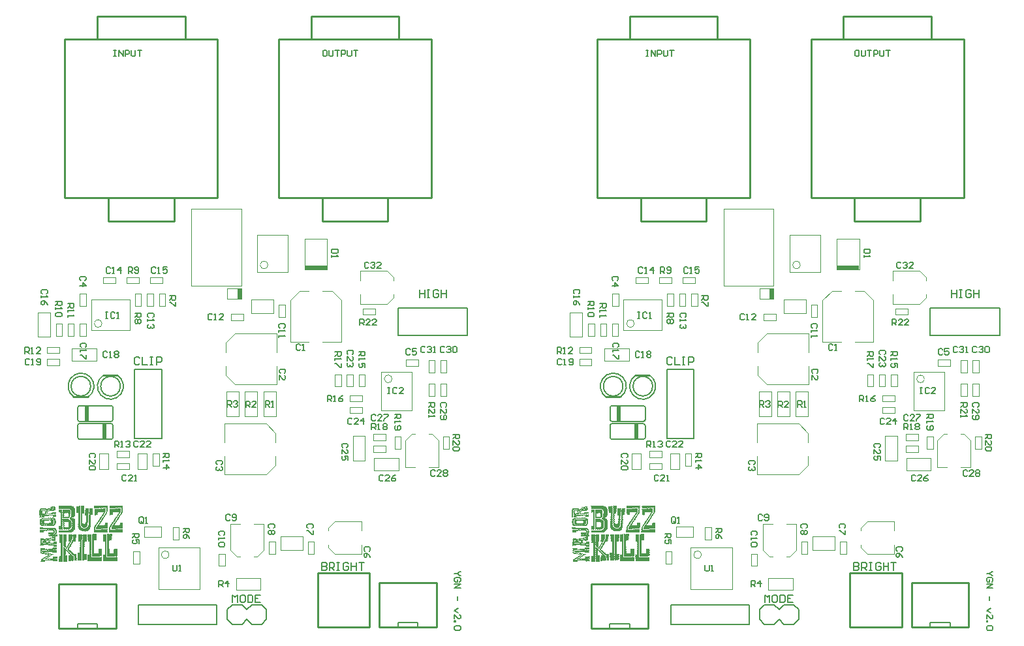
<source format=gto>
G04*
G04 #@! TF.GenerationSoftware,Altium Limited,Altium Designer,19.1.6 (110)*
G04*
G04 Layer_Color=65535*
%FSLAX25Y25*%
%MOIN*%
G70*
G01*
G75*
%ADD29C,0.01000*%
%ADD43C,0.00394*%
%ADD44C,0.00500*%
%ADD45C,0.00600*%
%ADD46C,0.00787*%
%ADD47C,0.00591*%
%ADD48C,0.00591*%
%ADD49C,0.00787*%
%ADD50R,0.02067X0.05315*%
%ADD51R,0.11417X0.02118*%
%ADD52R,0.02000X0.08000*%
G36*
X345105Y110638D02*
X345232D01*
Y110511D01*
X345105D01*
Y110384D01*
Y110258D01*
Y110131D01*
Y110004D01*
Y109877D01*
Y109750D01*
Y109624D01*
Y109497D01*
Y109370D01*
X344978D01*
Y109243D01*
X345105D01*
Y109116D01*
X344978D01*
Y108989D01*
X345105D01*
Y108862D01*
X344978D01*
Y108736D01*
X345105D01*
Y108609D01*
X344978D01*
Y108482D01*
X345105D01*
Y108355D01*
X344978D01*
Y108228D01*
X345105D01*
Y108102D01*
X344978D01*
Y107975D01*
X345105D01*
Y107848D01*
X344978D01*
Y107721D01*
X345105D01*
Y107594D01*
X344978D01*
Y107467D01*
Y107341D01*
Y107214D01*
Y107087D01*
Y106960D01*
Y106833D01*
X344091D01*
Y106707D01*
Y106580D01*
Y106453D01*
Y106326D01*
X343964D01*
Y106199D01*
X344091D01*
Y106072D01*
Y105946D01*
Y105819D01*
X343964D01*
Y105692D01*
X344091D01*
Y105565D01*
Y105438D01*
Y105312D01*
X343964D01*
Y105185D01*
X344091D01*
Y105058D01*
X343964D01*
Y104931D01*
X344091D01*
Y104804D01*
X343964D01*
Y104677D01*
X344091D01*
Y104551D01*
X343964D01*
Y104424D01*
X344091D01*
Y104297D01*
X343964D01*
Y104170D01*
X344091D01*
Y104043D01*
X343964D01*
Y103917D01*
X344091D01*
Y103790D01*
X343964D01*
Y103663D01*
X344091D01*
Y103536D01*
X343964D01*
Y103409D01*
X344091D01*
Y103282D01*
X343964D01*
Y103156D01*
X344091D01*
Y103029D01*
X343964D01*
Y102902D01*
X344091D01*
Y102775D01*
X343964D01*
Y102648D01*
X344091D01*
Y102521D01*
X343964D01*
Y102395D01*
X344091D01*
Y102268D01*
X343964D01*
Y102141D01*
X344091D01*
Y102014D01*
Y101887D01*
Y101760D01*
X344218D01*
Y101634D01*
X344598D01*
Y101507D01*
X344725D01*
Y101380D01*
X344852D01*
Y101507D01*
X344978D01*
Y101380D01*
X345359D01*
Y101507D01*
X345486D01*
Y101634D01*
X345740D01*
Y101760D01*
Y101887D01*
X345866D01*
Y102014D01*
Y102141D01*
Y102268D01*
X345993D01*
Y102395D01*
Y102521D01*
Y102648D01*
Y102775D01*
Y102902D01*
Y103029D01*
Y103156D01*
X346120D01*
Y103282D01*
X345993D01*
Y103409D01*
X346120D01*
Y103536D01*
X345993D01*
Y103663D01*
X346120D01*
Y103790D01*
X345993D01*
Y103917D01*
X346120D01*
Y104043D01*
X345993D01*
Y104170D01*
X346120D01*
Y104297D01*
Y104424D01*
Y104551D01*
X345993D01*
Y104677D01*
X346120D01*
Y104804D01*
Y104931D01*
Y105058D01*
Y105185D01*
Y105312D01*
X346247D01*
Y105438D01*
X346120D01*
Y105565D01*
X346247D01*
Y105692D01*
X346120D01*
Y105819D01*
X345486D01*
Y105946D01*
Y106072D01*
Y106199D01*
Y106326D01*
Y106453D01*
Y106580D01*
Y106707D01*
X345613D01*
Y106833D01*
X345486D01*
Y106960D01*
Y107087D01*
Y107214D01*
X345613D01*
Y107341D01*
X345486D01*
Y107467D01*
X345613D01*
Y107594D01*
X345486D01*
Y107721D01*
X345613D01*
Y107848D01*
X345486D01*
Y107975D01*
X345613D01*
Y108102D01*
X345486D01*
Y108228D01*
X345613D01*
Y108355D01*
X345486D01*
Y108482D01*
X345613D01*
Y108609D01*
X345486D01*
Y108736D01*
X345613D01*
Y108862D01*
Y108989D01*
Y109116D01*
Y109243D01*
Y109370D01*
Y109497D01*
X347388D01*
Y109370D01*
Y109243D01*
Y109116D01*
X347261D01*
Y108989D01*
X347388D01*
Y108862D01*
X347261D01*
Y108736D01*
X347388D01*
Y108609D01*
X347261D01*
Y108482D01*
X347388D01*
Y108355D01*
X347261D01*
Y108228D01*
X347388D01*
Y108102D01*
X347261D01*
Y107975D01*
X347388D01*
Y107848D01*
X347261D01*
Y107721D01*
Y107594D01*
Y107467D01*
Y107341D01*
Y107214D01*
Y107087D01*
Y106960D01*
X347134D01*
Y106833D01*
X347261D01*
Y106707D01*
X347134D01*
Y106580D01*
X347261D01*
Y106453D01*
X347134D01*
Y106326D01*
Y106199D01*
Y106072D01*
Y105946D01*
Y105819D01*
Y105692D01*
Y105565D01*
Y105438D01*
Y105312D01*
X347008D01*
Y105185D01*
X347134D01*
Y105058D01*
X347008D01*
Y104931D01*
X347134D01*
Y104804D01*
X347008D01*
Y104677D01*
X347134D01*
Y104551D01*
X347008D01*
Y104424D01*
X347134D01*
Y104297D01*
X347008D01*
Y104170D01*
X347134D01*
Y104043D01*
X347008D01*
Y103917D01*
X347134D01*
Y103790D01*
X347008D01*
Y103663D01*
X347134D01*
Y103536D01*
X347008D01*
Y103409D01*
Y103282D01*
Y103156D01*
Y103029D01*
Y102902D01*
Y102775D01*
Y102648D01*
Y102521D01*
Y102395D01*
Y102268D01*
Y102141D01*
X346881D01*
Y102014D01*
X347008D01*
Y101887D01*
X346881D01*
Y101760D01*
Y101634D01*
Y101507D01*
Y101380D01*
Y101253D01*
Y101126D01*
Y101000D01*
X346754D01*
Y100873D01*
X346881D01*
Y100746D01*
X346754D01*
Y100619D01*
Y100492D01*
Y100365D01*
X346627D01*
Y100239D01*
X346500D01*
Y100112D01*
X346627D01*
Y99985D01*
X346500D01*
Y99858D01*
X346374D01*
Y99731D01*
X345993D01*
Y99604D01*
X346120D01*
Y99478D01*
X345993D01*
Y99604D01*
X345866D01*
Y99478D01*
X344471D01*
Y99604D01*
X344344D01*
Y99731D01*
X344091D01*
Y99858D01*
X343964D01*
Y99985D01*
X343837D01*
Y100112D01*
Y100239D01*
X343710D01*
Y100365D01*
X343583D01*
Y100492D01*
X343457D01*
Y100619D01*
X343583D01*
Y100746D01*
X343457D01*
Y100873D01*
Y101000D01*
Y101126D01*
Y101253D01*
Y101380D01*
Y101507D01*
Y101634D01*
X343330D01*
Y101760D01*
X343457D01*
Y101887D01*
X343330D01*
Y102014D01*
X343457D01*
Y102141D01*
X343330D01*
Y102268D01*
X343457D01*
Y102395D01*
X343330D01*
Y102521D01*
X343457D01*
Y102648D01*
X343330D01*
Y102775D01*
X343457D01*
Y102902D01*
X343330D01*
Y103029D01*
X343457D01*
Y103156D01*
X343330D01*
Y103282D01*
X343457D01*
Y103409D01*
X343330D01*
Y103536D01*
X343457D01*
Y103663D01*
X343330D01*
Y103790D01*
X343457D01*
Y103917D01*
X343330D01*
Y104043D01*
X343457D01*
Y104170D01*
X343330D01*
Y104297D01*
X343457D01*
Y104424D01*
X343330D01*
Y104551D01*
X343457D01*
Y104677D01*
X343330D01*
Y104804D01*
X343457D01*
Y104931D01*
X343330D01*
Y105058D01*
X343457D01*
Y105185D01*
X343330D01*
Y105312D01*
X343457D01*
Y105438D01*
X343330D01*
Y105565D01*
X343457D01*
Y105692D01*
X343330D01*
Y105819D01*
X343457D01*
Y105946D01*
X343330D01*
Y106072D01*
X343457D01*
Y106199D01*
X343330D01*
Y106326D01*
X343457D01*
Y106453D01*
X343330D01*
Y106580D01*
X343457D01*
Y106707D01*
X343330D01*
Y106833D01*
X343457D01*
Y106960D01*
X343330D01*
Y107087D01*
X343457D01*
Y107214D01*
X343330D01*
Y107341D01*
X343457D01*
Y107467D01*
X343330D01*
Y107594D01*
X343457D01*
Y107721D01*
X343330D01*
Y107848D01*
X343457D01*
Y107975D01*
X343330D01*
Y108102D01*
X343457D01*
Y108228D01*
X343330D01*
Y108355D01*
X343457D01*
Y108482D01*
X343330D01*
Y108609D01*
X343457D01*
Y108736D01*
X343330D01*
Y108862D01*
X343457D01*
Y108989D01*
X343330D01*
Y109116D01*
X343457D01*
Y109243D01*
X343330D01*
Y109370D01*
X343457D01*
Y109497D01*
X343330D01*
Y109624D01*
X343457D01*
Y109750D01*
X343330D01*
Y109877D01*
X343457D01*
Y110004D01*
X343330D01*
Y110131D01*
X343457D01*
Y110258D01*
X343330D01*
Y110384D01*
X343457D01*
Y110511D01*
X343330D01*
Y110638D01*
X343457D01*
Y110765D01*
X343583D01*
Y110638D01*
X343710D01*
Y110765D01*
X345105D01*
Y110638D01*
D02*
G37*
G36*
X338003D02*
X338384D01*
Y110511D01*
X338511D01*
Y110638D01*
X338637D01*
Y110511D01*
X339018D01*
Y110384D01*
X339145D01*
Y110511D01*
X339271D01*
Y110384D01*
X339398D01*
Y110258D01*
X339652D01*
Y110131D01*
Y110004D01*
X339906D01*
Y109877D01*
Y109750D01*
X340159D01*
Y109624D01*
Y109497D01*
X340286D01*
Y109370D01*
Y109243D01*
Y109116D01*
X340413D01*
Y108989D01*
Y108862D01*
Y108736D01*
X340540D01*
Y108609D01*
X340413D01*
Y108482D01*
X340540D01*
Y108355D01*
X340413D01*
Y108228D01*
X340540D01*
Y108102D01*
X340413D01*
Y107975D01*
X340540D01*
Y107848D01*
X340413D01*
Y107721D01*
X340540D01*
Y107594D01*
X340413D01*
Y107467D01*
X340540D01*
Y107341D01*
X340413D01*
Y107214D01*
X340540D01*
Y107087D01*
X340413D01*
Y106960D01*
X340540D01*
Y106833D01*
X340413D01*
Y106707D01*
X340540D01*
Y106580D01*
X340413D01*
Y106453D01*
X340540D01*
Y106326D01*
X340413D01*
Y106199D01*
X340540D01*
Y106072D01*
X340413D01*
Y105946D01*
Y105819D01*
Y105692D01*
Y105565D01*
X340286D01*
Y105438D01*
Y105312D01*
X340159D01*
Y105185D01*
X340033D01*
Y105058D01*
X339906D01*
Y104931D01*
X339779D01*
Y104804D01*
X339398D01*
Y104677D01*
X339271D01*
Y104551D01*
X339145D01*
Y104677D01*
X339018D01*
Y104551D01*
X339145D01*
Y104424D01*
X339525D01*
Y104297D01*
X339652D01*
Y104170D01*
X340033D01*
Y104043D01*
X340159D01*
Y103917D01*
X340286D01*
Y103790D01*
Y103663D01*
Y103536D01*
X340413D01*
Y103409D01*
Y103282D01*
Y103156D01*
X340540D01*
Y103029D01*
X340413D01*
Y102902D01*
X340540D01*
Y102775D01*
X340413D01*
Y102648D01*
X340540D01*
Y102521D01*
X340413D01*
Y102395D01*
X340540D01*
Y102268D01*
X340413D01*
Y102141D01*
X340540D01*
Y102014D01*
X340413D01*
Y101887D01*
X340540D01*
Y101760D01*
X340413D01*
Y101634D01*
X340540D01*
Y101507D01*
X340413D01*
Y101380D01*
X340540D01*
Y101253D01*
X340413D01*
Y101126D01*
X340540D01*
Y101000D01*
X340413D01*
Y100873D01*
X340540D01*
Y100746D01*
X340413D01*
Y100619D01*
X340540D01*
Y100492D01*
X340413D01*
Y100365D01*
X340540D01*
Y100239D01*
X340413D01*
Y100112D01*
X340540D01*
Y99985D01*
X340413D01*
Y99858D01*
X340540D01*
Y99731D01*
X340413D01*
Y99604D01*
X340540D01*
Y99478D01*
X340413D01*
Y99351D01*
Y99224D01*
Y99097D01*
Y98970D01*
Y98844D01*
X340286D01*
Y98717D01*
X340159D01*
Y98590D01*
X340286D01*
Y98463D01*
X340159D01*
Y98336D01*
X340033D01*
Y98210D01*
X339906D01*
Y98083D01*
Y97956D01*
X339652D01*
Y97829D01*
X339525D01*
Y97702D01*
X339398D01*
Y97575D01*
X339271D01*
Y97448D01*
X338891D01*
Y97322D01*
X338764D01*
Y97195D01*
X338130D01*
Y97068D01*
X338003D01*
Y97195D01*
X337877D01*
Y97068D01*
X337750D01*
Y96941D01*
X337623D01*
Y97068D01*
X337496D01*
Y96941D01*
X332170D01*
Y97068D01*
Y97195D01*
Y97322D01*
Y97448D01*
Y97575D01*
Y97702D01*
Y97829D01*
Y97956D01*
Y98083D01*
X337242D01*
Y98210D01*
X337369D01*
Y98083D01*
X337496D01*
Y98210D01*
X337623D01*
Y98336D01*
X338003D01*
Y98463D01*
X338130D01*
Y98590D01*
X338257D01*
Y98717D01*
X338384D01*
Y98844D01*
X338511D01*
Y98970D01*
X338637D01*
Y99097D01*
Y99224D01*
Y99351D01*
X338764D01*
Y99478D01*
X338891D01*
Y99604D01*
Y99731D01*
Y99858D01*
Y99985D01*
Y100112D01*
X339018D01*
Y100239D01*
X338891D01*
Y100365D01*
X339018D01*
Y100492D01*
X338891D01*
Y100619D01*
X339018D01*
Y100746D01*
X338891D01*
Y100873D01*
X339018D01*
Y101000D01*
X338891D01*
Y101126D01*
X339018D01*
Y101253D01*
X338891D01*
Y101380D01*
X339018D01*
Y101507D01*
X338891D01*
Y101634D01*
X339018D01*
Y101760D01*
X338891D01*
Y101887D01*
X339018D01*
Y102014D01*
X338891D01*
Y102141D01*
X339018D01*
Y102268D01*
X338891D01*
Y102395D01*
X339018D01*
Y102521D01*
X338891D01*
Y102648D01*
Y102775D01*
X338764D01*
Y102902D01*
Y103029D01*
X338637D01*
Y103156D01*
X338511D01*
Y103282D01*
X338384D01*
Y103409D01*
X338257D01*
Y103536D01*
X338130D01*
Y103663D01*
X338003D01*
Y103790D01*
X337623D01*
Y103917D01*
X337496D01*
Y104043D01*
X337369D01*
Y104170D01*
X337623D01*
Y104297D01*
Y104424D01*
X337877D01*
Y104551D01*
Y104677D01*
X338003D01*
Y104804D01*
X338130D01*
Y104931D01*
Y105058D01*
Y105185D01*
X338257D01*
Y105312D01*
X338130D01*
Y105438D01*
X338257D01*
Y105565D01*
Y105692D01*
Y105819D01*
Y105946D01*
Y106072D01*
Y106199D01*
Y106326D01*
Y106453D01*
Y106580D01*
X338384D01*
Y106707D01*
X338257D01*
Y106833D01*
X338384D01*
Y106960D01*
X338257D01*
Y107087D01*
X338384D01*
Y107214D01*
X338257D01*
Y107341D01*
X338384D01*
Y107467D01*
Y107594D01*
Y107721D01*
X338257D01*
Y107848D01*
X338384D01*
Y107975D01*
X338257D01*
Y108102D01*
Y108228D01*
Y108355D01*
X338130D01*
Y108482D01*
Y108609D01*
X338003D01*
Y108736D01*
Y108862D01*
X337623D01*
Y108989D01*
X337496D01*
Y109116D01*
X332043D01*
Y109243D01*
Y109370D01*
Y109497D01*
Y109624D01*
Y109750D01*
Y109877D01*
Y110004D01*
X331916D01*
Y110131D01*
X332043D01*
Y110258D01*
Y110384D01*
Y110511D01*
X331916D01*
Y110638D01*
Y110765D01*
X337750D01*
Y110638D01*
X337877D01*
Y110765D01*
X338003D01*
Y110638D01*
D02*
G37*
G36*
X73235D02*
X73362D01*
Y110511D01*
X73235D01*
Y110384D01*
Y110258D01*
Y110131D01*
Y110004D01*
Y109877D01*
Y109750D01*
Y109624D01*
Y109497D01*
Y109370D01*
X73108D01*
Y109243D01*
X73235D01*
Y109116D01*
X73108D01*
Y108989D01*
X73235D01*
Y108862D01*
X73108D01*
Y108736D01*
X73235D01*
Y108609D01*
X73108D01*
Y108482D01*
X73235D01*
Y108355D01*
X73108D01*
Y108228D01*
X73235D01*
Y108102D01*
X73108D01*
Y107975D01*
X73235D01*
Y107848D01*
X73108D01*
Y107721D01*
X73235D01*
Y107594D01*
X73108D01*
Y107467D01*
Y107341D01*
Y107214D01*
Y107087D01*
Y106960D01*
Y106833D01*
X72221D01*
Y106707D01*
Y106580D01*
Y106453D01*
Y106326D01*
X72094D01*
Y106199D01*
X72221D01*
Y106072D01*
Y105946D01*
Y105819D01*
X72094D01*
Y105692D01*
X72221D01*
Y105565D01*
Y105438D01*
Y105312D01*
X72094D01*
Y105185D01*
X72221D01*
Y105058D01*
X72094D01*
Y104931D01*
X72221D01*
Y104804D01*
X72094D01*
Y104677D01*
X72221D01*
Y104551D01*
X72094D01*
Y104424D01*
X72221D01*
Y104297D01*
X72094D01*
Y104170D01*
X72221D01*
Y104043D01*
X72094D01*
Y103917D01*
X72221D01*
Y103790D01*
X72094D01*
Y103663D01*
X72221D01*
Y103536D01*
X72094D01*
Y103409D01*
X72221D01*
Y103282D01*
X72094D01*
Y103156D01*
X72221D01*
Y103029D01*
X72094D01*
Y102902D01*
X72221D01*
Y102775D01*
X72094D01*
Y102648D01*
X72221D01*
Y102521D01*
X72094D01*
Y102395D01*
X72221D01*
Y102268D01*
X72094D01*
Y102141D01*
X72221D01*
Y102014D01*
Y101887D01*
Y101760D01*
X72347D01*
Y101634D01*
X72728D01*
Y101507D01*
X72855D01*
Y101380D01*
X72982D01*
Y101507D01*
X73108D01*
Y101380D01*
X73489D01*
Y101507D01*
X73616D01*
Y101634D01*
X73869D01*
Y101760D01*
Y101887D01*
X73996D01*
Y102014D01*
Y102141D01*
Y102268D01*
X74123D01*
Y102395D01*
Y102521D01*
Y102648D01*
Y102775D01*
Y102902D01*
Y103029D01*
Y103156D01*
X74250D01*
Y103282D01*
X74123D01*
Y103409D01*
X74250D01*
Y103536D01*
X74123D01*
Y103663D01*
X74250D01*
Y103790D01*
X74123D01*
Y103917D01*
X74250D01*
Y104043D01*
X74123D01*
Y104170D01*
X74250D01*
Y104297D01*
Y104424D01*
Y104551D01*
X74123D01*
Y104677D01*
X74250D01*
Y104804D01*
Y104931D01*
Y105058D01*
Y105185D01*
Y105312D01*
X74377D01*
Y105438D01*
X74250D01*
Y105565D01*
X74377D01*
Y105692D01*
X74250D01*
Y105819D01*
X73616D01*
Y105946D01*
Y106072D01*
Y106199D01*
Y106326D01*
Y106453D01*
Y106580D01*
Y106707D01*
X73743D01*
Y106833D01*
X73616D01*
Y106960D01*
Y107087D01*
Y107214D01*
X73743D01*
Y107341D01*
X73616D01*
Y107467D01*
X73743D01*
Y107594D01*
X73616D01*
Y107721D01*
X73743D01*
Y107848D01*
X73616D01*
Y107975D01*
X73743D01*
Y108102D01*
X73616D01*
Y108228D01*
X73743D01*
Y108355D01*
X73616D01*
Y108482D01*
X73743D01*
Y108609D01*
X73616D01*
Y108736D01*
X73743D01*
Y108862D01*
Y108989D01*
Y109116D01*
Y109243D01*
Y109370D01*
Y109497D01*
X75518D01*
Y109370D01*
Y109243D01*
Y109116D01*
X75391D01*
Y108989D01*
X75518D01*
Y108862D01*
X75391D01*
Y108736D01*
X75518D01*
Y108609D01*
X75391D01*
Y108482D01*
X75518D01*
Y108355D01*
X75391D01*
Y108228D01*
X75518D01*
Y108102D01*
X75391D01*
Y107975D01*
X75518D01*
Y107848D01*
X75391D01*
Y107721D01*
Y107594D01*
Y107467D01*
Y107341D01*
Y107214D01*
Y107087D01*
Y106960D01*
X75264D01*
Y106833D01*
X75391D01*
Y106707D01*
X75264D01*
Y106580D01*
X75391D01*
Y106453D01*
X75264D01*
Y106326D01*
Y106199D01*
Y106072D01*
Y105946D01*
Y105819D01*
Y105692D01*
Y105565D01*
Y105438D01*
Y105312D01*
X75138D01*
Y105185D01*
X75264D01*
Y105058D01*
X75138D01*
Y104931D01*
X75264D01*
Y104804D01*
X75138D01*
Y104677D01*
X75264D01*
Y104551D01*
X75138D01*
Y104424D01*
X75264D01*
Y104297D01*
X75138D01*
Y104170D01*
X75264D01*
Y104043D01*
X75138D01*
Y103917D01*
X75264D01*
Y103790D01*
X75138D01*
Y103663D01*
X75264D01*
Y103536D01*
X75138D01*
Y103409D01*
Y103282D01*
Y103156D01*
Y103029D01*
Y102902D01*
Y102775D01*
Y102648D01*
Y102521D01*
Y102395D01*
Y102268D01*
Y102141D01*
X75011D01*
Y102014D01*
X75138D01*
Y101887D01*
X75011D01*
Y101760D01*
Y101634D01*
Y101507D01*
Y101380D01*
Y101253D01*
Y101126D01*
Y101000D01*
X74884D01*
Y100873D01*
X75011D01*
Y100746D01*
X74884D01*
Y100619D01*
Y100492D01*
Y100365D01*
X74757D01*
Y100239D01*
X74630D01*
Y100112D01*
X74757D01*
Y99985D01*
X74630D01*
Y99858D01*
X74503D01*
Y99731D01*
X74123D01*
Y99604D01*
X74250D01*
Y99478D01*
X74123D01*
Y99604D01*
X73996D01*
Y99478D01*
X72601D01*
Y99604D01*
X72474D01*
Y99731D01*
X72221D01*
Y99858D01*
X72094D01*
Y99985D01*
X71967D01*
Y100112D01*
Y100239D01*
X71840D01*
Y100365D01*
X71713D01*
Y100492D01*
X71587D01*
Y100619D01*
X71713D01*
Y100746D01*
X71587D01*
Y100873D01*
Y101000D01*
Y101126D01*
Y101253D01*
Y101380D01*
Y101507D01*
Y101634D01*
X71460D01*
Y101760D01*
X71587D01*
Y101887D01*
X71460D01*
Y102014D01*
X71587D01*
Y102141D01*
X71460D01*
Y102268D01*
X71587D01*
Y102395D01*
X71460D01*
Y102521D01*
X71587D01*
Y102648D01*
X71460D01*
Y102775D01*
X71587D01*
Y102902D01*
X71460D01*
Y103029D01*
X71587D01*
Y103156D01*
X71460D01*
Y103282D01*
X71587D01*
Y103409D01*
X71460D01*
Y103536D01*
X71587D01*
Y103663D01*
X71460D01*
Y103790D01*
X71587D01*
Y103917D01*
X71460D01*
Y104043D01*
X71587D01*
Y104170D01*
X71460D01*
Y104297D01*
X71587D01*
Y104424D01*
X71460D01*
Y104551D01*
X71587D01*
Y104677D01*
X71460D01*
Y104804D01*
X71587D01*
Y104931D01*
X71460D01*
Y105058D01*
X71587D01*
Y105185D01*
X71460D01*
Y105312D01*
X71587D01*
Y105438D01*
X71460D01*
Y105565D01*
X71587D01*
Y105692D01*
X71460D01*
Y105819D01*
X71587D01*
Y105946D01*
X71460D01*
Y106072D01*
X71587D01*
Y106199D01*
X71460D01*
Y106326D01*
X71587D01*
Y106453D01*
X71460D01*
Y106580D01*
X71587D01*
Y106707D01*
X71460D01*
Y106833D01*
X71587D01*
Y106960D01*
X71460D01*
Y107087D01*
X71587D01*
Y107214D01*
X71460D01*
Y107341D01*
X71587D01*
Y107467D01*
X71460D01*
Y107594D01*
X71587D01*
Y107721D01*
X71460D01*
Y107848D01*
X71587D01*
Y107975D01*
X71460D01*
Y108102D01*
X71587D01*
Y108228D01*
X71460D01*
Y108355D01*
X71587D01*
Y108482D01*
X71460D01*
Y108609D01*
X71587D01*
Y108736D01*
X71460D01*
Y108862D01*
X71587D01*
Y108989D01*
X71460D01*
Y109116D01*
X71587D01*
Y109243D01*
X71460D01*
Y109370D01*
X71587D01*
Y109497D01*
X71460D01*
Y109624D01*
X71587D01*
Y109750D01*
X71460D01*
Y109877D01*
X71587D01*
Y110004D01*
X71460D01*
Y110131D01*
X71587D01*
Y110258D01*
X71460D01*
Y110384D01*
X71587D01*
Y110511D01*
X71460D01*
Y110638D01*
X71587D01*
Y110765D01*
X71713D01*
Y110638D01*
X71840D01*
Y110765D01*
X73235D01*
Y110638D01*
D02*
G37*
G36*
X66133D02*
X66514D01*
Y110511D01*
X66641D01*
Y110638D01*
X66767D01*
Y110511D01*
X67148D01*
Y110384D01*
X67275D01*
Y110511D01*
X67401D01*
Y110384D01*
X67528D01*
Y110258D01*
X67782D01*
Y110131D01*
Y110004D01*
X68036D01*
Y109877D01*
Y109750D01*
X68289D01*
Y109624D01*
Y109497D01*
X68416D01*
Y109370D01*
Y109243D01*
Y109116D01*
X68543D01*
Y108989D01*
Y108862D01*
Y108736D01*
X68670D01*
Y108609D01*
X68543D01*
Y108482D01*
X68670D01*
Y108355D01*
X68543D01*
Y108228D01*
X68670D01*
Y108102D01*
X68543D01*
Y107975D01*
X68670D01*
Y107848D01*
X68543D01*
Y107721D01*
X68670D01*
Y107594D01*
X68543D01*
Y107467D01*
X68670D01*
Y107341D01*
X68543D01*
Y107214D01*
X68670D01*
Y107087D01*
X68543D01*
Y106960D01*
X68670D01*
Y106833D01*
X68543D01*
Y106707D01*
X68670D01*
Y106580D01*
X68543D01*
Y106453D01*
X68670D01*
Y106326D01*
X68543D01*
Y106199D01*
X68670D01*
Y106072D01*
X68543D01*
Y105946D01*
Y105819D01*
Y105692D01*
Y105565D01*
X68416D01*
Y105438D01*
Y105312D01*
X68289D01*
Y105185D01*
X68162D01*
Y105058D01*
X68036D01*
Y104931D01*
X67909D01*
Y104804D01*
X67528D01*
Y104677D01*
X67401D01*
Y104551D01*
X67275D01*
Y104677D01*
X67148D01*
Y104551D01*
X67275D01*
Y104424D01*
X67655D01*
Y104297D01*
X67782D01*
Y104170D01*
X68162D01*
Y104043D01*
X68289D01*
Y103917D01*
X68416D01*
Y103790D01*
Y103663D01*
Y103536D01*
X68543D01*
Y103409D01*
Y103282D01*
Y103156D01*
X68670D01*
Y103029D01*
X68543D01*
Y102902D01*
X68670D01*
Y102775D01*
X68543D01*
Y102648D01*
X68670D01*
Y102521D01*
X68543D01*
Y102395D01*
X68670D01*
Y102268D01*
X68543D01*
Y102141D01*
X68670D01*
Y102014D01*
X68543D01*
Y101887D01*
X68670D01*
Y101760D01*
X68543D01*
Y101634D01*
X68670D01*
Y101507D01*
X68543D01*
Y101380D01*
X68670D01*
Y101253D01*
X68543D01*
Y101126D01*
X68670D01*
Y101000D01*
X68543D01*
Y100873D01*
X68670D01*
Y100746D01*
X68543D01*
Y100619D01*
X68670D01*
Y100492D01*
X68543D01*
Y100365D01*
X68670D01*
Y100239D01*
X68543D01*
Y100112D01*
X68670D01*
Y99985D01*
X68543D01*
Y99858D01*
X68670D01*
Y99731D01*
X68543D01*
Y99604D01*
X68670D01*
Y99478D01*
X68543D01*
Y99351D01*
Y99224D01*
Y99097D01*
Y98970D01*
Y98844D01*
X68416D01*
Y98717D01*
X68289D01*
Y98590D01*
X68416D01*
Y98463D01*
X68289D01*
Y98336D01*
X68162D01*
Y98210D01*
X68036D01*
Y98083D01*
Y97956D01*
X67782D01*
Y97829D01*
X67655D01*
Y97702D01*
X67528D01*
Y97575D01*
X67401D01*
Y97448D01*
X67021D01*
Y97322D01*
X66894D01*
Y97195D01*
X66260D01*
Y97068D01*
X66133D01*
Y97195D01*
X66006D01*
Y97068D01*
X65880D01*
Y96941D01*
X65753D01*
Y97068D01*
X65626D01*
Y96941D01*
X60299D01*
Y97068D01*
Y97195D01*
Y97322D01*
Y97448D01*
Y97575D01*
Y97702D01*
Y97829D01*
Y97956D01*
Y98083D01*
X65372D01*
Y98210D01*
X65499D01*
Y98083D01*
X65626D01*
Y98210D01*
X65753D01*
Y98336D01*
X66133D01*
Y98463D01*
X66260D01*
Y98590D01*
X66387D01*
Y98717D01*
X66514D01*
Y98844D01*
X66641D01*
Y98970D01*
X66767D01*
Y99097D01*
Y99224D01*
Y99351D01*
X66894D01*
Y99478D01*
X67021D01*
Y99604D01*
Y99731D01*
Y99858D01*
Y99985D01*
Y100112D01*
X67148D01*
Y100239D01*
X67021D01*
Y100365D01*
X67148D01*
Y100492D01*
X67021D01*
Y100619D01*
X67148D01*
Y100746D01*
X67021D01*
Y100873D01*
X67148D01*
Y101000D01*
X67021D01*
Y101126D01*
X67148D01*
Y101253D01*
X67021D01*
Y101380D01*
X67148D01*
Y101507D01*
X67021D01*
Y101634D01*
X67148D01*
Y101760D01*
X67021D01*
Y101887D01*
X67148D01*
Y102014D01*
X67021D01*
Y102141D01*
X67148D01*
Y102268D01*
X67021D01*
Y102395D01*
X67148D01*
Y102521D01*
X67021D01*
Y102648D01*
Y102775D01*
X66894D01*
Y102902D01*
Y103029D01*
X66767D01*
Y103156D01*
X66641D01*
Y103282D01*
X66514D01*
Y103409D01*
X66387D01*
Y103536D01*
X66260D01*
Y103663D01*
X66133D01*
Y103790D01*
X65753D01*
Y103917D01*
X65626D01*
Y104043D01*
X65499D01*
Y104170D01*
X65753D01*
Y104297D01*
Y104424D01*
X66006D01*
Y104551D01*
Y104677D01*
X66133D01*
Y104804D01*
X66260D01*
Y104931D01*
Y105058D01*
Y105185D01*
X66387D01*
Y105312D01*
X66260D01*
Y105438D01*
X66387D01*
Y105565D01*
Y105692D01*
Y105819D01*
Y105946D01*
Y106072D01*
Y106199D01*
Y106326D01*
Y106453D01*
Y106580D01*
X66514D01*
Y106707D01*
X66387D01*
Y106833D01*
X66514D01*
Y106960D01*
X66387D01*
Y107087D01*
X66514D01*
Y107214D01*
X66387D01*
Y107341D01*
X66514D01*
Y107467D01*
Y107594D01*
Y107721D01*
X66387D01*
Y107848D01*
X66514D01*
Y107975D01*
X66387D01*
Y108102D01*
Y108228D01*
Y108355D01*
X66260D01*
Y108482D01*
Y108609D01*
X66133D01*
Y108736D01*
Y108862D01*
X65753D01*
Y108989D01*
X65626D01*
Y109116D01*
X60173D01*
Y109243D01*
Y109370D01*
Y109497D01*
Y109624D01*
Y109750D01*
Y109877D01*
Y110004D01*
X60046D01*
Y110131D01*
X60173D01*
Y110258D01*
Y110384D01*
Y110511D01*
X60046D01*
Y110638D01*
Y110765D01*
X65880D01*
Y110638D01*
X66006D01*
Y110765D01*
X66133D01*
Y110638D01*
D02*
G37*
G36*
X342949Y110511D02*
X343076D01*
Y110384D01*
X342949D01*
Y110258D01*
X343076D01*
Y110131D01*
X342949D01*
Y110004D01*
X343076D01*
Y109877D01*
X342949D01*
Y109750D01*
X343076D01*
Y109624D01*
X342949D01*
Y109497D01*
X343076D01*
Y109370D01*
X342949D01*
Y109243D01*
X343076D01*
Y109116D01*
X342949D01*
Y108989D01*
X343076D01*
Y108862D01*
X342949D01*
Y108736D01*
X343076D01*
Y108609D01*
X342949D01*
Y108482D01*
X343076D01*
Y108355D01*
X342949D01*
Y108228D01*
X343076D01*
Y108102D01*
X342949D01*
Y107975D01*
X343076D01*
Y107848D01*
X342949D01*
Y107721D01*
X343076D01*
Y107594D01*
X342949D01*
Y107467D01*
X343076D01*
Y107341D01*
X342949D01*
Y107214D01*
X343076D01*
Y107087D01*
X342949D01*
Y106960D01*
X343076D01*
Y106833D01*
X342949D01*
Y106707D01*
X343076D01*
Y106580D01*
X342949D01*
Y106453D01*
X343076D01*
Y106326D01*
X342949D01*
Y106199D01*
X343076D01*
Y106072D01*
X342949D01*
Y105946D01*
X343076D01*
Y105819D01*
X342949D01*
Y105692D01*
X343076D01*
Y105565D01*
X342949D01*
Y105438D01*
X343076D01*
Y105312D01*
X342949D01*
Y105185D01*
X343076D01*
Y105058D01*
X342949D01*
Y104931D01*
X343076D01*
Y104804D01*
X342949D01*
Y104677D01*
X343076D01*
Y104551D01*
X342949D01*
Y104424D01*
X343076D01*
Y104297D01*
X342949D01*
Y104170D01*
X343076D01*
Y104043D01*
X342949D01*
Y103917D01*
X343076D01*
Y103790D01*
X342949D01*
Y103663D01*
X343076D01*
Y103536D01*
X342949D01*
Y103409D01*
X343076D01*
Y103282D01*
X342949D01*
Y103156D01*
X343076D01*
Y103029D01*
X342949D01*
Y102902D01*
X343076D01*
Y102775D01*
X342949D01*
Y102648D01*
X343076D01*
Y102521D01*
X342949D01*
Y102395D01*
X343076D01*
Y102268D01*
X342949D01*
Y102141D01*
X343076D01*
Y102014D01*
X342949D01*
Y101887D01*
X343076D01*
Y101760D01*
X342949D01*
Y101634D01*
X343076D01*
Y101507D01*
X342949D01*
Y101380D01*
X343076D01*
Y101253D01*
X342949D01*
Y101126D01*
X343076D01*
Y101000D01*
Y100873D01*
Y100746D01*
X343203D01*
Y100619D01*
Y100492D01*
Y100365D01*
X343330D01*
Y100239D01*
Y100112D01*
Y99985D01*
X343457D01*
Y99858D01*
X343583D01*
Y99731D01*
X343710D01*
Y99604D01*
X343837D01*
Y99478D01*
X343964D01*
Y99351D01*
X344091D01*
Y99224D01*
X344218D01*
Y99351D01*
X344344D01*
Y99224D01*
X344471D01*
Y99097D01*
X345866D01*
Y99224D01*
X345993D01*
Y99097D01*
X346120D01*
Y99224D01*
X346247D01*
Y99351D01*
X346500D01*
Y99478D01*
Y99604D01*
X346754D01*
Y99731D01*
Y99858D01*
X346881D01*
Y99985D01*
X347008D01*
Y100112D01*
X347134D01*
Y100239D01*
X347008D01*
Y100365D01*
X347134D01*
Y100492D01*
Y100619D01*
Y100746D01*
X347261D01*
Y100873D01*
X347134D01*
Y101000D01*
X347261D01*
Y101126D01*
Y101253D01*
Y101380D01*
X347388D01*
Y101507D01*
X347261D01*
Y101634D01*
X347388D01*
Y101760D01*
X347261D01*
Y101887D01*
X347388D01*
Y102014D01*
X347261D01*
Y102141D01*
X347388D01*
Y102268D01*
X347261D01*
Y102395D01*
X347388D01*
Y102521D01*
X347261D01*
Y102648D01*
X347388D01*
Y102775D01*
X347261D01*
Y102902D01*
X347388D01*
Y103029D01*
Y103156D01*
Y103282D01*
Y103409D01*
Y103536D01*
Y103663D01*
Y103790D01*
Y103917D01*
Y104043D01*
Y104170D01*
Y104297D01*
X347515D01*
Y104424D01*
X347388D01*
Y104551D01*
X347515D01*
Y104677D01*
X347388D01*
Y104804D01*
X347515D01*
Y104931D01*
Y105058D01*
Y105185D01*
Y105312D01*
Y105438D01*
Y105565D01*
Y105692D01*
X347642D01*
Y105819D01*
X347515D01*
Y105946D01*
X347642D01*
Y106072D01*
X347515D01*
Y106199D01*
X347642D01*
Y106326D01*
X347515D01*
Y106453D01*
X347642D01*
Y106580D01*
X347515D01*
Y106707D01*
X347642D01*
Y106833D01*
X347515D01*
Y106960D01*
X347642D01*
Y107087D01*
X347515D01*
Y107214D01*
X347642D01*
Y107341D01*
Y107467D01*
Y107594D01*
Y107721D01*
Y107848D01*
Y107975D01*
Y108102D01*
Y108228D01*
Y108355D01*
X347769D01*
Y108482D01*
X347642D01*
Y108609D01*
X347769D01*
Y108736D01*
Y108862D01*
Y108989D01*
Y109116D01*
Y109243D01*
Y109370D01*
Y109497D01*
X349417D01*
Y109370D01*
Y109243D01*
Y109116D01*
X349290D01*
Y108989D01*
X349417D01*
Y108862D01*
X349290D01*
Y108736D01*
X349417D01*
Y108609D01*
X349290D01*
Y108482D01*
X349417D01*
Y108355D01*
X349290D01*
Y108228D01*
X349417D01*
Y108102D01*
X349290D01*
Y107975D01*
X349417D01*
Y107848D01*
X349290D01*
Y107721D01*
X349417D01*
Y107594D01*
X349290D01*
Y107467D01*
X349417D01*
Y107341D01*
X349290D01*
Y107214D01*
Y107087D01*
Y106960D01*
Y106833D01*
Y106707D01*
Y106580D01*
Y106453D01*
Y106326D01*
Y106199D01*
Y106072D01*
Y105946D01*
X349164D01*
Y106072D01*
X349037D01*
Y105946D01*
X348910D01*
Y106072D01*
X348783D01*
Y105946D01*
X348656D01*
Y106072D01*
X348530D01*
Y105946D01*
X348403D01*
Y106072D01*
X348276D01*
Y105946D01*
X348403D01*
Y105819D01*
X348276D01*
Y105692D01*
X348403D01*
Y105565D01*
X348276D01*
Y105438D01*
X348403D01*
Y105312D01*
X348276D01*
Y105185D01*
X348403D01*
Y105058D01*
X348276D01*
Y104931D01*
X348403D01*
Y104804D01*
X348276D01*
Y104677D01*
X348403D01*
Y104551D01*
X348276D01*
Y104424D01*
X348403D01*
Y104297D01*
X348276D01*
Y104170D01*
X348403D01*
Y104043D01*
X348276D01*
Y103917D01*
X348403D01*
Y103790D01*
X348276D01*
Y103663D01*
X348403D01*
Y103536D01*
X348276D01*
Y103409D01*
X348403D01*
Y103282D01*
X348276D01*
Y103156D01*
X348403D01*
Y103029D01*
X348276D01*
Y102902D01*
X348403D01*
Y102775D01*
X348276D01*
Y102648D01*
Y102521D01*
Y102395D01*
X348403D01*
Y102268D01*
X348276D01*
Y102141D01*
Y102014D01*
Y101887D01*
X348403D01*
Y101760D01*
X348276D01*
Y101634D01*
Y101507D01*
Y101380D01*
Y101253D01*
Y101126D01*
Y101000D01*
Y100873D01*
Y100746D01*
Y100619D01*
Y100492D01*
Y100365D01*
Y100239D01*
Y100112D01*
Y99985D01*
Y99858D01*
X348149D01*
Y99731D01*
Y99604D01*
Y99478D01*
Y99351D01*
Y99224D01*
X348022D01*
Y99097D01*
X348149D01*
Y98970D01*
X348022D01*
Y98844D01*
X347895D01*
Y98717D01*
X347769D01*
Y98590D01*
Y98463D01*
X347642D01*
Y98336D01*
Y98210D01*
X347515D01*
Y98083D01*
X347388D01*
Y97956D01*
X347008D01*
Y97829D01*
X346881D01*
Y97702D01*
X346500D01*
Y97575D01*
X346374D01*
Y97702D01*
X346247D01*
Y97575D01*
X346120D01*
Y97702D01*
X345993D01*
Y97575D01*
X345613D01*
Y97448D01*
X345486D01*
Y97575D01*
X344852D01*
Y97702D01*
X344725D01*
Y97575D01*
X344598D01*
Y97702D01*
X344471D01*
Y97575D01*
X344344D01*
Y97702D01*
X343964D01*
Y97829D01*
X343837D01*
Y97702D01*
X343710D01*
Y97829D01*
X343583D01*
Y97956D01*
X343203D01*
Y98083D01*
X343076D01*
Y98210D01*
X342696D01*
Y98336D01*
Y98463D01*
X342442D01*
Y98590D01*
X342569D01*
Y98717D01*
X342315D01*
Y98844D01*
Y98970D01*
X342188D01*
Y99097D01*
Y99224D01*
Y99351D01*
X342062D01*
Y99478D01*
X341935D01*
Y99604D01*
X342062D01*
Y99731D01*
X341935D01*
Y99858D01*
Y99985D01*
Y100112D01*
X341808D01*
Y100239D01*
X341935D01*
Y100365D01*
X341808D01*
Y100492D01*
X341935D01*
Y100619D01*
X341808D01*
Y100746D01*
X341935D01*
Y100873D01*
X341808D01*
Y101000D01*
X341935D01*
Y101126D01*
X341808D01*
Y101253D01*
X341935D01*
Y101380D01*
Y101507D01*
Y101634D01*
Y101760D01*
Y101887D01*
Y102014D01*
Y102141D01*
Y102268D01*
Y102395D01*
Y102521D01*
Y102648D01*
Y102775D01*
Y102902D01*
Y103029D01*
Y103156D01*
X342062D01*
Y103282D01*
X341935D01*
Y103409D01*
X342062D01*
Y103536D01*
X341935D01*
Y103663D01*
X342062D01*
Y103790D01*
X341935D01*
Y103917D01*
X342062D01*
Y104043D01*
X341935D01*
Y104170D01*
X342062D01*
Y104297D01*
X341935D01*
Y104424D01*
X342062D01*
Y104551D01*
X341935D01*
Y104677D01*
X342062D01*
Y104804D01*
X341935D01*
Y104931D01*
X342062D01*
Y105058D01*
X341935D01*
Y105185D01*
X342062D01*
Y105312D01*
Y105438D01*
Y105565D01*
X341935D01*
Y105692D01*
X342062D01*
Y105819D01*
Y105946D01*
Y106072D01*
Y106199D01*
Y106326D01*
Y106453D01*
Y106580D01*
Y106707D01*
Y106833D01*
X342188D01*
Y106960D01*
X341047D01*
Y107087D01*
X341174D01*
Y107214D01*
X341047D01*
Y107341D01*
X341174D01*
Y107467D01*
X341047D01*
Y107594D01*
Y107721D01*
Y107848D01*
Y107975D01*
Y108102D01*
X340920D01*
Y108228D01*
X341047D01*
Y108355D01*
Y108482D01*
Y108609D01*
X340920D01*
Y108736D01*
X341047D01*
Y108862D01*
X340920D01*
Y108989D01*
X341047D01*
Y109116D01*
X340920D01*
Y109243D01*
X341047D01*
Y109370D01*
X340920D01*
Y109497D01*
Y109624D01*
Y109750D01*
Y109877D01*
Y110004D01*
Y110131D01*
Y110258D01*
Y110384D01*
X341174D01*
Y110511D01*
X341301D01*
Y110384D01*
X341427D01*
Y110511D01*
X342315D01*
Y110638D01*
X342442D01*
Y110511D01*
X342569D01*
Y110638D01*
X342696D01*
Y110511D01*
X342823D01*
Y110638D01*
X342949D01*
Y110511D01*
D02*
G37*
G36*
X71079D02*
X71206D01*
Y110384D01*
X71079D01*
Y110258D01*
X71206D01*
Y110131D01*
X71079D01*
Y110004D01*
X71206D01*
Y109877D01*
X71079D01*
Y109750D01*
X71206D01*
Y109624D01*
X71079D01*
Y109497D01*
X71206D01*
Y109370D01*
X71079D01*
Y109243D01*
X71206D01*
Y109116D01*
X71079D01*
Y108989D01*
X71206D01*
Y108862D01*
X71079D01*
Y108736D01*
X71206D01*
Y108609D01*
X71079D01*
Y108482D01*
X71206D01*
Y108355D01*
X71079D01*
Y108228D01*
X71206D01*
Y108102D01*
X71079D01*
Y107975D01*
X71206D01*
Y107848D01*
X71079D01*
Y107721D01*
X71206D01*
Y107594D01*
X71079D01*
Y107467D01*
X71206D01*
Y107341D01*
X71079D01*
Y107214D01*
X71206D01*
Y107087D01*
X71079D01*
Y106960D01*
X71206D01*
Y106833D01*
X71079D01*
Y106707D01*
X71206D01*
Y106580D01*
X71079D01*
Y106453D01*
X71206D01*
Y106326D01*
X71079D01*
Y106199D01*
X71206D01*
Y106072D01*
X71079D01*
Y105946D01*
X71206D01*
Y105819D01*
X71079D01*
Y105692D01*
X71206D01*
Y105565D01*
X71079D01*
Y105438D01*
X71206D01*
Y105312D01*
X71079D01*
Y105185D01*
X71206D01*
Y105058D01*
X71079D01*
Y104931D01*
X71206D01*
Y104804D01*
X71079D01*
Y104677D01*
X71206D01*
Y104551D01*
X71079D01*
Y104424D01*
X71206D01*
Y104297D01*
X71079D01*
Y104170D01*
X71206D01*
Y104043D01*
X71079D01*
Y103917D01*
X71206D01*
Y103790D01*
X71079D01*
Y103663D01*
X71206D01*
Y103536D01*
X71079D01*
Y103409D01*
X71206D01*
Y103282D01*
X71079D01*
Y103156D01*
X71206D01*
Y103029D01*
X71079D01*
Y102902D01*
X71206D01*
Y102775D01*
X71079D01*
Y102648D01*
X71206D01*
Y102521D01*
X71079D01*
Y102395D01*
X71206D01*
Y102268D01*
X71079D01*
Y102141D01*
X71206D01*
Y102014D01*
X71079D01*
Y101887D01*
X71206D01*
Y101760D01*
X71079D01*
Y101634D01*
X71206D01*
Y101507D01*
X71079D01*
Y101380D01*
X71206D01*
Y101253D01*
X71079D01*
Y101126D01*
X71206D01*
Y101000D01*
Y100873D01*
Y100746D01*
X71333D01*
Y100619D01*
Y100492D01*
Y100365D01*
X71460D01*
Y100239D01*
Y100112D01*
Y99985D01*
X71587D01*
Y99858D01*
X71713D01*
Y99731D01*
X71840D01*
Y99604D01*
X71967D01*
Y99478D01*
X72094D01*
Y99351D01*
X72221D01*
Y99224D01*
X72347D01*
Y99351D01*
X72474D01*
Y99224D01*
X72601D01*
Y99097D01*
X73996D01*
Y99224D01*
X74123D01*
Y99097D01*
X74250D01*
Y99224D01*
X74377D01*
Y99351D01*
X74630D01*
Y99478D01*
Y99604D01*
X74884D01*
Y99731D01*
Y99858D01*
X75011D01*
Y99985D01*
X75138D01*
Y100112D01*
X75264D01*
Y100239D01*
X75138D01*
Y100365D01*
X75264D01*
Y100492D01*
Y100619D01*
Y100746D01*
X75391D01*
Y100873D01*
X75264D01*
Y101000D01*
X75391D01*
Y101126D01*
Y101253D01*
Y101380D01*
X75518D01*
Y101507D01*
X75391D01*
Y101634D01*
X75518D01*
Y101760D01*
X75391D01*
Y101887D01*
X75518D01*
Y102014D01*
X75391D01*
Y102141D01*
X75518D01*
Y102268D01*
X75391D01*
Y102395D01*
X75518D01*
Y102521D01*
X75391D01*
Y102648D01*
X75518D01*
Y102775D01*
X75391D01*
Y102902D01*
X75518D01*
Y103029D01*
Y103156D01*
Y103282D01*
Y103409D01*
Y103536D01*
Y103663D01*
Y103790D01*
Y103917D01*
Y104043D01*
Y104170D01*
Y104297D01*
X75645D01*
Y104424D01*
X75518D01*
Y104551D01*
X75645D01*
Y104677D01*
X75518D01*
Y104804D01*
X75645D01*
Y104931D01*
Y105058D01*
Y105185D01*
Y105312D01*
Y105438D01*
Y105565D01*
Y105692D01*
X75772D01*
Y105819D01*
X75645D01*
Y105946D01*
X75772D01*
Y106072D01*
X75645D01*
Y106199D01*
X75772D01*
Y106326D01*
X75645D01*
Y106453D01*
X75772D01*
Y106580D01*
X75645D01*
Y106707D01*
X75772D01*
Y106833D01*
X75645D01*
Y106960D01*
X75772D01*
Y107087D01*
X75645D01*
Y107214D01*
X75772D01*
Y107341D01*
Y107467D01*
Y107594D01*
Y107721D01*
Y107848D01*
Y107975D01*
Y108102D01*
Y108228D01*
Y108355D01*
X75898D01*
Y108482D01*
X75772D01*
Y108609D01*
X75898D01*
Y108736D01*
Y108862D01*
Y108989D01*
Y109116D01*
Y109243D01*
Y109370D01*
Y109497D01*
X77547D01*
Y109370D01*
Y109243D01*
Y109116D01*
X77420D01*
Y108989D01*
X77547D01*
Y108862D01*
X77420D01*
Y108736D01*
X77547D01*
Y108609D01*
X77420D01*
Y108482D01*
X77547D01*
Y108355D01*
X77420D01*
Y108228D01*
X77547D01*
Y108102D01*
X77420D01*
Y107975D01*
X77547D01*
Y107848D01*
X77420D01*
Y107721D01*
X77547D01*
Y107594D01*
X77420D01*
Y107467D01*
X77547D01*
Y107341D01*
X77420D01*
Y107214D01*
Y107087D01*
Y106960D01*
Y106833D01*
Y106707D01*
Y106580D01*
Y106453D01*
Y106326D01*
Y106199D01*
Y106072D01*
Y105946D01*
X77294D01*
Y106072D01*
X77167D01*
Y105946D01*
X77040D01*
Y106072D01*
X76913D01*
Y105946D01*
X76786D01*
Y106072D01*
X76660D01*
Y105946D01*
X76533D01*
Y106072D01*
X76406D01*
Y105946D01*
X76533D01*
Y105819D01*
X76406D01*
Y105692D01*
X76533D01*
Y105565D01*
X76406D01*
Y105438D01*
X76533D01*
Y105312D01*
X76406D01*
Y105185D01*
X76533D01*
Y105058D01*
X76406D01*
Y104931D01*
X76533D01*
Y104804D01*
X76406D01*
Y104677D01*
X76533D01*
Y104551D01*
X76406D01*
Y104424D01*
X76533D01*
Y104297D01*
X76406D01*
Y104170D01*
X76533D01*
Y104043D01*
X76406D01*
Y103917D01*
X76533D01*
Y103790D01*
X76406D01*
Y103663D01*
X76533D01*
Y103536D01*
X76406D01*
Y103409D01*
X76533D01*
Y103282D01*
X76406D01*
Y103156D01*
X76533D01*
Y103029D01*
X76406D01*
Y102902D01*
X76533D01*
Y102775D01*
X76406D01*
Y102648D01*
Y102521D01*
Y102395D01*
X76533D01*
Y102268D01*
X76406D01*
Y102141D01*
Y102014D01*
Y101887D01*
X76533D01*
Y101760D01*
X76406D01*
Y101634D01*
Y101507D01*
Y101380D01*
Y101253D01*
Y101126D01*
Y101000D01*
Y100873D01*
Y100746D01*
Y100619D01*
Y100492D01*
Y100365D01*
Y100239D01*
Y100112D01*
Y99985D01*
Y99858D01*
X76279D01*
Y99731D01*
Y99604D01*
Y99478D01*
Y99351D01*
Y99224D01*
X76152D01*
Y99097D01*
X76279D01*
Y98970D01*
X76152D01*
Y98844D01*
X76025D01*
Y98717D01*
X75898D01*
Y98590D01*
Y98463D01*
X75772D01*
Y98336D01*
Y98210D01*
X75645D01*
Y98083D01*
X75518D01*
Y97956D01*
X75138D01*
Y97829D01*
X75011D01*
Y97702D01*
X74630D01*
Y97575D01*
X74503D01*
Y97702D01*
X74377D01*
Y97575D01*
X74250D01*
Y97702D01*
X74123D01*
Y97575D01*
X73743D01*
Y97448D01*
X73616D01*
Y97575D01*
X72982D01*
Y97702D01*
X72855D01*
Y97575D01*
X72728D01*
Y97702D01*
X72601D01*
Y97575D01*
X72474D01*
Y97702D01*
X72094D01*
Y97829D01*
X71967D01*
Y97702D01*
X71840D01*
Y97829D01*
X71713D01*
Y97956D01*
X71333D01*
Y98083D01*
X71206D01*
Y98210D01*
X70826D01*
Y98336D01*
Y98463D01*
X70572D01*
Y98590D01*
X70699D01*
Y98717D01*
X70445D01*
Y98844D01*
Y98970D01*
X70318D01*
Y99097D01*
Y99224D01*
Y99351D01*
X70192D01*
Y99478D01*
X70065D01*
Y99604D01*
X70192D01*
Y99731D01*
X70065D01*
Y99858D01*
Y99985D01*
Y100112D01*
X69938D01*
Y100239D01*
X70065D01*
Y100365D01*
X69938D01*
Y100492D01*
X70065D01*
Y100619D01*
X69938D01*
Y100746D01*
X70065D01*
Y100873D01*
X69938D01*
Y101000D01*
X70065D01*
Y101126D01*
X69938D01*
Y101253D01*
X70065D01*
Y101380D01*
Y101507D01*
Y101634D01*
Y101760D01*
Y101887D01*
Y102014D01*
Y102141D01*
Y102268D01*
Y102395D01*
Y102521D01*
Y102648D01*
Y102775D01*
Y102902D01*
Y103029D01*
Y103156D01*
X70192D01*
Y103282D01*
X70065D01*
Y103409D01*
X70192D01*
Y103536D01*
X70065D01*
Y103663D01*
X70192D01*
Y103790D01*
X70065D01*
Y103917D01*
X70192D01*
Y104043D01*
X70065D01*
Y104170D01*
X70192D01*
Y104297D01*
X70065D01*
Y104424D01*
X70192D01*
Y104551D01*
X70065D01*
Y104677D01*
X70192D01*
Y104804D01*
X70065D01*
Y104931D01*
X70192D01*
Y105058D01*
X70065D01*
Y105185D01*
X70192D01*
Y105312D01*
Y105438D01*
Y105565D01*
X70065D01*
Y105692D01*
X70192D01*
Y105819D01*
Y105946D01*
Y106072D01*
Y106199D01*
Y106326D01*
Y106453D01*
Y106580D01*
Y106707D01*
Y106833D01*
X70318D01*
Y106960D01*
X69177D01*
Y107087D01*
X69304D01*
Y107214D01*
X69177D01*
Y107341D01*
X69304D01*
Y107467D01*
X69177D01*
Y107594D01*
Y107721D01*
Y107848D01*
Y107975D01*
Y108102D01*
X69050D01*
Y108228D01*
X69177D01*
Y108355D01*
Y108482D01*
Y108609D01*
X69050D01*
Y108736D01*
X69177D01*
Y108862D01*
X69050D01*
Y108989D01*
X69177D01*
Y109116D01*
X69050D01*
Y109243D01*
X69177D01*
Y109370D01*
X69050D01*
Y109497D01*
Y109624D01*
Y109750D01*
Y109877D01*
Y110004D01*
Y110131D01*
Y110258D01*
Y110384D01*
X69304D01*
Y110511D01*
X69431D01*
Y110384D01*
X69557D01*
Y110511D01*
X70445D01*
Y110638D01*
X70572D01*
Y110511D01*
X70699D01*
Y110638D01*
X70826D01*
Y110511D01*
X70952D01*
Y110638D01*
X71079D01*
Y110511D01*
D02*
G37*
G36*
X329633Y110384D02*
X329760D01*
Y110258D01*
X330140D01*
Y110131D01*
Y110004D01*
X330267D01*
Y109877D01*
Y109750D01*
X330394D01*
Y109624D01*
X330267D01*
Y109497D01*
X330394D01*
Y109370D01*
X330267D01*
Y109243D01*
X330394D01*
Y109116D01*
X330267D01*
Y108989D01*
X330394D01*
Y108862D01*
X330267D01*
Y108736D01*
X330394D01*
Y108609D01*
X330267D01*
Y108482D01*
X330140D01*
Y108355D01*
X330013D01*
Y108228D01*
X329887D01*
Y108102D01*
X329506D01*
Y107975D01*
X329379D01*
Y108102D01*
X329253D01*
Y107975D01*
X329126D01*
Y108102D01*
X328999D01*
Y107975D01*
X328619D01*
Y108102D01*
X328492D01*
Y107975D01*
X328365D01*
Y108102D01*
X328238D01*
Y107975D01*
X328111D01*
Y108102D01*
X327984D01*
Y107975D01*
X327857D01*
Y108102D01*
X327731D01*
Y107975D01*
X327604D01*
Y108102D01*
X327477D01*
Y107975D01*
X327350D01*
Y108102D01*
X327223D01*
Y107975D01*
X327097D01*
Y107848D01*
X326970D01*
Y107721D01*
X326843D01*
Y107594D01*
Y107467D01*
Y107341D01*
Y107214D01*
Y107087D01*
X326970D01*
Y106960D01*
X326843D01*
Y106833D01*
X326970D01*
Y106707D01*
X327097D01*
Y106833D01*
X327223D01*
Y106707D01*
X327350D01*
Y106833D01*
X327984D01*
Y106960D01*
X328111D01*
Y106833D01*
X328238D01*
Y106960D01*
X328365D01*
Y106833D01*
X328492D01*
Y106960D01*
X328619D01*
Y107087D01*
Y107214D01*
Y107341D01*
Y107467D01*
X328872D01*
Y107341D01*
X328999D01*
Y107467D01*
X330774D01*
Y107341D01*
Y107214D01*
Y107087D01*
Y106960D01*
X330901D01*
Y106833D01*
X330774D01*
Y106707D01*
X330901D01*
Y106580D01*
X330521D01*
Y106453D01*
X330394D01*
Y106580D01*
X330267D01*
Y106453D01*
X330140D01*
Y106580D01*
X330013D01*
Y106453D01*
X329887D01*
Y106580D01*
X329760D01*
Y106453D01*
X329633D01*
Y106580D01*
X329506D01*
Y106453D01*
X329379D01*
Y106580D01*
X329253D01*
Y106453D01*
X328619D01*
Y106326D01*
X328492D01*
Y106453D01*
X328365D01*
Y106326D01*
X328238D01*
Y106453D01*
X328111D01*
Y106326D01*
X327984D01*
Y106453D01*
X327857D01*
Y106326D01*
X327731D01*
Y106453D01*
X327604D01*
Y106326D01*
X326589D01*
Y106453D01*
Y106580D01*
Y106707D01*
Y106833D01*
Y106960D01*
Y107087D01*
Y107214D01*
Y107341D01*
Y107467D01*
Y107594D01*
Y107721D01*
Y107848D01*
Y107975D01*
Y108102D01*
X326716D01*
Y108228D01*
X326843D01*
Y108355D01*
X326970D01*
Y108482D01*
X327350D01*
Y108609D01*
X327731D01*
Y108736D01*
X327857D01*
Y108609D01*
X327984D01*
Y108736D01*
X328111D01*
Y108609D01*
X328238D01*
Y108736D01*
X328872D01*
Y108862D01*
X328999D01*
Y108989D01*
X328619D01*
Y108862D01*
X328492D01*
Y108989D01*
X328365D01*
Y108862D01*
X327223D01*
Y108736D01*
X326843D01*
Y108609D01*
X326716D01*
Y108482D01*
X326589D01*
Y108355D01*
X326463D01*
Y108228D01*
Y108102D01*
Y107975D01*
X326336D01*
Y107848D01*
Y107721D01*
Y107594D01*
X326463D01*
Y107467D01*
X326336D01*
Y107341D01*
Y107214D01*
Y107087D01*
Y106960D01*
Y106833D01*
Y106707D01*
Y106580D01*
X326463D01*
Y106453D01*
X326336D01*
Y106326D01*
X325955D01*
Y106453D01*
X326082D01*
Y106580D01*
X325955D01*
Y106707D01*
X326082D01*
Y106833D01*
X325955D01*
Y106960D01*
X326082D01*
Y107087D01*
X325955D01*
Y107214D01*
Y107341D01*
Y107467D01*
X325828D01*
Y107594D01*
Y107721D01*
Y107848D01*
Y107975D01*
Y108102D01*
X325701D01*
Y108228D01*
X325575D01*
Y108355D01*
X325448D01*
Y108482D01*
X325321D01*
Y108609D01*
X324941D01*
Y108736D01*
X324814D01*
Y108609D01*
X324687D01*
Y108736D01*
X323799D01*
Y108609D01*
X323672D01*
Y108736D01*
X323546D01*
Y108609D01*
X323165D01*
Y108482D01*
X323038D01*
Y108355D01*
X322912D01*
Y108228D01*
Y108102D01*
Y107975D01*
Y107848D01*
Y107721D01*
Y107594D01*
Y107467D01*
X322785D01*
Y107341D01*
X322912D01*
Y107214D01*
Y107087D01*
Y106960D01*
Y106833D01*
Y106707D01*
Y106580D01*
Y106453D01*
Y106326D01*
Y106199D01*
X323038D01*
Y106072D01*
X322912D01*
Y105946D01*
X323038D01*
Y105819D01*
X322912D01*
Y105692D01*
X323038D01*
Y105565D01*
X322912D01*
Y105438D01*
X323038D01*
Y105312D01*
X322912D01*
Y105185D01*
X323038D01*
Y105058D01*
X322912D01*
Y104931D01*
X323038D01*
Y104804D01*
Y104677D01*
Y104551D01*
X322912D01*
Y104677D01*
X322785D01*
Y104551D01*
X322658D01*
Y104677D01*
X322531D01*
Y104551D01*
X322404D01*
Y104677D01*
X322277D01*
Y104804D01*
X322150D01*
Y104931D01*
X322277D01*
Y105058D01*
X322150D01*
Y105185D01*
X322277D01*
Y105312D01*
X322150D01*
Y105438D01*
X322277D01*
Y105565D01*
X322150D01*
Y105692D01*
X322277D01*
Y105819D01*
X322150D01*
Y105946D01*
X322277D01*
Y106072D01*
X322150D01*
Y106199D01*
Y106326D01*
Y106453D01*
Y106580D01*
Y106707D01*
Y106833D01*
Y106960D01*
Y107087D01*
Y107214D01*
Y107341D01*
Y107467D01*
Y107594D01*
Y107721D01*
Y107848D01*
Y107975D01*
X322277D01*
Y108102D01*
X322150D01*
Y108228D01*
X322277D01*
Y108355D01*
X322150D01*
Y108482D01*
X322277D01*
Y108609D01*
Y108736D01*
X322404D01*
Y108862D01*
Y108989D01*
X322531D01*
Y109116D01*
X322658D01*
Y109243D01*
X323038D01*
Y109370D01*
X323419D01*
Y109497D01*
X323546D01*
Y109370D01*
X323672D01*
Y109497D01*
X323799D01*
Y109370D01*
X323926D01*
Y109497D01*
X324053D01*
Y109370D01*
X324180D01*
Y109497D01*
X324307D01*
Y109370D01*
X324433D01*
Y109497D01*
X324560D01*
Y109370D01*
X325194D01*
Y109243D01*
X325321D01*
Y109370D01*
X325448D01*
Y109243D01*
X325828D01*
Y109116D01*
X325955D01*
Y108989D01*
Y108862D01*
Y108736D01*
X326082D01*
Y108609D01*
Y108482D01*
Y108355D01*
X326209D01*
Y108482D01*
Y108609D01*
Y108736D01*
X326336D01*
Y108862D01*
X326209D01*
Y108989D01*
X326336D01*
Y109116D01*
X326463D01*
Y109243D01*
X326589D01*
Y109116D01*
X326716D01*
Y109243D01*
X327097D01*
Y109370D01*
X327223D01*
Y109243D01*
X327350D01*
Y109370D01*
X327477D01*
Y109243D01*
X327604D01*
Y109370D01*
X327731D01*
Y109243D01*
X327857D01*
Y109370D01*
X328111D01*
Y109497D01*
Y109624D01*
Y109750D01*
X327857D01*
Y109877D01*
X327731D01*
Y109750D01*
X327604D01*
Y109877D01*
X327477D01*
Y109750D01*
X327350D01*
Y109877D01*
X327223D01*
Y110004D01*
X328872D01*
Y109877D01*
X328999D01*
Y110004D01*
X329126D01*
Y109877D01*
Y109750D01*
Y109624D01*
X329253D01*
Y109497D01*
X329126D01*
Y109370D01*
Y109243D01*
Y109116D01*
X328999D01*
Y108989D01*
X329379D01*
Y109116D01*
X329253D01*
Y109243D01*
X329379D01*
Y109370D01*
X329506D01*
Y109497D01*
X329379D01*
Y109624D01*
Y109750D01*
Y109877D01*
Y110004D01*
X329126D01*
Y110131D01*
X328745D01*
Y110258D01*
X328619D01*
Y110131D01*
X328492D01*
Y110258D01*
X327350D01*
Y110384D01*
X327223D01*
Y110511D01*
X327350D01*
Y110384D01*
X327477D01*
Y110511D01*
X327604D01*
Y110384D01*
X327731D01*
Y110511D01*
X327857D01*
Y110384D01*
X327984D01*
Y110511D01*
X328111D01*
Y110384D01*
X328238D01*
Y110511D01*
X329126D01*
Y110384D01*
X329253D01*
Y110511D01*
X329379D01*
Y110384D01*
X329506D01*
Y110511D01*
X329633D01*
Y110384D01*
D02*
G37*
G36*
X57763D02*
X57890D01*
Y110258D01*
X58270D01*
Y110131D01*
Y110004D01*
X58397D01*
Y109877D01*
Y109750D01*
X58524D01*
Y109624D01*
X58397D01*
Y109497D01*
X58524D01*
Y109370D01*
X58397D01*
Y109243D01*
X58524D01*
Y109116D01*
X58397D01*
Y108989D01*
X58524D01*
Y108862D01*
X58397D01*
Y108736D01*
X58524D01*
Y108609D01*
X58397D01*
Y108482D01*
X58270D01*
Y108355D01*
X58143D01*
Y108228D01*
X58017D01*
Y108102D01*
X57636D01*
Y107975D01*
X57509D01*
Y108102D01*
X57383D01*
Y107975D01*
X57256D01*
Y108102D01*
X57129D01*
Y107975D01*
X56748D01*
Y108102D01*
X56621D01*
Y107975D01*
X56495D01*
Y108102D01*
X56368D01*
Y107975D01*
X56241D01*
Y108102D01*
X56114D01*
Y107975D01*
X55987D01*
Y108102D01*
X55861D01*
Y107975D01*
X55734D01*
Y108102D01*
X55607D01*
Y107975D01*
X55480D01*
Y108102D01*
X55353D01*
Y107975D01*
X55226D01*
Y107848D01*
X55100D01*
Y107721D01*
X54973D01*
Y107594D01*
Y107467D01*
Y107341D01*
Y107214D01*
Y107087D01*
X55100D01*
Y106960D01*
X54973D01*
Y106833D01*
X55100D01*
Y106707D01*
X55226D01*
Y106833D01*
X55353D01*
Y106707D01*
X55480D01*
Y106833D01*
X56114D01*
Y106960D01*
X56241D01*
Y106833D01*
X56368D01*
Y106960D01*
X56495D01*
Y106833D01*
X56621D01*
Y106960D01*
X56748D01*
Y107087D01*
Y107214D01*
Y107341D01*
Y107467D01*
X57002D01*
Y107341D01*
X57129D01*
Y107467D01*
X58904D01*
Y107341D01*
Y107214D01*
Y107087D01*
Y106960D01*
X59031D01*
Y106833D01*
X58904D01*
Y106707D01*
X59031D01*
Y106580D01*
X58651D01*
Y106453D01*
X58524D01*
Y106580D01*
X58397D01*
Y106453D01*
X58270D01*
Y106580D01*
X58143D01*
Y106453D01*
X58017D01*
Y106580D01*
X57890D01*
Y106453D01*
X57763D01*
Y106580D01*
X57636D01*
Y106453D01*
X57509D01*
Y106580D01*
X57383D01*
Y106453D01*
X56748D01*
Y106326D01*
X56621D01*
Y106453D01*
X56495D01*
Y106326D01*
X56368D01*
Y106453D01*
X56241D01*
Y106326D01*
X56114D01*
Y106453D01*
X55987D01*
Y106326D01*
X55861D01*
Y106453D01*
X55734D01*
Y106326D01*
X54719D01*
Y106453D01*
Y106580D01*
Y106707D01*
Y106833D01*
Y106960D01*
Y107087D01*
Y107214D01*
Y107341D01*
Y107467D01*
Y107594D01*
Y107721D01*
Y107848D01*
Y107975D01*
Y108102D01*
X54846D01*
Y108228D01*
X54973D01*
Y108355D01*
X55100D01*
Y108482D01*
X55480D01*
Y108609D01*
X55861D01*
Y108736D01*
X55987D01*
Y108609D01*
X56114D01*
Y108736D01*
X56241D01*
Y108609D01*
X56368D01*
Y108736D01*
X57002D01*
Y108862D01*
X57129D01*
Y108989D01*
X56748D01*
Y108862D01*
X56621D01*
Y108989D01*
X56495D01*
Y108862D01*
X55353D01*
Y108736D01*
X54973D01*
Y108609D01*
X54846D01*
Y108482D01*
X54719D01*
Y108355D01*
X54592D01*
Y108228D01*
Y108102D01*
Y107975D01*
X54466D01*
Y107848D01*
Y107721D01*
Y107594D01*
X54592D01*
Y107467D01*
X54466D01*
Y107341D01*
Y107214D01*
Y107087D01*
Y106960D01*
Y106833D01*
Y106707D01*
Y106580D01*
X54592D01*
Y106453D01*
X54466D01*
Y106326D01*
X54085D01*
Y106453D01*
X54212D01*
Y106580D01*
X54085D01*
Y106707D01*
X54212D01*
Y106833D01*
X54085D01*
Y106960D01*
X54212D01*
Y107087D01*
X54085D01*
Y107214D01*
Y107341D01*
Y107467D01*
X53958D01*
Y107594D01*
Y107721D01*
Y107848D01*
Y107975D01*
Y108102D01*
X53831D01*
Y108228D01*
X53705D01*
Y108355D01*
X53578D01*
Y108482D01*
X53451D01*
Y108609D01*
X53070D01*
Y108736D01*
X52944D01*
Y108609D01*
X52817D01*
Y108736D01*
X51929D01*
Y108609D01*
X51802D01*
Y108736D01*
X51675D01*
Y108609D01*
X51295D01*
Y108482D01*
X51168D01*
Y108355D01*
X51041D01*
Y108228D01*
Y108102D01*
Y107975D01*
Y107848D01*
Y107721D01*
Y107594D01*
Y107467D01*
X50915D01*
Y107341D01*
X51041D01*
Y107214D01*
Y107087D01*
Y106960D01*
Y106833D01*
Y106707D01*
Y106580D01*
Y106453D01*
Y106326D01*
Y106199D01*
X51168D01*
Y106072D01*
X51041D01*
Y105946D01*
X51168D01*
Y105819D01*
X51041D01*
Y105692D01*
X51168D01*
Y105565D01*
X51041D01*
Y105438D01*
X51168D01*
Y105312D01*
X51041D01*
Y105185D01*
X51168D01*
Y105058D01*
X51041D01*
Y104931D01*
X51168D01*
Y104804D01*
Y104677D01*
Y104551D01*
X51041D01*
Y104677D01*
X50915D01*
Y104551D01*
X50788D01*
Y104677D01*
X50661D01*
Y104551D01*
X50534D01*
Y104677D01*
X50407D01*
Y104804D01*
X50280D01*
Y104931D01*
X50407D01*
Y105058D01*
X50280D01*
Y105185D01*
X50407D01*
Y105312D01*
X50280D01*
Y105438D01*
X50407D01*
Y105565D01*
X50280D01*
Y105692D01*
X50407D01*
Y105819D01*
X50280D01*
Y105946D01*
X50407D01*
Y106072D01*
X50280D01*
Y106199D01*
Y106326D01*
Y106453D01*
Y106580D01*
Y106707D01*
Y106833D01*
Y106960D01*
Y107087D01*
Y107214D01*
Y107341D01*
Y107467D01*
Y107594D01*
Y107721D01*
Y107848D01*
Y107975D01*
X50407D01*
Y108102D01*
X50280D01*
Y108228D01*
X50407D01*
Y108355D01*
X50280D01*
Y108482D01*
X50407D01*
Y108609D01*
Y108736D01*
X50534D01*
Y108862D01*
Y108989D01*
X50661D01*
Y109116D01*
X50788D01*
Y109243D01*
X51168D01*
Y109370D01*
X51549D01*
Y109497D01*
X51675D01*
Y109370D01*
X51802D01*
Y109497D01*
X51929D01*
Y109370D01*
X52056D01*
Y109497D01*
X52183D01*
Y109370D01*
X52310D01*
Y109497D01*
X52436D01*
Y109370D01*
X52563D01*
Y109497D01*
X52690D01*
Y109370D01*
X53324D01*
Y109243D01*
X53451D01*
Y109370D01*
X53578D01*
Y109243D01*
X53958D01*
Y109116D01*
X54085D01*
Y108989D01*
Y108862D01*
Y108736D01*
X54212D01*
Y108609D01*
Y108482D01*
Y108355D01*
X54339D01*
Y108482D01*
Y108609D01*
Y108736D01*
X54466D01*
Y108862D01*
X54339D01*
Y108989D01*
X54466D01*
Y109116D01*
X54592D01*
Y109243D01*
X54719D01*
Y109116D01*
X54846D01*
Y109243D01*
X55226D01*
Y109370D01*
X55353D01*
Y109243D01*
X55480D01*
Y109370D01*
X55607D01*
Y109243D01*
X55734D01*
Y109370D01*
X55861D01*
Y109243D01*
X55987D01*
Y109370D01*
X56241D01*
Y109497D01*
Y109624D01*
Y109750D01*
X55987D01*
Y109877D01*
X55861D01*
Y109750D01*
X55734D01*
Y109877D01*
X55607D01*
Y109750D01*
X55480D01*
Y109877D01*
X55353D01*
Y110004D01*
X57002D01*
Y109877D01*
X57129D01*
Y110004D01*
X57256D01*
Y109877D01*
Y109750D01*
Y109624D01*
X57383D01*
Y109497D01*
X57256D01*
Y109370D01*
Y109243D01*
Y109116D01*
X57129D01*
Y108989D01*
X57509D01*
Y109116D01*
X57383D01*
Y109243D01*
X57509D01*
Y109370D01*
X57636D01*
Y109497D01*
X57509D01*
Y109624D01*
Y109750D01*
Y109877D01*
Y110004D01*
X57256D01*
Y110131D01*
X56875D01*
Y110258D01*
X56748D01*
Y110131D01*
X56621D01*
Y110258D01*
X55480D01*
Y110384D01*
X55353D01*
Y110511D01*
X55480D01*
Y110384D01*
X55607D01*
Y110511D01*
X55734D01*
Y110384D01*
X55861D01*
Y110511D01*
X55987D01*
Y110384D01*
X56114D01*
Y110511D01*
X56241D01*
Y110384D01*
X56368D01*
Y110511D01*
X57256D01*
Y110384D01*
X57383D01*
Y110511D01*
X57509D01*
Y110384D01*
X57636D01*
Y110511D01*
X57763D01*
Y110384D01*
D02*
G37*
G36*
X363621Y109116D02*
Y108989D01*
Y108862D01*
Y108736D01*
Y108609D01*
Y108482D01*
Y108355D01*
Y108228D01*
Y108102D01*
Y107975D01*
Y107848D01*
Y107721D01*
Y107594D01*
Y107467D01*
Y107341D01*
X363495D01*
Y107214D01*
Y107087D01*
X363368D01*
Y106960D01*
Y106833D01*
X363241D01*
Y106707D01*
X363114D01*
Y106580D01*
X362987D01*
Y106453D01*
Y106326D01*
X362860D01*
Y106199D01*
Y106072D01*
X362734D01*
Y105946D01*
X362607D01*
Y105819D01*
X362480D01*
Y105692D01*
Y105565D01*
Y105438D01*
X362353D01*
Y105312D01*
X362226D01*
Y105185D01*
X362100D01*
Y105058D01*
X361973D01*
Y104931D01*
Y104804D01*
X361846D01*
Y104677D01*
Y104551D01*
X361719D01*
Y104424D01*
X361592D01*
Y104297D01*
X361465D01*
Y104170D01*
Y104043D01*
Y103917D01*
X361339D01*
Y103790D01*
X361212D01*
Y103663D01*
X361085D01*
Y103536D01*
X360958D01*
Y103409D01*
X361085D01*
Y103282D01*
X360958D01*
Y103156D01*
X360831D01*
Y103029D01*
X360704D01*
Y102902D01*
X360578D01*
Y102775D01*
X360451D01*
Y102648D01*
X360578D01*
Y102521D01*
X360451D01*
Y102395D01*
X360324D01*
Y102268D01*
X360197D01*
Y102141D01*
X360070D01*
Y102014D01*
X359944D01*
Y101887D01*
X360070D01*
Y101760D01*
X359944D01*
Y101634D01*
X359817D01*
Y101507D01*
X359690D01*
Y101380D01*
X359563D01*
Y101253D01*
Y101126D01*
Y101000D01*
X359436D01*
Y100873D01*
X359310D01*
Y100746D01*
X359183D01*
Y100619D01*
Y100492D01*
X359056D01*
Y100365D01*
Y100239D01*
X358929D01*
Y100112D01*
X358802D01*
Y99985D01*
X358675D01*
Y99858D01*
Y99731D01*
X358548D01*
Y99604D01*
Y99478D01*
Y99351D01*
Y99224D01*
Y99097D01*
Y98970D01*
Y98844D01*
Y98717D01*
Y98590D01*
Y98463D01*
X358422D01*
Y98336D01*
X359817D01*
Y98463D01*
X359944D01*
Y98336D01*
X360070D01*
Y98463D01*
X360197D01*
Y98336D01*
X360324D01*
Y98463D01*
X360451D01*
Y98336D01*
X360578D01*
Y98463D01*
X361212D01*
Y98590D01*
X361339D01*
Y98463D01*
X361465D01*
Y98590D01*
X361592D01*
Y98463D01*
X361719D01*
Y98590D01*
X363621D01*
Y98717D01*
X363748D01*
Y98590D01*
X363875D01*
Y98717D01*
X364002D01*
Y98590D01*
X364129D01*
Y98717D01*
X364255D01*
Y98590D01*
X364382D01*
Y98717D01*
X364509D01*
Y98590D01*
X364636D01*
Y98717D01*
X364763D01*
Y98590D01*
Y98463D01*
Y98336D01*
Y98210D01*
Y98083D01*
Y97956D01*
Y97829D01*
Y97702D01*
Y97575D01*
Y97448D01*
Y97322D01*
Y97195D01*
Y97068D01*
X364382D01*
Y96941D01*
X364255D01*
Y97068D01*
X363875D01*
Y96941D01*
X363748D01*
Y97068D01*
X363621D01*
Y96941D01*
X363495D01*
Y97068D01*
X363368D01*
Y96941D01*
X363241D01*
Y97068D01*
X363114D01*
Y96941D01*
X362987D01*
Y97068D01*
X362860D01*
Y96941D01*
X362734D01*
Y97068D01*
X362607D01*
Y96941D01*
X362480D01*
Y97068D01*
X362353D01*
Y96941D01*
X362226D01*
Y97068D01*
X362100D01*
Y96941D01*
X361973D01*
Y97068D01*
X361846D01*
Y96941D01*
X361719D01*
Y97068D01*
X361592D01*
Y96941D01*
X361465D01*
Y97068D01*
X361339D01*
Y96941D01*
X361212D01*
Y97068D01*
X361085D01*
Y96941D01*
X360704D01*
Y97068D01*
X360578D01*
Y96941D01*
X357661D01*
Y97068D01*
Y97195D01*
Y97322D01*
Y97448D01*
Y97575D01*
X357788D01*
Y97702D01*
X357661D01*
Y97829D01*
X357788D01*
Y97956D01*
X357661D01*
Y98083D01*
X357788D01*
Y98210D01*
X357661D01*
Y98336D01*
X357788D01*
Y98463D01*
X357661D01*
Y98590D01*
X357788D01*
Y98717D01*
X357661D01*
Y98844D01*
X357788D01*
Y98970D01*
X357661D01*
Y99097D01*
X357788D01*
Y99224D01*
Y99351D01*
Y99478D01*
Y99604D01*
Y99731D01*
X357914D01*
Y99858D01*
X358041D01*
Y99985D01*
Y100112D01*
Y100239D01*
X358168D01*
Y100365D01*
X358295D01*
Y100492D01*
X358422D01*
Y100619D01*
X358548D01*
Y100746D01*
X358422D01*
Y100873D01*
X358675D01*
Y101000D01*
Y101126D01*
X358802D01*
Y101253D01*
X358929D01*
Y101380D01*
X359056D01*
Y101507D01*
Y101634D01*
Y101760D01*
X359183D01*
Y101887D01*
X359310D01*
Y102014D01*
X359436D01*
Y102141D01*
X359563D01*
Y102268D01*
X359436D01*
Y102395D01*
X359690D01*
Y102521D01*
Y102648D01*
X359817D01*
Y102775D01*
X359944D01*
Y102902D01*
X360070D01*
Y103029D01*
Y103156D01*
Y103282D01*
X360197D01*
Y103409D01*
X360324D01*
Y103536D01*
X360451D01*
Y103663D01*
X360578D01*
Y103790D01*
X360451D01*
Y103917D01*
X360704D01*
Y104043D01*
Y104170D01*
X360831D01*
Y104297D01*
X360958D01*
Y104424D01*
X361085D01*
Y104551D01*
Y104677D01*
X361212D01*
Y104804D01*
Y104931D01*
X361339D01*
Y105058D01*
X361465D01*
Y105185D01*
X361592D01*
Y105312D01*
Y105438D01*
X361719D01*
Y105565D01*
Y105692D01*
X361846D01*
Y105819D01*
X361973D01*
Y105946D01*
X362100D01*
Y106072D01*
Y106199D01*
Y106326D01*
X362226D01*
Y106453D01*
X362353D01*
Y106580D01*
X362480D01*
Y106707D01*
X362607D01*
Y106833D01*
Y106960D01*
X362734D01*
Y107087D01*
Y107214D01*
X362860D01*
Y107341D01*
X362987D01*
Y107467D01*
X362100D01*
Y107341D01*
X361973D01*
Y107467D01*
X361592D01*
Y107341D01*
X361465D01*
Y107467D01*
X361085D01*
Y107341D01*
X360958D01*
Y107467D01*
X360831D01*
Y107341D01*
X360704D01*
Y107467D01*
X360578D01*
Y107341D01*
X360451D01*
Y107467D01*
X360324D01*
Y107341D01*
X360197D01*
Y107467D01*
X360070D01*
Y107341D01*
X359944D01*
Y107467D01*
X359817D01*
Y107341D01*
X359690D01*
Y107214D01*
Y107087D01*
Y106960D01*
Y106833D01*
Y106707D01*
Y106580D01*
Y106453D01*
Y106326D01*
Y106199D01*
Y106072D01*
Y105946D01*
X359056D01*
Y105819D01*
X358929D01*
Y105946D01*
X358548D01*
Y105819D01*
X358422D01*
Y105946D01*
X358295D01*
Y105819D01*
X358168D01*
Y105946D01*
X358041D01*
Y106072D01*
X358168D01*
Y106199D01*
X358041D01*
Y106326D01*
Y106453D01*
Y106580D01*
Y106707D01*
Y106833D01*
Y106960D01*
Y107087D01*
Y107214D01*
Y107341D01*
Y107467D01*
Y107594D01*
Y107721D01*
Y107848D01*
Y107975D01*
Y108102D01*
Y108228D01*
Y108355D01*
X357914D01*
Y108482D01*
X358041D01*
Y108609D01*
X357914D01*
Y108736D01*
X358041D01*
Y108862D01*
X357914D01*
Y108989D01*
X358295D01*
Y109116D01*
X358422D01*
Y108989D01*
X358548D01*
Y109116D01*
X358675D01*
Y108989D01*
X358802D01*
Y109116D01*
X358929D01*
Y108989D01*
X359056D01*
Y109116D01*
X359183D01*
Y108989D01*
X359310D01*
Y109116D01*
X359436D01*
Y108989D01*
X359563D01*
Y109116D01*
X359944D01*
Y108989D01*
X360070D01*
Y109116D01*
X360704D01*
Y109243D01*
X360831D01*
Y109116D01*
X360958D01*
Y109243D01*
X361085D01*
Y109116D01*
X361212D01*
Y109243D01*
X361339D01*
Y109116D01*
X361465D01*
Y109243D01*
X361592D01*
Y109116D01*
X361719D01*
Y109243D01*
X361846D01*
Y109116D01*
X361973D01*
Y109243D01*
X362100D01*
Y109116D01*
X362226D01*
Y109243D01*
X363621D01*
Y109116D01*
D02*
G37*
G36*
X356012D02*
X355885D01*
Y108989D01*
X356012D01*
Y108862D01*
X355885D01*
Y108736D01*
X356012D01*
Y108609D01*
X355885D01*
Y108482D01*
X356012D01*
Y108355D01*
X355885D01*
Y108228D01*
X356012D01*
Y108102D01*
X355885D01*
Y107975D01*
X356012D01*
Y107848D01*
X355885D01*
Y107721D01*
X356012D01*
Y107594D01*
X355885D01*
Y107467D01*
X356012D01*
Y107341D01*
X355885D01*
Y107214D01*
X355758D01*
Y107087D01*
X355632D01*
Y106960D01*
X355505D01*
Y106833D01*
Y106707D01*
Y106580D01*
X355378D01*
Y106453D01*
X355251D01*
Y106326D01*
X355124D01*
Y106199D01*
X354997D01*
Y106072D01*
X354871D01*
Y105946D01*
X354997D01*
Y105819D01*
X354871D01*
Y105692D01*
X354744D01*
Y105565D01*
X354617D01*
Y105438D01*
Y105312D01*
X354490D01*
Y105185D01*
Y105058D01*
X354363D01*
Y104931D01*
X354237D01*
Y104804D01*
X354110D01*
Y104677D01*
Y104551D01*
X353983D01*
Y104424D01*
Y104297D01*
X353856D01*
Y104170D01*
X353729D01*
Y104043D01*
X353602D01*
Y103917D01*
Y103790D01*
X353476D01*
Y103663D01*
Y103536D01*
X353349D01*
Y103409D01*
X353222D01*
Y103282D01*
X353095D01*
Y103156D01*
Y103029D01*
X352968D01*
Y102902D01*
Y102775D01*
X352841D01*
Y102648D01*
X352715D01*
Y102521D01*
X352588D01*
Y102395D01*
Y102268D01*
X352461D01*
Y102141D01*
Y102014D01*
X352334D01*
Y101887D01*
X352207D01*
Y101760D01*
X352081D01*
Y101634D01*
X352207D01*
Y101507D01*
X351954D01*
Y101380D01*
Y101253D01*
X351827D01*
Y101126D01*
X351700D01*
Y101000D01*
X351573D01*
Y100873D01*
Y100746D01*
X351447D01*
Y100619D01*
Y100492D01*
X351320D01*
Y100365D01*
X351193D01*
Y100239D01*
X351066D01*
Y100112D01*
X351193D01*
Y99985D01*
X350939D01*
Y99858D01*
Y99731D01*
X350812D01*
Y99604D01*
Y99478D01*
Y99351D01*
Y99224D01*
Y99097D01*
Y98970D01*
Y98844D01*
Y98717D01*
Y98590D01*
Y98463D01*
Y98336D01*
X351700D01*
Y98463D01*
X351827D01*
Y98336D01*
X351954D01*
Y98463D01*
X352081D01*
Y98336D01*
X352207D01*
Y98463D01*
X352334D01*
Y98336D01*
X352461D01*
Y98463D01*
X353602D01*
Y98590D01*
X353729D01*
Y98463D01*
X353856D01*
Y98590D01*
X353983D01*
Y98463D01*
X354110D01*
Y98590D01*
X356012D01*
Y98717D01*
X356139D01*
Y98590D01*
X356266D01*
Y98717D01*
X356393D01*
Y98590D01*
X356519D01*
Y98717D01*
X356646D01*
Y98590D01*
X356773D01*
Y98717D01*
X357027D01*
Y98590D01*
Y98463D01*
Y98336D01*
Y98210D01*
Y98083D01*
Y97956D01*
X356900D01*
Y97829D01*
X357027D01*
Y97702D01*
X356900D01*
Y97575D01*
X357027D01*
Y97448D01*
X356900D01*
Y97322D01*
X357027D01*
Y97195D01*
X356900D01*
Y97068D01*
X356773D01*
Y96941D01*
X356646D01*
Y97068D01*
X356266D01*
Y96941D01*
X356139D01*
Y97068D01*
X356012D01*
Y96941D01*
X355885D01*
Y97068D01*
X355758D01*
Y96941D01*
X355632D01*
Y97068D01*
X355505D01*
Y96941D01*
X355378D01*
Y97068D01*
X355251D01*
Y96941D01*
X355124D01*
Y97068D01*
X354997D01*
Y96941D01*
X354871D01*
Y97068D01*
X354744D01*
Y96941D01*
X354617D01*
Y97068D01*
X354490D01*
Y96941D01*
X354363D01*
Y97068D01*
X354237D01*
Y96941D01*
X354110D01*
Y97068D01*
X353983D01*
Y96941D01*
X353856D01*
Y97068D01*
X353729D01*
Y96941D01*
X353602D01*
Y97068D01*
X353476D01*
Y96941D01*
X353095D01*
Y97068D01*
X352968D01*
Y96941D01*
X349925D01*
Y97068D01*
Y97195D01*
Y97322D01*
Y97448D01*
Y97575D01*
Y97702D01*
Y97829D01*
Y97956D01*
X350051D01*
Y98083D01*
X349925D01*
Y98210D01*
X350051D01*
Y98336D01*
X349925D01*
Y98463D01*
X350051D01*
Y98590D01*
Y98717D01*
Y98844D01*
Y98970D01*
Y99097D01*
Y99224D01*
Y99351D01*
Y99478D01*
Y99604D01*
X350178D01*
Y99731D01*
X350051D01*
Y99858D01*
X350178D01*
Y99985D01*
X350305D01*
Y100112D01*
X350432D01*
Y100239D01*
Y100365D01*
X350559D01*
Y100492D01*
Y100619D01*
X350686D01*
Y100746D01*
X350812D01*
Y100873D01*
X350939D01*
Y101000D01*
Y101126D01*
X351193D01*
Y101253D01*
X351066D01*
Y101380D01*
X351193D01*
Y101507D01*
X351320D01*
Y101634D01*
X351447D01*
Y101760D01*
Y101887D01*
X351573D01*
Y102014D01*
Y102141D01*
X351700D01*
Y102268D01*
X351827D01*
Y102395D01*
X351954D01*
Y102521D01*
Y102648D01*
X352207D01*
Y102775D01*
X352081D01*
Y102902D01*
X352207D01*
Y103029D01*
X352334D01*
Y103156D01*
X352461D01*
Y103282D01*
Y103409D01*
X352588D01*
Y103536D01*
Y103663D01*
X352715D01*
Y103790D01*
X352841D01*
Y103917D01*
X352968D01*
Y104043D01*
Y104170D01*
X353222D01*
Y104297D01*
X353095D01*
Y104424D01*
X353222D01*
Y104551D01*
X353349D01*
Y104677D01*
X353476D01*
Y104804D01*
Y104931D01*
X353602D01*
Y105058D01*
Y105185D01*
X353729D01*
Y105312D01*
X353856D01*
Y105438D01*
X353983D01*
Y105565D01*
Y105692D01*
X354237D01*
Y105819D01*
X354110D01*
Y105946D01*
X354237D01*
Y106072D01*
X354363D01*
Y106199D01*
X354490D01*
Y106326D01*
Y106453D01*
X354617D01*
Y106580D01*
Y106707D01*
X354744D01*
Y106833D01*
X354871D01*
Y106960D01*
X354997D01*
Y107087D01*
X355124D01*
Y107214D01*
X355251D01*
Y107341D01*
X355124D01*
Y107467D01*
X354490D01*
Y107341D01*
X354363D01*
Y107467D01*
X353983D01*
Y107341D01*
X353856D01*
Y107467D01*
X353476D01*
Y107341D01*
X353349D01*
Y107467D01*
X353222D01*
Y107341D01*
X353095D01*
Y107467D01*
X352968D01*
Y107341D01*
X352841D01*
Y107467D01*
X352715D01*
Y107341D01*
X352588D01*
Y107467D01*
X352461D01*
Y107341D01*
X352334D01*
Y107467D01*
X352207D01*
Y107341D01*
X352081D01*
Y107467D01*
X351954D01*
Y107341D01*
Y107214D01*
Y107087D01*
X351827D01*
Y106960D01*
X351954D01*
Y106833D01*
Y106707D01*
Y106580D01*
X351827D01*
Y106453D01*
X351954D01*
Y106326D01*
Y106199D01*
Y106072D01*
X351827D01*
Y105946D01*
X350939D01*
Y105819D01*
X350812D01*
Y105946D01*
X350686D01*
Y105819D01*
X350559D01*
Y105946D01*
X350432D01*
Y106072D01*
X350305D01*
Y106199D01*
X350432D01*
Y106326D01*
X350305D01*
Y106453D01*
X350432D01*
Y106580D01*
X350305D01*
Y106707D01*
X350432D01*
Y106833D01*
X350305D01*
Y106960D01*
X350432D01*
Y107087D01*
X350305D01*
Y107214D01*
Y107341D01*
Y107467D01*
Y107594D01*
Y107721D01*
Y107848D01*
Y107975D01*
Y108102D01*
Y108228D01*
Y108355D01*
Y108482D01*
Y108609D01*
Y108736D01*
Y108862D01*
Y108989D01*
X350686D01*
Y109116D01*
X350812D01*
Y108989D01*
X350939D01*
Y109116D01*
X351066D01*
Y108989D01*
X351193D01*
Y109116D01*
X351320D01*
Y108989D01*
X351447D01*
Y109116D01*
X351573D01*
Y108989D01*
X351700D01*
Y109116D01*
X351827D01*
Y108989D01*
X351954D01*
Y109116D01*
X353095D01*
Y109243D01*
X353222D01*
Y109116D01*
X353349D01*
Y109243D01*
X353476D01*
Y109116D01*
X353602D01*
Y109243D01*
X353729D01*
Y109116D01*
X353856D01*
Y109243D01*
X353983D01*
Y109116D01*
X354110D01*
Y109243D01*
X354237D01*
Y109116D01*
X354363D01*
Y109243D01*
X354490D01*
Y109116D01*
X354617D01*
Y109243D01*
X356012D01*
Y109116D01*
D02*
G37*
G36*
X91751D02*
Y108989D01*
Y108862D01*
Y108736D01*
Y108609D01*
Y108482D01*
Y108355D01*
Y108228D01*
Y108102D01*
Y107975D01*
Y107848D01*
Y107721D01*
Y107594D01*
Y107467D01*
Y107341D01*
X91624D01*
Y107214D01*
Y107087D01*
X91498D01*
Y106960D01*
Y106833D01*
X91371D01*
Y106707D01*
X91244D01*
Y106580D01*
X91117D01*
Y106453D01*
Y106326D01*
X90990D01*
Y106199D01*
Y106072D01*
X90864D01*
Y105946D01*
X90737D01*
Y105819D01*
X90610D01*
Y105692D01*
Y105565D01*
Y105438D01*
X90483D01*
Y105312D01*
X90356D01*
Y105185D01*
X90229D01*
Y105058D01*
X90103D01*
Y104931D01*
Y104804D01*
X89976D01*
Y104677D01*
Y104551D01*
X89849D01*
Y104424D01*
X89722D01*
Y104297D01*
X89595D01*
Y104170D01*
Y104043D01*
Y103917D01*
X89468D01*
Y103790D01*
X89342D01*
Y103663D01*
X89215D01*
Y103536D01*
X89088D01*
Y103409D01*
X89215D01*
Y103282D01*
X89088D01*
Y103156D01*
X88961D01*
Y103029D01*
X88834D01*
Y102902D01*
X88708D01*
Y102775D01*
X88581D01*
Y102648D01*
X88708D01*
Y102521D01*
X88581D01*
Y102395D01*
X88454D01*
Y102268D01*
X88327D01*
Y102141D01*
X88200D01*
Y102014D01*
X88073D01*
Y101887D01*
X88200D01*
Y101760D01*
X88073D01*
Y101634D01*
X87947D01*
Y101507D01*
X87820D01*
Y101380D01*
X87693D01*
Y101253D01*
Y101126D01*
Y101000D01*
X87566D01*
Y100873D01*
X87439D01*
Y100746D01*
X87313D01*
Y100619D01*
Y100492D01*
X87186D01*
Y100365D01*
Y100239D01*
X87059D01*
Y100112D01*
X86932D01*
Y99985D01*
X86805D01*
Y99858D01*
Y99731D01*
X86678D01*
Y99604D01*
Y99478D01*
Y99351D01*
Y99224D01*
Y99097D01*
Y98970D01*
Y98844D01*
Y98717D01*
Y98590D01*
Y98463D01*
X86552D01*
Y98336D01*
X87947D01*
Y98463D01*
X88073D01*
Y98336D01*
X88200D01*
Y98463D01*
X88327D01*
Y98336D01*
X88454D01*
Y98463D01*
X88581D01*
Y98336D01*
X88708D01*
Y98463D01*
X89342D01*
Y98590D01*
X89468D01*
Y98463D01*
X89595D01*
Y98590D01*
X89722D01*
Y98463D01*
X89849D01*
Y98590D01*
X91751D01*
Y98717D01*
X91878D01*
Y98590D01*
X92005D01*
Y98717D01*
X92132D01*
Y98590D01*
X92259D01*
Y98717D01*
X92385D01*
Y98590D01*
X92512D01*
Y98717D01*
X92639D01*
Y98590D01*
X92766D01*
Y98717D01*
X92893D01*
Y98590D01*
Y98463D01*
Y98336D01*
Y98210D01*
Y98083D01*
Y97956D01*
Y97829D01*
Y97702D01*
Y97575D01*
Y97448D01*
Y97322D01*
Y97195D01*
Y97068D01*
X92512D01*
Y96941D01*
X92385D01*
Y97068D01*
X92005D01*
Y96941D01*
X91878D01*
Y97068D01*
X91751D01*
Y96941D01*
X91624D01*
Y97068D01*
X91498D01*
Y96941D01*
X91371D01*
Y97068D01*
X91244D01*
Y96941D01*
X91117D01*
Y97068D01*
X90990D01*
Y96941D01*
X90864D01*
Y97068D01*
X90737D01*
Y96941D01*
X90610D01*
Y97068D01*
X90483D01*
Y96941D01*
X90356D01*
Y97068D01*
X90229D01*
Y96941D01*
X90103D01*
Y97068D01*
X89976D01*
Y96941D01*
X89849D01*
Y97068D01*
X89722D01*
Y96941D01*
X89595D01*
Y97068D01*
X89468D01*
Y96941D01*
X89342D01*
Y97068D01*
X89215D01*
Y96941D01*
X88834D01*
Y97068D01*
X88708D01*
Y96941D01*
X85791D01*
Y97068D01*
Y97195D01*
Y97322D01*
Y97448D01*
Y97575D01*
X85918D01*
Y97702D01*
X85791D01*
Y97829D01*
X85918D01*
Y97956D01*
X85791D01*
Y98083D01*
X85918D01*
Y98210D01*
X85791D01*
Y98336D01*
X85918D01*
Y98463D01*
X85791D01*
Y98590D01*
X85918D01*
Y98717D01*
X85791D01*
Y98844D01*
X85918D01*
Y98970D01*
X85791D01*
Y99097D01*
X85918D01*
Y99224D01*
Y99351D01*
Y99478D01*
Y99604D01*
Y99731D01*
X86044D01*
Y99858D01*
X86171D01*
Y99985D01*
Y100112D01*
Y100239D01*
X86298D01*
Y100365D01*
X86425D01*
Y100492D01*
X86552D01*
Y100619D01*
X86678D01*
Y100746D01*
X86552D01*
Y100873D01*
X86805D01*
Y101000D01*
Y101126D01*
X86932D01*
Y101253D01*
X87059D01*
Y101380D01*
X87186D01*
Y101507D01*
Y101634D01*
Y101760D01*
X87313D01*
Y101887D01*
X87439D01*
Y102014D01*
X87566D01*
Y102141D01*
X87693D01*
Y102268D01*
X87566D01*
Y102395D01*
X87820D01*
Y102521D01*
Y102648D01*
X87947D01*
Y102775D01*
X88073D01*
Y102902D01*
X88200D01*
Y103029D01*
Y103156D01*
Y103282D01*
X88327D01*
Y103409D01*
X88454D01*
Y103536D01*
X88581D01*
Y103663D01*
X88708D01*
Y103790D01*
X88581D01*
Y103917D01*
X88834D01*
Y104043D01*
Y104170D01*
X88961D01*
Y104297D01*
X89088D01*
Y104424D01*
X89215D01*
Y104551D01*
Y104677D01*
X89342D01*
Y104804D01*
Y104931D01*
X89468D01*
Y105058D01*
X89595D01*
Y105185D01*
X89722D01*
Y105312D01*
Y105438D01*
X89849D01*
Y105565D01*
Y105692D01*
X89976D01*
Y105819D01*
X90103D01*
Y105946D01*
X90229D01*
Y106072D01*
Y106199D01*
Y106326D01*
X90356D01*
Y106453D01*
X90483D01*
Y106580D01*
X90610D01*
Y106707D01*
X90737D01*
Y106833D01*
Y106960D01*
X90864D01*
Y107087D01*
Y107214D01*
X90990D01*
Y107341D01*
X91117D01*
Y107467D01*
X90229D01*
Y107341D01*
X90103D01*
Y107467D01*
X89722D01*
Y107341D01*
X89595D01*
Y107467D01*
X89215D01*
Y107341D01*
X89088D01*
Y107467D01*
X88961D01*
Y107341D01*
X88834D01*
Y107467D01*
X88708D01*
Y107341D01*
X88581D01*
Y107467D01*
X88454D01*
Y107341D01*
X88327D01*
Y107467D01*
X88200D01*
Y107341D01*
X88073D01*
Y107467D01*
X87947D01*
Y107341D01*
X87820D01*
Y107214D01*
Y107087D01*
Y106960D01*
Y106833D01*
Y106707D01*
Y106580D01*
Y106453D01*
Y106326D01*
Y106199D01*
Y106072D01*
Y105946D01*
X87186D01*
Y105819D01*
X87059D01*
Y105946D01*
X86678D01*
Y105819D01*
X86552D01*
Y105946D01*
X86425D01*
Y105819D01*
X86298D01*
Y105946D01*
X86171D01*
Y106072D01*
X86298D01*
Y106199D01*
X86171D01*
Y106326D01*
Y106453D01*
Y106580D01*
Y106707D01*
Y106833D01*
Y106960D01*
Y107087D01*
Y107214D01*
Y107341D01*
Y107467D01*
Y107594D01*
Y107721D01*
Y107848D01*
Y107975D01*
Y108102D01*
Y108228D01*
Y108355D01*
X86044D01*
Y108482D01*
X86171D01*
Y108609D01*
X86044D01*
Y108736D01*
X86171D01*
Y108862D01*
X86044D01*
Y108989D01*
X86425D01*
Y109116D01*
X86552D01*
Y108989D01*
X86678D01*
Y109116D01*
X86805D01*
Y108989D01*
X86932D01*
Y109116D01*
X87059D01*
Y108989D01*
X87186D01*
Y109116D01*
X87313D01*
Y108989D01*
X87439D01*
Y109116D01*
X87566D01*
Y108989D01*
X87693D01*
Y109116D01*
X88073D01*
Y108989D01*
X88200D01*
Y109116D01*
X88834D01*
Y109243D01*
X88961D01*
Y109116D01*
X89088D01*
Y109243D01*
X89215D01*
Y109116D01*
X89342D01*
Y109243D01*
X89468D01*
Y109116D01*
X89595D01*
Y109243D01*
X89722D01*
Y109116D01*
X89849D01*
Y109243D01*
X89976D01*
Y109116D01*
X90103D01*
Y109243D01*
X90229D01*
Y109116D01*
X90356D01*
Y109243D01*
X91751D01*
Y109116D01*
D02*
G37*
G36*
X84142D02*
X84015D01*
Y108989D01*
X84142D01*
Y108862D01*
X84015D01*
Y108736D01*
X84142D01*
Y108609D01*
X84015D01*
Y108482D01*
X84142D01*
Y108355D01*
X84015D01*
Y108228D01*
X84142D01*
Y108102D01*
X84015D01*
Y107975D01*
X84142D01*
Y107848D01*
X84015D01*
Y107721D01*
X84142D01*
Y107594D01*
X84015D01*
Y107467D01*
X84142D01*
Y107341D01*
X84015D01*
Y107214D01*
X83888D01*
Y107087D01*
X83762D01*
Y106960D01*
X83635D01*
Y106833D01*
Y106707D01*
Y106580D01*
X83508D01*
Y106453D01*
X83381D01*
Y106326D01*
X83254D01*
Y106199D01*
X83127D01*
Y106072D01*
X83001D01*
Y105946D01*
X83127D01*
Y105819D01*
X83001D01*
Y105692D01*
X82874D01*
Y105565D01*
X82747D01*
Y105438D01*
Y105312D01*
X82620D01*
Y105185D01*
Y105058D01*
X82493D01*
Y104931D01*
X82367D01*
Y104804D01*
X82240D01*
Y104677D01*
Y104551D01*
X82113D01*
Y104424D01*
Y104297D01*
X81986D01*
Y104170D01*
X81859D01*
Y104043D01*
X81732D01*
Y103917D01*
Y103790D01*
X81605D01*
Y103663D01*
Y103536D01*
X81479D01*
Y103409D01*
X81352D01*
Y103282D01*
X81225D01*
Y103156D01*
Y103029D01*
X81098D01*
Y102902D01*
Y102775D01*
X80971D01*
Y102648D01*
X80845D01*
Y102521D01*
X80718D01*
Y102395D01*
Y102268D01*
X80591D01*
Y102141D01*
Y102014D01*
X80464D01*
Y101887D01*
X80337D01*
Y101760D01*
X80211D01*
Y101634D01*
X80337D01*
Y101507D01*
X80084D01*
Y101380D01*
Y101253D01*
X79957D01*
Y101126D01*
X79830D01*
Y101000D01*
X79703D01*
Y100873D01*
Y100746D01*
X79576D01*
Y100619D01*
Y100492D01*
X79449D01*
Y100365D01*
X79323D01*
Y100239D01*
X79196D01*
Y100112D01*
X79323D01*
Y99985D01*
X79069D01*
Y99858D01*
Y99731D01*
X78942D01*
Y99604D01*
Y99478D01*
Y99351D01*
Y99224D01*
Y99097D01*
Y98970D01*
Y98844D01*
Y98717D01*
Y98590D01*
Y98463D01*
Y98336D01*
X79830D01*
Y98463D01*
X79957D01*
Y98336D01*
X80084D01*
Y98463D01*
X80211D01*
Y98336D01*
X80337D01*
Y98463D01*
X80464D01*
Y98336D01*
X80591D01*
Y98463D01*
X81732D01*
Y98590D01*
X81859D01*
Y98463D01*
X81986D01*
Y98590D01*
X82113D01*
Y98463D01*
X82240D01*
Y98590D01*
X84142D01*
Y98717D01*
X84269D01*
Y98590D01*
X84396D01*
Y98717D01*
X84522D01*
Y98590D01*
X84649D01*
Y98717D01*
X84776D01*
Y98590D01*
X84903D01*
Y98717D01*
X85157D01*
Y98590D01*
Y98463D01*
Y98336D01*
Y98210D01*
Y98083D01*
Y97956D01*
X85030D01*
Y97829D01*
X85157D01*
Y97702D01*
X85030D01*
Y97575D01*
X85157D01*
Y97448D01*
X85030D01*
Y97322D01*
X85157D01*
Y97195D01*
X85030D01*
Y97068D01*
X84903D01*
Y96941D01*
X84776D01*
Y97068D01*
X84396D01*
Y96941D01*
X84269D01*
Y97068D01*
X84142D01*
Y96941D01*
X84015D01*
Y97068D01*
X83888D01*
Y96941D01*
X83762D01*
Y97068D01*
X83635D01*
Y96941D01*
X83508D01*
Y97068D01*
X83381D01*
Y96941D01*
X83254D01*
Y97068D01*
X83127D01*
Y96941D01*
X83001D01*
Y97068D01*
X82874D01*
Y96941D01*
X82747D01*
Y97068D01*
X82620D01*
Y96941D01*
X82493D01*
Y97068D01*
X82367D01*
Y96941D01*
X82240D01*
Y97068D01*
X82113D01*
Y96941D01*
X81986D01*
Y97068D01*
X81859D01*
Y96941D01*
X81732D01*
Y97068D01*
X81605D01*
Y96941D01*
X81225D01*
Y97068D01*
X81098D01*
Y96941D01*
X78054D01*
Y97068D01*
Y97195D01*
Y97322D01*
Y97448D01*
Y97575D01*
Y97702D01*
Y97829D01*
Y97956D01*
X78181D01*
Y98083D01*
X78054D01*
Y98210D01*
X78181D01*
Y98336D01*
X78054D01*
Y98463D01*
X78181D01*
Y98590D01*
Y98717D01*
Y98844D01*
Y98970D01*
Y99097D01*
Y99224D01*
Y99351D01*
Y99478D01*
Y99604D01*
X78308D01*
Y99731D01*
X78181D01*
Y99858D01*
X78308D01*
Y99985D01*
X78435D01*
Y100112D01*
X78562D01*
Y100239D01*
Y100365D01*
X78689D01*
Y100492D01*
Y100619D01*
X78815D01*
Y100746D01*
X78942D01*
Y100873D01*
X79069D01*
Y101000D01*
Y101126D01*
X79323D01*
Y101253D01*
X79196D01*
Y101380D01*
X79323D01*
Y101507D01*
X79449D01*
Y101634D01*
X79576D01*
Y101760D01*
Y101887D01*
X79703D01*
Y102014D01*
Y102141D01*
X79830D01*
Y102268D01*
X79957D01*
Y102395D01*
X80084D01*
Y102521D01*
Y102648D01*
X80337D01*
Y102775D01*
X80211D01*
Y102902D01*
X80337D01*
Y103029D01*
X80464D01*
Y103156D01*
X80591D01*
Y103282D01*
Y103409D01*
X80718D01*
Y103536D01*
Y103663D01*
X80845D01*
Y103790D01*
X80971D01*
Y103917D01*
X81098D01*
Y104043D01*
Y104170D01*
X81352D01*
Y104297D01*
X81225D01*
Y104424D01*
X81352D01*
Y104551D01*
X81479D01*
Y104677D01*
X81605D01*
Y104804D01*
Y104931D01*
X81732D01*
Y105058D01*
Y105185D01*
X81859D01*
Y105312D01*
X81986D01*
Y105438D01*
X82113D01*
Y105565D01*
Y105692D01*
X82367D01*
Y105819D01*
X82240D01*
Y105946D01*
X82367D01*
Y106072D01*
X82493D01*
Y106199D01*
X82620D01*
Y106326D01*
Y106453D01*
X82747D01*
Y106580D01*
Y106707D01*
X82874D01*
Y106833D01*
X83001D01*
Y106960D01*
X83127D01*
Y107087D01*
X83254D01*
Y107214D01*
X83381D01*
Y107341D01*
X83254D01*
Y107467D01*
X82620D01*
Y107341D01*
X82493D01*
Y107467D01*
X82113D01*
Y107341D01*
X81986D01*
Y107467D01*
X81605D01*
Y107341D01*
X81479D01*
Y107467D01*
X81352D01*
Y107341D01*
X81225D01*
Y107467D01*
X81098D01*
Y107341D01*
X80971D01*
Y107467D01*
X80845D01*
Y107341D01*
X80718D01*
Y107467D01*
X80591D01*
Y107341D01*
X80464D01*
Y107467D01*
X80337D01*
Y107341D01*
X80211D01*
Y107467D01*
X80084D01*
Y107341D01*
Y107214D01*
Y107087D01*
X79957D01*
Y106960D01*
X80084D01*
Y106833D01*
Y106707D01*
Y106580D01*
X79957D01*
Y106453D01*
X80084D01*
Y106326D01*
Y106199D01*
Y106072D01*
X79957D01*
Y105946D01*
X79069D01*
Y105819D01*
X78942D01*
Y105946D01*
X78815D01*
Y105819D01*
X78689D01*
Y105946D01*
X78562D01*
Y106072D01*
X78435D01*
Y106199D01*
X78562D01*
Y106326D01*
X78435D01*
Y106453D01*
X78562D01*
Y106580D01*
X78435D01*
Y106707D01*
X78562D01*
Y106833D01*
X78435D01*
Y106960D01*
X78562D01*
Y107087D01*
X78435D01*
Y107214D01*
Y107341D01*
Y107467D01*
Y107594D01*
Y107721D01*
Y107848D01*
Y107975D01*
Y108102D01*
Y108228D01*
Y108355D01*
Y108482D01*
Y108609D01*
Y108736D01*
Y108862D01*
Y108989D01*
X78815D01*
Y109116D01*
X78942D01*
Y108989D01*
X79069D01*
Y109116D01*
X79196D01*
Y108989D01*
X79323D01*
Y109116D01*
X79449D01*
Y108989D01*
X79576D01*
Y109116D01*
X79703D01*
Y108989D01*
X79830D01*
Y109116D01*
X79957D01*
Y108989D01*
X80084D01*
Y109116D01*
X81225D01*
Y109243D01*
X81352D01*
Y109116D01*
X81479D01*
Y109243D01*
X81605D01*
Y109116D01*
X81732D01*
Y109243D01*
X81859D01*
Y109116D01*
X81986D01*
Y109243D01*
X82113D01*
Y109116D01*
X82240D01*
Y109243D01*
X82367D01*
Y109116D01*
X82493D01*
Y109243D01*
X82620D01*
Y109116D01*
X82747D01*
Y109243D01*
X84142D01*
Y109116D01*
D02*
G37*
G36*
X336862Y108736D02*
X337496D01*
Y108609D01*
X337623D01*
Y108482D01*
X337750D01*
Y108355D01*
X337877D01*
Y108228D01*
X338003D01*
Y108102D01*
X337877D01*
Y107975D01*
X338003D01*
Y107848D01*
X337877D01*
Y107721D01*
X338003D01*
Y107594D01*
Y107467D01*
Y107341D01*
X337877D01*
Y107214D01*
X338003D01*
Y107087D01*
Y106960D01*
Y106833D01*
X337877D01*
Y106707D01*
X338003D01*
Y106580D01*
Y106453D01*
Y106326D01*
X337877D01*
Y106199D01*
X338003D01*
Y106072D01*
X337877D01*
Y105946D01*
X338003D01*
Y105819D01*
X337877D01*
Y105692D01*
X338003D01*
Y105565D01*
X337877D01*
Y105438D01*
Y105312D01*
Y105185D01*
X337750D01*
Y105058D01*
Y104931D01*
Y104804D01*
X337623D01*
Y104677D01*
X337496D01*
Y104551D01*
X337369D01*
Y104424D01*
X337242D01*
Y104297D01*
X337116D01*
Y104424D01*
X336989D01*
Y104297D01*
X335086D01*
Y104424D01*
X334960D01*
Y104297D01*
X334833D01*
Y104424D01*
X334706D01*
Y104297D01*
X334579D01*
Y104424D01*
X334452D01*
Y104297D01*
X334326D01*
Y104424D01*
X334199D01*
Y104551D01*
Y104677D01*
Y104804D01*
Y104931D01*
Y105058D01*
Y105185D01*
Y105312D01*
Y105438D01*
Y105565D01*
Y105692D01*
Y105819D01*
Y105946D01*
Y106072D01*
Y106199D01*
Y106326D01*
X334072D01*
Y106453D01*
X334199D01*
Y106580D01*
Y106707D01*
Y106833D01*
X334072D01*
Y106960D01*
X334199D01*
Y107087D01*
X334072D01*
Y107214D01*
X334199D01*
Y107341D01*
X334072D01*
Y107467D01*
X334199D01*
Y107594D01*
X334072D01*
Y107721D01*
X334199D01*
Y107848D01*
X334072D01*
Y107975D01*
X334199D01*
Y108102D01*
X334072D01*
Y108228D01*
X334199D01*
Y108355D01*
X334072D01*
Y108482D01*
X334199D01*
Y108609D01*
X334072D01*
Y108736D01*
X334706D01*
Y108862D01*
X334833D01*
Y108736D01*
X335213D01*
Y108862D01*
X335340D01*
Y108736D01*
X335720D01*
Y108862D01*
X335847D01*
Y108736D01*
X336228D01*
Y108862D01*
X336355D01*
Y108736D01*
X336735D01*
Y108862D01*
X336862D01*
Y108736D01*
D02*
G37*
G36*
X64992D02*
X65626D01*
Y108609D01*
X65753D01*
Y108482D01*
X65880D01*
Y108355D01*
X66006D01*
Y108228D01*
X66133D01*
Y108102D01*
X66006D01*
Y107975D01*
X66133D01*
Y107848D01*
X66006D01*
Y107721D01*
X66133D01*
Y107594D01*
Y107467D01*
Y107341D01*
X66006D01*
Y107214D01*
X66133D01*
Y107087D01*
Y106960D01*
Y106833D01*
X66006D01*
Y106707D01*
X66133D01*
Y106580D01*
Y106453D01*
Y106326D01*
X66006D01*
Y106199D01*
X66133D01*
Y106072D01*
X66006D01*
Y105946D01*
X66133D01*
Y105819D01*
X66006D01*
Y105692D01*
X66133D01*
Y105565D01*
X66006D01*
Y105438D01*
Y105312D01*
Y105185D01*
X65880D01*
Y105058D01*
Y104931D01*
Y104804D01*
X65753D01*
Y104677D01*
X65626D01*
Y104551D01*
X65499D01*
Y104424D01*
X65372D01*
Y104297D01*
X65245D01*
Y104424D01*
X65119D01*
Y104297D01*
X63216D01*
Y104424D01*
X63090D01*
Y104297D01*
X62963D01*
Y104424D01*
X62836D01*
Y104297D01*
X62709D01*
Y104424D01*
X62582D01*
Y104297D01*
X62455D01*
Y104424D01*
X62328D01*
Y104551D01*
Y104677D01*
Y104804D01*
Y104931D01*
Y105058D01*
Y105185D01*
Y105312D01*
Y105438D01*
Y105565D01*
Y105692D01*
Y105819D01*
Y105946D01*
Y106072D01*
Y106199D01*
Y106326D01*
X62202D01*
Y106453D01*
X62328D01*
Y106580D01*
Y106707D01*
Y106833D01*
X62202D01*
Y106960D01*
X62328D01*
Y107087D01*
X62202D01*
Y107214D01*
X62328D01*
Y107341D01*
X62202D01*
Y107467D01*
X62328D01*
Y107594D01*
X62202D01*
Y107721D01*
X62328D01*
Y107848D01*
X62202D01*
Y107975D01*
X62328D01*
Y108102D01*
X62202D01*
Y108228D01*
X62328D01*
Y108355D01*
X62202D01*
Y108482D01*
X62328D01*
Y108609D01*
X62202D01*
Y108736D01*
X62836D01*
Y108862D01*
X62963D01*
Y108736D01*
X63343D01*
Y108862D01*
X63470D01*
Y108736D01*
X63850D01*
Y108862D01*
X63977D01*
Y108736D01*
X64358D01*
Y108862D01*
X64485D01*
Y108736D01*
X64865D01*
Y108862D01*
X64992D01*
Y108736D01*
D02*
G37*
G36*
X325067Y108355D02*
X325194D01*
Y108228D01*
X325448D01*
Y108102D01*
Y107975D01*
X325575D01*
Y107848D01*
Y107721D01*
Y107594D01*
X325701D01*
Y107467D01*
Y107341D01*
Y107214D01*
Y107087D01*
Y106960D01*
X325828D01*
Y106833D01*
X325701D01*
Y106707D01*
X325828D01*
Y106580D01*
Y106453D01*
Y106326D01*
X325701D01*
Y106199D01*
X325575D01*
Y106326D01*
X325448D01*
Y106199D01*
X325321D01*
Y106326D01*
X325194D01*
Y106199D01*
X325067D01*
Y106326D01*
X324941D01*
Y106199D01*
X324814D01*
Y106326D01*
X324687D01*
Y106199D01*
X324307D01*
Y106072D01*
X324180D01*
Y106199D01*
X324053D01*
Y106072D01*
X323926D01*
Y106199D01*
X323799D01*
Y106072D01*
X323672D01*
Y106199D01*
X323546D01*
Y106072D01*
X323419D01*
Y106199D01*
X323292D01*
Y106072D01*
X323165D01*
Y106199D01*
Y106326D01*
Y106453D01*
Y106580D01*
Y106707D01*
Y106833D01*
Y106960D01*
Y107087D01*
Y107214D01*
Y107341D01*
Y107467D01*
X323038D01*
Y107594D01*
X323165D01*
Y107721D01*
X323038D01*
Y107848D01*
X323165D01*
Y107975D01*
Y108102D01*
Y108228D01*
X323292D01*
Y108355D01*
X323419D01*
Y108482D01*
X324814D01*
Y108355D01*
X324941D01*
Y108482D01*
X325067D01*
Y108355D01*
D02*
G37*
G36*
X53197D02*
X53324D01*
Y108228D01*
X53578D01*
Y108102D01*
Y107975D01*
X53705D01*
Y107848D01*
Y107721D01*
Y107594D01*
X53831D01*
Y107467D01*
Y107341D01*
Y107214D01*
Y107087D01*
Y106960D01*
X53958D01*
Y106833D01*
X53831D01*
Y106707D01*
X53958D01*
Y106580D01*
Y106453D01*
Y106326D01*
X53831D01*
Y106199D01*
X53705D01*
Y106326D01*
X53578D01*
Y106199D01*
X53451D01*
Y106326D01*
X53324D01*
Y106199D01*
X53197D01*
Y106326D01*
X53070D01*
Y106199D01*
X52944D01*
Y106326D01*
X52817D01*
Y106199D01*
X52436D01*
Y106072D01*
X52310D01*
Y106199D01*
X52183D01*
Y106072D01*
X52056D01*
Y106199D01*
X51929D01*
Y106072D01*
X51802D01*
Y106199D01*
X51675D01*
Y106072D01*
X51549D01*
Y106199D01*
X51422D01*
Y106072D01*
X51295D01*
Y106199D01*
Y106326D01*
Y106453D01*
Y106580D01*
Y106707D01*
Y106833D01*
Y106960D01*
Y107087D01*
Y107214D01*
Y107341D01*
Y107467D01*
X51168D01*
Y107594D01*
X51295D01*
Y107721D01*
X51168D01*
Y107848D01*
X51295D01*
Y107975D01*
Y108102D01*
Y108228D01*
X51422D01*
Y108355D01*
X51549D01*
Y108482D01*
X52944D01*
Y108355D01*
X53070D01*
Y108482D01*
X53197D01*
Y108355D01*
D02*
G37*
G36*
X330774Y106199D02*
X330901D01*
Y106072D01*
Y105946D01*
Y105819D01*
Y105692D01*
Y105565D01*
Y105438D01*
Y105312D01*
Y105185D01*
Y105058D01*
X331028D01*
Y104931D01*
X330901D01*
Y105058D01*
X330774D01*
Y104931D01*
X330648D01*
Y105058D01*
X330521D01*
Y104931D01*
X329887D01*
Y104804D01*
X329760D01*
Y104931D01*
X329633D01*
Y104804D01*
X329506D01*
Y104931D01*
X329379D01*
Y104804D01*
X329253D01*
Y104931D01*
X329126D01*
Y105058D01*
X328999D01*
Y105185D01*
X329126D01*
Y105312D01*
X328999D01*
Y105438D01*
X329126D01*
Y105565D01*
X327731D01*
Y105438D01*
X327604D01*
Y105565D01*
X327477D01*
Y105438D01*
X327350D01*
Y105565D01*
X327223D01*
Y105438D01*
X327097D01*
Y105565D01*
X326970D01*
Y105438D01*
X326843D01*
Y105565D01*
X326716D01*
Y105438D01*
X326082D01*
Y105312D01*
X325955D01*
Y105438D01*
X325828D01*
Y105312D01*
X325701D01*
Y105438D01*
X325575D01*
Y105312D01*
X325448D01*
Y105438D01*
X325321D01*
Y105312D01*
X325194D01*
Y105438D01*
X325067D01*
Y105312D01*
X324941D01*
Y105438D01*
X324814D01*
Y105312D01*
X324687D01*
Y105185D01*
X324814D01*
Y105058D01*
X324687D01*
Y104931D01*
X324814D01*
Y104804D01*
X324687D01*
Y104677D01*
X324560D01*
Y104804D01*
X324180D01*
Y104677D01*
X324053D01*
Y104804D01*
X323926D01*
Y104677D01*
X323799D01*
Y104804D01*
X323672D01*
Y104677D01*
X323292D01*
Y104804D01*
X323165D01*
Y104931D01*
X323292D01*
Y105058D01*
X323165D01*
Y105185D01*
X323292D01*
Y105312D01*
X323165D01*
Y105438D01*
X323292D01*
Y105565D01*
X323165D01*
Y105692D01*
X323292D01*
Y105819D01*
X323165D01*
Y105946D01*
X323292D01*
Y105819D01*
X323419D01*
Y105946D01*
X325067D01*
Y106072D01*
X325194D01*
Y105946D01*
X325321D01*
Y106072D01*
X325448D01*
Y105946D01*
X325575D01*
Y106072D01*
X325701D01*
Y105946D01*
X325828D01*
Y106072D01*
X325955D01*
Y105946D01*
X326082D01*
Y106072D01*
X326716D01*
Y106199D01*
X326843D01*
Y106072D01*
X326970D01*
Y106199D01*
X327097D01*
Y106072D01*
X327223D01*
Y106199D01*
X327350D01*
Y106072D01*
X327477D01*
Y106199D01*
X327604D01*
Y106072D01*
X327731D01*
Y106199D01*
X329633D01*
Y106326D01*
X329760D01*
Y106199D01*
X330140D01*
Y106326D01*
X330267D01*
Y106199D01*
X330394D01*
Y106326D01*
X330521D01*
Y106199D01*
X330648D01*
Y106326D01*
X330774D01*
Y106199D01*
D02*
G37*
G36*
X58904D02*
X59031D01*
Y106072D01*
Y105946D01*
Y105819D01*
Y105692D01*
Y105565D01*
Y105438D01*
Y105312D01*
Y105185D01*
Y105058D01*
X59158D01*
Y104931D01*
X59031D01*
Y105058D01*
X58904D01*
Y104931D01*
X58777D01*
Y105058D01*
X58651D01*
Y104931D01*
X58017D01*
Y104804D01*
X57890D01*
Y104931D01*
X57763D01*
Y104804D01*
X57636D01*
Y104931D01*
X57509D01*
Y104804D01*
X57383D01*
Y104931D01*
X57256D01*
Y105058D01*
X57129D01*
Y105185D01*
X57256D01*
Y105312D01*
X57129D01*
Y105438D01*
X57256D01*
Y105565D01*
X55861D01*
Y105438D01*
X55734D01*
Y105565D01*
X55607D01*
Y105438D01*
X55480D01*
Y105565D01*
X55353D01*
Y105438D01*
X55226D01*
Y105565D01*
X55100D01*
Y105438D01*
X54973D01*
Y105565D01*
X54846D01*
Y105438D01*
X54212D01*
Y105312D01*
X54085D01*
Y105438D01*
X53958D01*
Y105312D01*
X53831D01*
Y105438D01*
X53705D01*
Y105312D01*
X53578D01*
Y105438D01*
X53451D01*
Y105312D01*
X53324D01*
Y105438D01*
X53197D01*
Y105312D01*
X53070D01*
Y105438D01*
X52944D01*
Y105312D01*
X52817D01*
Y105185D01*
X52944D01*
Y105058D01*
X52817D01*
Y104931D01*
X52944D01*
Y104804D01*
X52817D01*
Y104677D01*
X52690D01*
Y104804D01*
X52310D01*
Y104677D01*
X52183D01*
Y104804D01*
X52056D01*
Y104677D01*
X51929D01*
Y104804D01*
X51802D01*
Y104677D01*
X51422D01*
Y104804D01*
X51295D01*
Y104931D01*
X51422D01*
Y105058D01*
X51295D01*
Y105185D01*
X51422D01*
Y105312D01*
X51295D01*
Y105438D01*
X51422D01*
Y105565D01*
X51295D01*
Y105692D01*
X51422D01*
Y105819D01*
X51295D01*
Y105946D01*
X51422D01*
Y105819D01*
X51549D01*
Y105946D01*
X53197D01*
Y106072D01*
X53324D01*
Y105946D01*
X53451D01*
Y106072D01*
X53578D01*
Y105946D01*
X53705D01*
Y106072D01*
X53831D01*
Y105946D01*
X53958D01*
Y106072D01*
X54085D01*
Y105946D01*
X54212D01*
Y106072D01*
X54846D01*
Y106199D01*
X54973D01*
Y106072D01*
X55100D01*
Y106199D01*
X55226D01*
Y106072D01*
X55353D01*
Y106199D01*
X55480D01*
Y106072D01*
X55607D01*
Y106199D01*
X55734D01*
Y106072D01*
X55861D01*
Y106199D01*
X57763D01*
Y106326D01*
X57890D01*
Y106199D01*
X58270D01*
Y106326D01*
X58397D01*
Y106199D01*
X58524D01*
Y106326D01*
X58651D01*
Y106199D01*
X58777D01*
Y106326D01*
X58904D01*
Y106199D01*
D02*
G37*
G36*
X329253Y104424D02*
X329887D01*
Y104297D01*
X330013D01*
Y104170D01*
X330140D01*
Y104043D01*
X330267D01*
Y103917D01*
X330394D01*
Y103790D01*
Y103663D01*
X330521D01*
Y103536D01*
Y103409D01*
X330648D01*
Y103282D01*
X330521D01*
Y103156D01*
X330648D01*
Y103029D01*
X330521D01*
Y102902D01*
X330648D01*
Y102775D01*
Y102648D01*
Y102521D01*
Y102395D01*
Y102268D01*
Y102141D01*
Y102014D01*
X330521D01*
Y101887D01*
X330648D01*
Y101760D01*
X330521D01*
Y101634D01*
Y101507D01*
Y101380D01*
X330394D01*
Y101253D01*
X330267D01*
Y101126D01*
X330394D01*
Y101000D01*
X330267D01*
Y100873D01*
X330140D01*
Y100746D01*
X330013D01*
Y100619D01*
X329887D01*
Y100492D01*
X329506D01*
Y100365D01*
X329379D01*
Y100492D01*
X329253D01*
Y100365D01*
X328872D01*
Y100239D01*
X328745D01*
Y100365D01*
X328619D01*
Y100239D01*
X328492D01*
Y100365D01*
X328365D01*
Y100239D01*
X328238D01*
Y100365D01*
X328111D01*
Y100239D01*
X327984D01*
Y100365D01*
X327857D01*
Y100239D01*
X327731D01*
Y100365D01*
X327604D01*
Y100239D01*
X327477D01*
Y100365D01*
X327350D01*
Y100239D01*
X327223D01*
Y100365D01*
X327097D01*
Y100239D01*
X323672D01*
Y100365D01*
X323546D01*
Y100239D01*
X323419D01*
Y100365D01*
X323292D01*
Y100492D01*
X322912D01*
Y100619D01*
X322785D01*
Y100746D01*
X322658D01*
Y100873D01*
Y101000D01*
Y101126D01*
X322531D01*
Y101253D01*
X322404D01*
Y101380D01*
X322531D01*
Y101507D01*
X322404D01*
Y101634D01*
Y101760D01*
Y101887D01*
X322277D01*
Y102014D01*
X322404D01*
Y102141D01*
X322277D01*
Y102268D01*
X322404D01*
Y102395D01*
X322277D01*
Y102521D01*
Y102648D01*
Y102775D01*
X322404D01*
Y102902D01*
X322277D01*
Y103029D01*
X322404D01*
Y103156D01*
Y103282D01*
Y103409D01*
X322531D01*
Y103536D01*
Y103663D01*
X322658D01*
Y103790D01*
Y103917D01*
X322785D01*
Y104043D01*
X322912D01*
Y104170D01*
X323292D01*
Y104297D01*
X323419D01*
Y104424D01*
X323546D01*
Y104297D01*
X323672D01*
Y104424D01*
X325321D01*
Y104551D01*
X325448D01*
Y104424D01*
X326336D01*
Y104551D01*
X326463D01*
Y104424D01*
X326843D01*
Y104551D01*
X326970D01*
Y104424D01*
X327097D01*
Y104551D01*
X327223D01*
Y104424D01*
X327350D01*
Y104551D01*
X327477D01*
Y104424D01*
X327604D01*
Y104551D01*
X327731D01*
Y104424D01*
X327857D01*
Y104551D01*
X327984D01*
Y104424D01*
X328111D01*
Y104551D01*
X328238D01*
Y104424D01*
X328365D01*
Y104551D01*
X328492D01*
Y104424D01*
X328619D01*
Y104551D01*
X328745D01*
Y104424D01*
X328872D01*
Y104551D01*
X328999D01*
Y104424D01*
X329126D01*
Y104551D01*
X329253D01*
Y104424D01*
D02*
G37*
G36*
X57383D02*
X58017D01*
Y104297D01*
X58143D01*
Y104170D01*
X58270D01*
Y104043D01*
X58397D01*
Y103917D01*
X58524D01*
Y103790D01*
Y103663D01*
X58651D01*
Y103536D01*
Y103409D01*
X58777D01*
Y103282D01*
X58651D01*
Y103156D01*
X58777D01*
Y103029D01*
X58651D01*
Y102902D01*
X58777D01*
Y102775D01*
Y102648D01*
Y102521D01*
Y102395D01*
Y102268D01*
Y102141D01*
Y102014D01*
X58651D01*
Y101887D01*
X58777D01*
Y101760D01*
X58651D01*
Y101634D01*
Y101507D01*
Y101380D01*
X58524D01*
Y101253D01*
X58397D01*
Y101126D01*
X58524D01*
Y101000D01*
X58397D01*
Y100873D01*
X58270D01*
Y100746D01*
X58143D01*
Y100619D01*
X58017D01*
Y100492D01*
X57636D01*
Y100365D01*
X57509D01*
Y100492D01*
X57383D01*
Y100365D01*
X57002D01*
Y100239D01*
X56875D01*
Y100365D01*
X56748D01*
Y100239D01*
X56621D01*
Y100365D01*
X56495D01*
Y100239D01*
X56368D01*
Y100365D01*
X56241D01*
Y100239D01*
X56114D01*
Y100365D01*
X55987D01*
Y100239D01*
X55861D01*
Y100365D01*
X55734D01*
Y100239D01*
X55607D01*
Y100365D01*
X55480D01*
Y100239D01*
X55353D01*
Y100365D01*
X55226D01*
Y100239D01*
X51802D01*
Y100365D01*
X51675D01*
Y100239D01*
X51549D01*
Y100365D01*
X51422D01*
Y100492D01*
X51041D01*
Y100619D01*
X50915D01*
Y100746D01*
X50788D01*
Y100873D01*
Y101000D01*
Y101126D01*
X50661D01*
Y101253D01*
X50534D01*
Y101380D01*
X50661D01*
Y101507D01*
X50534D01*
Y101634D01*
Y101760D01*
Y101887D01*
X50407D01*
Y102014D01*
X50534D01*
Y102141D01*
X50407D01*
Y102268D01*
X50534D01*
Y102395D01*
X50407D01*
Y102521D01*
Y102648D01*
Y102775D01*
X50534D01*
Y102902D01*
X50407D01*
Y103029D01*
X50534D01*
Y103156D01*
Y103282D01*
Y103409D01*
X50661D01*
Y103536D01*
Y103663D01*
X50788D01*
Y103790D01*
Y103917D01*
X50915D01*
Y104043D01*
X51041D01*
Y104170D01*
X51422D01*
Y104297D01*
X51549D01*
Y104424D01*
X51675D01*
Y104297D01*
X51802D01*
Y104424D01*
X53451D01*
Y104551D01*
X53578D01*
Y104424D01*
X54466D01*
Y104551D01*
X54592D01*
Y104424D01*
X54973D01*
Y104551D01*
X55100D01*
Y104424D01*
X55226D01*
Y104551D01*
X55353D01*
Y104424D01*
X55480D01*
Y104551D01*
X55607D01*
Y104424D01*
X55734D01*
Y104551D01*
X55861D01*
Y104424D01*
X55987D01*
Y104551D01*
X56114D01*
Y104424D01*
X56241D01*
Y104551D01*
X56368D01*
Y104424D01*
X56495D01*
Y104551D01*
X56621D01*
Y104424D01*
X56748D01*
Y104551D01*
X56875D01*
Y104424D01*
X57002D01*
Y104551D01*
X57129D01*
Y104424D01*
X57256D01*
Y104551D01*
X57383D01*
Y104424D01*
D02*
G37*
G36*
X336355Y103917D02*
X336989D01*
Y103790D01*
X337116D01*
Y103663D01*
X337496D01*
Y103536D01*
X337623D01*
Y103409D01*
X338003D01*
Y103282D01*
X338130D01*
Y103156D01*
X338257D01*
Y103029D01*
X338384D01*
Y102902D01*
X338511D01*
Y102775D01*
X338384D01*
Y102648D01*
X338511D01*
Y102521D01*
X338637D01*
Y102395D01*
X338511D01*
Y102268D01*
X338637D01*
Y102141D01*
Y102014D01*
Y101887D01*
X338511D01*
Y101760D01*
X338637D01*
Y101634D01*
Y101507D01*
Y101380D01*
X338511D01*
Y101253D01*
X338637D01*
Y101126D01*
Y101000D01*
Y100873D01*
X338511D01*
Y100746D01*
X338637D01*
Y100619D01*
Y100492D01*
Y100365D01*
X338511D01*
Y100239D01*
X338637D01*
Y100112D01*
X338511D01*
Y99985D01*
Y99858D01*
Y99731D01*
X338384D01*
Y99604D01*
X338511D01*
Y99478D01*
X338384D01*
Y99351D01*
X338257D01*
Y99224D01*
X338130D01*
Y99097D01*
X338003D01*
Y98970D01*
X337877D01*
Y98844D01*
X337750D01*
Y98717D01*
X337369D01*
Y98590D01*
X336989D01*
Y98463D01*
X336862D01*
Y98590D01*
X336735D01*
Y98463D01*
X336608D01*
Y98590D01*
X336481D01*
Y98463D01*
X336355D01*
Y98590D01*
X336228D01*
Y98463D01*
X336101D01*
Y98590D01*
X335974D01*
Y98463D01*
X335847D01*
Y98590D01*
X335720D01*
Y98463D01*
X335594D01*
Y98590D01*
X335467D01*
Y98463D01*
X335340D01*
Y98590D01*
X335213D01*
Y98463D01*
X335086D01*
Y98590D01*
X334960D01*
Y98463D01*
X334833D01*
Y98590D01*
X334706D01*
Y98463D01*
X334579D01*
Y98590D01*
X334452D01*
Y98463D01*
X334326D01*
Y98590D01*
Y98717D01*
Y98844D01*
Y98970D01*
Y99097D01*
Y99224D01*
Y99351D01*
Y99478D01*
Y99604D01*
Y99731D01*
Y99858D01*
Y99985D01*
Y100112D01*
Y100239D01*
Y100365D01*
Y100492D01*
Y100619D01*
X334199D01*
Y100746D01*
X334326D01*
Y100873D01*
X334199D01*
Y101000D01*
X334326D01*
Y101126D01*
X334199D01*
Y101253D01*
X334326D01*
Y101380D01*
X334199D01*
Y101507D01*
X334326D01*
Y101634D01*
X334199D01*
Y101760D01*
X334326D01*
Y101887D01*
X334199D01*
Y102014D01*
X334326D01*
Y102141D01*
X334199D01*
Y102268D01*
X334326D01*
Y102395D01*
X334199D01*
Y102521D01*
X334326D01*
Y102648D01*
X334199D01*
Y102775D01*
Y102902D01*
Y103029D01*
Y103156D01*
Y103282D01*
Y103409D01*
Y103536D01*
Y103663D01*
Y103790D01*
Y103917D01*
Y104043D01*
X334579D01*
Y103917D01*
X334706D01*
Y104043D01*
X335086D01*
Y103917D01*
X335213D01*
Y104043D01*
X335340D01*
Y103917D01*
X335467D01*
Y104043D01*
X335594D01*
Y103917D01*
X335720D01*
Y104043D01*
X335847D01*
Y103917D01*
X335974D01*
Y104043D01*
X336101D01*
Y103917D01*
X336228D01*
Y104043D01*
X336355D01*
Y103917D01*
D02*
G37*
G36*
X64485D02*
X65119D01*
Y103790D01*
X65245D01*
Y103663D01*
X65626D01*
Y103536D01*
X65753D01*
Y103409D01*
X66133D01*
Y103282D01*
X66260D01*
Y103156D01*
X66387D01*
Y103029D01*
X66514D01*
Y102902D01*
X66641D01*
Y102775D01*
X66514D01*
Y102648D01*
X66641D01*
Y102521D01*
X66767D01*
Y102395D01*
X66641D01*
Y102268D01*
X66767D01*
Y102141D01*
Y102014D01*
Y101887D01*
X66641D01*
Y101760D01*
X66767D01*
Y101634D01*
Y101507D01*
Y101380D01*
X66641D01*
Y101253D01*
X66767D01*
Y101126D01*
Y101000D01*
Y100873D01*
X66641D01*
Y100746D01*
X66767D01*
Y100619D01*
Y100492D01*
Y100365D01*
X66641D01*
Y100239D01*
X66767D01*
Y100112D01*
X66641D01*
Y99985D01*
Y99858D01*
Y99731D01*
X66514D01*
Y99604D01*
X66641D01*
Y99478D01*
X66514D01*
Y99351D01*
X66387D01*
Y99224D01*
X66260D01*
Y99097D01*
X66133D01*
Y98970D01*
X66006D01*
Y98844D01*
X65880D01*
Y98717D01*
X65499D01*
Y98590D01*
X65119D01*
Y98463D01*
X64992D01*
Y98590D01*
X64865D01*
Y98463D01*
X64738D01*
Y98590D01*
X64611D01*
Y98463D01*
X64485D01*
Y98590D01*
X64358D01*
Y98463D01*
X64231D01*
Y98590D01*
X64104D01*
Y98463D01*
X63977D01*
Y98590D01*
X63850D01*
Y98463D01*
X63724D01*
Y98590D01*
X63597D01*
Y98463D01*
X63470D01*
Y98590D01*
X63343D01*
Y98463D01*
X63216D01*
Y98590D01*
X63090D01*
Y98463D01*
X62963D01*
Y98590D01*
X62836D01*
Y98463D01*
X62709D01*
Y98590D01*
X62582D01*
Y98463D01*
X62455D01*
Y98590D01*
Y98717D01*
Y98844D01*
Y98970D01*
Y99097D01*
Y99224D01*
Y99351D01*
Y99478D01*
Y99604D01*
Y99731D01*
Y99858D01*
Y99985D01*
Y100112D01*
Y100239D01*
Y100365D01*
Y100492D01*
Y100619D01*
X62328D01*
Y100746D01*
X62455D01*
Y100873D01*
X62328D01*
Y101000D01*
X62455D01*
Y101126D01*
X62328D01*
Y101253D01*
X62455D01*
Y101380D01*
X62328D01*
Y101507D01*
X62455D01*
Y101634D01*
X62328D01*
Y101760D01*
X62455D01*
Y101887D01*
X62328D01*
Y102014D01*
X62455D01*
Y102141D01*
X62328D01*
Y102268D01*
X62455D01*
Y102395D01*
X62328D01*
Y102521D01*
X62455D01*
Y102648D01*
X62328D01*
Y102775D01*
Y102902D01*
Y103029D01*
Y103156D01*
Y103282D01*
Y103409D01*
Y103536D01*
Y103663D01*
Y103790D01*
Y103917D01*
Y104043D01*
X62709D01*
Y103917D01*
X62836D01*
Y104043D01*
X63216D01*
Y103917D01*
X63343D01*
Y104043D01*
X63470D01*
Y103917D01*
X63597D01*
Y104043D01*
X63724D01*
Y103917D01*
X63850D01*
Y104043D01*
X63977D01*
Y103917D01*
X64104D01*
Y104043D01*
X64231D01*
Y103917D01*
X64358D01*
Y104043D01*
X64485D01*
Y103917D01*
D02*
G37*
G36*
X333818Y108609D02*
Y108482D01*
Y108355D01*
Y108228D01*
Y108102D01*
Y107975D01*
Y107848D01*
Y107721D01*
X333945D01*
Y107594D01*
X333818D01*
Y107467D01*
Y107341D01*
Y107214D01*
X333945D01*
Y107087D01*
X333818D01*
Y106960D01*
Y106833D01*
Y106707D01*
X333945D01*
Y106580D01*
X333818D01*
Y106453D01*
Y106326D01*
Y106199D01*
X333945D01*
Y106072D01*
X333818D01*
Y105946D01*
X333945D01*
Y105819D01*
X333818D01*
Y105692D01*
X333945D01*
Y105565D01*
X333818D01*
Y105438D01*
X333945D01*
Y105312D01*
X333818D01*
Y105185D01*
X333945D01*
Y105058D01*
X333818D01*
Y104931D01*
X333945D01*
Y104804D01*
X333818D01*
Y104677D01*
X333945D01*
Y104551D01*
X333818D01*
Y104424D01*
X333945D01*
Y104297D01*
X333818D01*
Y104170D01*
X333945D01*
Y104043D01*
X333818D01*
Y103917D01*
X333945D01*
Y103790D01*
X333818D01*
Y103663D01*
X333945D01*
Y103536D01*
X333818D01*
Y103409D01*
X333945D01*
Y103282D01*
X333818D01*
Y103156D01*
X333945D01*
Y103029D01*
X333818D01*
Y102902D01*
X333945D01*
Y102775D01*
X333818D01*
Y102648D01*
X333945D01*
Y102521D01*
X333818D01*
Y102395D01*
X333945D01*
Y102268D01*
X333818D01*
Y102141D01*
X333945D01*
Y102014D01*
X333818D01*
Y101887D01*
X333945D01*
Y101760D01*
X333818D01*
Y101634D01*
X333945D01*
Y101507D01*
Y101380D01*
Y101253D01*
X333818D01*
Y101126D01*
X333945D01*
Y101000D01*
Y100873D01*
Y100746D01*
X333818D01*
Y100619D01*
X333945D01*
Y100492D01*
Y100365D01*
Y100239D01*
X333818D01*
Y100112D01*
X333945D01*
Y99985D01*
Y99858D01*
Y99731D01*
Y99604D01*
Y99478D01*
Y99351D01*
Y99224D01*
Y99097D01*
Y98970D01*
Y98844D01*
Y98717D01*
Y98590D01*
Y98463D01*
X333818D01*
Y98590D01*
X333691D01*
Y98463D01*
X333311D01*
Y98590D01*
X333184D01*
Y98463D01*
X332804D01*
Y98590D01*
X332677D01*
Y98463D01*
X332296D01*
Y98590D01*
X332170D01*
Y98717D01*
Y98844D01*
Y98970D01*
Y99097D01*
Y99224D01*
Y99351D01*
Y99478D01*
Y99604D01*
Y99731D01*
Y99858D01*
Y99985D01*
X332296D01*
Y100112D01*
X332170D01*
Y100239D01*
Y100365D01*
X332423D01*
Y100492D01*
X332550D01*
Y100365D01*
X332677D01*
Y100492D01*
X332804D01*
Y100365D01*
X332930D01*
Y100492D01*
X333057D01*
Y100365D01*
X333184D01*
Y100492D01*
Y100619D01*
Y100746D01*
Y100873D01*
Y101000D01*
Y101126D01*
Y101253D01*
Y101380D01*
Y101507D01*
Y101634D01*
Y101760D01*
X333057D01*
Y101887D01*
X333184D01*
Y102014D01*
Y102141D01*
Y102268D01*
X333057D01*
Y102395D01*
X333184D01*
Y102521D01*
X333057D01*
Y102648D01*
X333184D01*
Y102775D01*
X333057D01*
Y102902D01*
X333184D01*
Y103029D01*
X333057D01*
Y103156D01*
X333184D01*
Y103282D01*
X333057D01*
Y103409D01*
X333184D01*
Y103536D01*
X333057D01*
Y103663D01*
X333184D01*
Y103790D01*
X333057D01*
Y103917D01*
X333184D01*
Y104043D01*
X333057D01*
Y104170D01*
X333184D01*
Y104297D01*
X333057D01*
Y104424D01*
X333184D01*
Y104551D01*
X333057D01*
Y104677D01*
X333184D01*
Y104804D01*
X333057D01*
Y104931D01*
X333184D01*
Y105058D01*
X333057D01*
Y105185D01*
X333184D01*
Y105312D01*
X333057D01*
Y105438D01*
X333184D01*
Y105565D01*
X333057D01*
Y105692D01*
X333184D01*
Y105819D01*
X333057D01*
Y105946D01*
X333184D01*
Y106072D01*
X333057D01*
Y106199D01*
X333184D01*
Y106326D01*
X333057D01*
Y106453D01*
X333184D01*
Y106580D01*
X333057D01*
Y106707D01*
X333184D01*
Y106833D01*
X333057D01*
Y106960D01*
X333184D01*
Y107087D01*
X333057D01*
Y107214D01*
X332930D01*
Y107087D01*
X332804D01*
Y107214D01*
X332423D01*
Y107087D01*
X332296D01*
Y107214D01*
X332170D01*
Y107341D01*
X332043D01*
Y107467D01*
X332170D01*
Y107594D01*
X332043D01*
Y107721D01*
X332170D01*
Y107848D01*
X332043D01*
Y107975D01*
X332170D01*
Y108102D01*
X332043D01*
Y108228D01*
X332170D01*
Y108355D01*
X332043D01*
Y108482D01*
X332170D01*
Y108609D01*
X332043D01*
Y108736D01*
X333818D01*
Y108609D01*
D02*
G37*
G36*
X61948D02*
Y108482D01*
Y108355D01*
Y108228D01*
Y108102D01*
Y107975D01*
Y107848D01*
Y107721D01*
X62075D01*
Y107594D01*
X61948D01*
Y107467D01*
Y107341D01*
Y107214D01*
X62075D01*
Y107087D01*
X61948D01*
Y106960D01*
Y106833D01*
Y106707D01*
X62075D01*
Y106580D01*
X61948D01*
Y106453D01*
Y106326D01*
Y106199D01*
X62075D01*
Y106072D01*
X61948D01*
Y105946D01*
X62075D01*
Y105819D01*
X61948D01*
Y105692D01*
X62075D01*
Y105565D01*
X61948D01*
Y105438D01*
X62075D01*
Y105312D01*
X61948D01*
Y105185D01*
X62075D01*
Y105058D01*
X61948D01*
Y104931D01*
X62075D01*
Y104804D01*
X61948D01*
Y104677D01*
X62075D01*
Y104551D01*
X61948D01*
Y104424D01*
X62075D01*
Y104297D01*
X61948D01*
Y104170D01*
X62075D01*
Y104043D01*
X61948D01*
Y103917D01*
X62075D01*
Y103790D01*
X61948D01*
Y103663D01*
X62075D01*
Y103536D01*
X61948D01*
Y103409D01*
X62075D01*
Y103282D01*
X61948D01*
Y103156D01*
X62075D01*
Y103029D01*
X61948D01*
Y102902D01*
X62075D01*
Y102775D01*
X61948D01*
Y102648D01*
X62075D01*
Y102521D01*
X61948D01*
Y102395D01*
X62075D01*
Y102268D01*
X61948D01*
Y102141D01*
X62075D01*
Y102014D01*
X61948D01*
Y101887D01*
X62075D01*
Y101760D01*
X61948D01*
Y101634D01*
X62075D01*
Y101507D01*
Y101380D01*
Y101253D01*
X61948D01*
Y101126D01*
X62075D01*
Y101000D01*
Y100873D01*
Y100746D01*
X61948D01*
Y100619D01*
X62075D01*
Y100492D01*
Y100365D01*
Y100239D01*
X61948D01*
Y100112D01*
X62075D01*
Y99985D01*
Y99858D01*
Y99731D01*
Y99604D01*
Y99478D01*
Y99351D01*
Y99224D01*
Y99097D01*
Y98970D01*
Y98844D01*
Y98717D01*
Y98590D01*
Y98463D01*
X61948D01*
Y98590D01*
X61821D01*
Y98463D01*
X61441D01*
Y98590D01*
X61314D01*
Y98463D01*
X60934D01*
Y98590D01*
X60807D01*
Y98463D01*
X60426D01*
Y98590D01*
X60299D01*
Y98717D01*
Y98844D01*
Y98970D01*
Y99097D01*
Y99224D01*
Y99351D01*
Y99478D01*
Y99604D01*
Y99731D01*
Y99858D01*
Y99985D01*
X60426D01*
Y100112D01*
X60299D01*
Y100239D01*
Y100365D01*
X60553D01*
Y100492D01*
X60680D01*
Y100365D01*
X60807D01*
Y100492D01*
X60934D01*
Y100365D01*
X61060D01*
Y100492D01*
X61187D01*
Y100365D01*
X61314D01*
Y100492D01*
Y100619D01*
Y100746D01*
Y100873D01*
Y101000D01*
Y101126D01*
Y101253D01*
Y101380D01*
Y101507D01*
Y101634D01*
Y101760D01*
X61187D01*
Y101887D01*
X61314D01*
Y102014D01*
Y102141D01*
Y102268D01*
X61187D01*
Y102395D01*
X61314D01*
Y102521D01*
X61187D01*
Y102648D01*
X61314D01*
Y102775D01*
X61187D01*
Y102902D01*
X61314D01*
Y103029D01*
X61187D01*
Y103156D01*
X61314D01*
Y103282D01*
X61187D01*
Y103409D01*
X61314D01*
Y103536D01*
X61187D01*
Y103663D01*
X61314D01*
Y103790D01*
X61187D01*
Y103917D01*
X61314D01*
Y104043D01*
X61187D01*
Y104170D01*
X61314D01*
Y104297D01*
X61187D01*
Y104424D01*
X61314D01*
Y104551D01*
X61187D01*
Y104677D01*
X61314D01*
Y104804D01*
X61187D01*
Y104931D01*
X61314D01*
Y105058D01*
X61187D01*
Y105185D01*
X61314D01*
Y105312D01*
X61187D01*
Y105438D01*
X61314D01*
Y105565D01*
X61187D01*
Y105692D01*
X61314D01*
Y105819D01*
X61187D01*
Y105946D01*
X61314D01*
Y106072D01*
X61187D01*
Y106199D01*
X61314D01*
Y106326D01*
X61187D01*
Y106453D01*
X61314D01*
Y106580D01*
X61187D01*
Y106707D01*
X61314D01*
Y106833D01*
X61187D01*
Y106960D01*
X61314D01*
Y107087D01*
X61187D01*
Y107214D01*
X61060D01*
Y107087D01*
X60934D01*
Y107214D01*
X60553D01*
Y107087D01*
X60426D01*
Y107214D01*
X60299D01*
Y107341D01*
X60173D01*
Y107467D01*
X60299D01*
Y107594D01*
X60173D01*
Y107721D01*
X60299D01*
Y107848D01*
X60173D01*
Y107975D01*
X60299D01*
Y108102D01*
X60173D01*
Y108228D01*
X60299D01*
Y108355D01*
X60173D01*
Y108482D01*
X60299D01*
Y108609D01*
X60173D01*
Y108736D01*
X61948D01*
Y108609D01*
D02*
G37*
G36*
X323799Y99731D02*
X323926D01*
Y99604D01*
X324053D01*
Y99478D01*
X323926D01*
Y99351D01*
X326336D01*
Y99478D01*
X326463D01*
Y99351D01*
X327350D01*
Y99478D01*
X327477D01*
Y99351D01*
X327604D01*
Y99478D01*
X327731D01*
Y99351D01*
X327857D01*
Y99478D01*
X327984D01*
Y99351D01*
X328111D01*
Y99478D01*
X328238D01*
Y99351D01*
X328365D01*
Y99478D01*
X328492D01*
Y99351D01*
X328619D01*
Y99478D01*
X328745D01*
Y99351D01*
X328872D01*
Y99478D01*
X328999D01*
Y99351D01*
X329126D01*
Y99478D01*
X329253D01*
Y99351D01*
X329379D01*
Y99478D01*
X329506D01*
Y99351D01*
X330140D01*
Y99224D01*
X330267D01*
Y99097D01*
X330648D01*
Y98970D01*
Y98844D01*
X330774D01*
Y98717D01*
Y98590D01*
X330901D01*
Y98463D01*
X331028D01*
Y98336D01*
X330901D01*
Y98210D01*
X331028D01*
Y98083D01*
Y97956D01*
Y97829D01*
X331155D01*
Y97702D01*
X331028D01*
Y97575D01*
X331155D01*
Y97448D01*
X331028D01*
Y97322D01*
X331155D01*
Y97195D01*
X331028D01*
Y97068D01*
X331155D01*
Y96941D01*
X331028D01*
Y96814D01*
X331155D01*
Y96688D01*
X331028D01*
Y96561D01*
Y96434D01*
Y96307D01*
X330901D01*
Y96180D01*
X330774D01*
Y96053D01*
X330648D01*
Y95927D01*
X330774D01*
Y95800D01*
X330901D01*
Y95927D01*
X331028D01*
Y95800D01*
X331155D01*
Y95927D01*
X331282D01*
Y95800D01*
Y95673D01*
Y95546D01*
Y95419D01*
Y95293D01*
Y95166D01*
X326970D01*
Y95293D01*
X326843D01*
Y95419D01*
Y95546D01*
Y95673D01*
Y95800D01*
X327097D01*
Y95927D01*
X327223D01*
Y95800D01*
X327350D01*
Y95927D01*
X327477D01*
Y95800D01*
X327604D01*
Y95927D01*
X327731D01*
Y95800D01*
X327857D01*
Y95927D01*
X327984D01*
Y95800D01*
X328111D01*
Y95927D01*
X328999D01*
Y96053D01*
X329126D01*
Y95927D01*
X329253D01*
Y96053D01*
X329633D01*
Y96180D01*
X329760D01*
Y96307D01*
X330013D01*
Y96434D01*
Y96561D01*
X330140D01*
Y96688D01*
X330267D01*
Y96814D01*
Y96941D01*
Y97068D01*
X330394D01*
Y97195D01*
X330267D01*
Y97322D01*
X330394D01*
Y97448D01*
X330267D01*
Y97575D01*
X330394D01*
Y97702D01*
X330267D01*
Y97829D01*
X330394D01*
Y97956D01*
X330267D01*
Y98083D01*
X330140D01*
Y98210D01*
X330013D01*
Y98336D01*
X329887D01*
Y98463D01*
X329760D01*
Y98590D01*
X329633D01*
Y98717D01*
X329253D01*
Y98844D01*
X329126D01*
Y98717D01*
X328999D01*
Y98844D01*
X328872D01*
Y98717D01*
X328745D01*
Y98844D01*
X328619D01*
Y98717D01*
X328492D01*
Y98844D01*
X328365D01*
Y98717D01*
X328238D01*
Y98844D01*
X328111D01*
Y98717D01*
X327984D01*
Y98844D01*
X327857D01*
Y98717D01*
X327731D01*
Y98844D01*
X327604D01*
Y98717D01*
X327477D01*
Y98844D01*
X327350D01*
Y98717D01*
X324687D01*
Y98590D01*
X324560D01*
Y98717D01*
X324180D01*
Y98590D01*
X324053D01*
Y98717D01*
X323926D01*
Y98590D01*
X323799D01*
Y98717D01*
X323672D01*
Y98590D01*
X323546D01*
Y98717D01*
X323419D01*
Y98590D01*
X323292D01*
Y98717D01*
X323165D01*
Y98590D01*
X322404D01*
Y98717D01*
Y98844D01*
Y98970D01*
Y99097D01*
X322277D01*
Y99224D01*
X322404D01*
Y99351D01*
X322277D01*
Y99478D01*
Y99604D01*
Y99731D01*
X322404D01*
Y99858D01*
X323292D01*
Y99731D01*
X323419D01*
Y99858D01*
X323799D01*
Y99731D01*
D02*
G37*
G36*
X51929D02*
X52056D01*
Y99604D01*
X52183D01*
Y99478D01*
X52056D01*
Y99351D01*
X54466D01*
Y99478D01*
X54592D01*
Y99351D01*
X55480D01*
Y99478D01*
X55607D01*
Y99351D01*
X55734D01*
Y99478D01*
X55861D01*
Y99351D01*
X55987D01*
Y99478D01*
X56114D01*
Y99351D01*
X56241D01*
Y99478D01*
X56368D01*
Y99351D01*
X56495D01*
Y99478D01*
X56621D01*
Y99351D01*
X56748D01*
Y99478D01*
X56875D01*
Y99351D01*
X57002D01*
Y99478D01*
X57129D01*
Y99351D01*
X57256D01*
Y99478D01*
X57383D01*
Y99351D01*
X57509D01*
Y99478D01*
X57636D01*
Y99351D01*
X58270D01*
Y99224D01*
X58397D01*
Y99097D01*
X58777D01*
Y98970D01*
Y98844D01*
X58904D01*
Y98717D01*
Y98590D01*
X59031D01*
Y98463D01*
X59158D01*
Y98336D01*
X59031D01*
Y98210D01*
X59158D01*
Y98083D01*
Y97956D01*
Y97829D01*
X59285D01*
Y97702D01*
X59158D01*
Y97575D01*
X59285D01*
Y97448D01*
X59158D01*
Y97322D01*
X59285D01*
Y97195D01*
X59158D01*
Y97068D01*
X59285D01*
Y96941D01*
X59158D01*
Y96814D01*
X59285D01*
Y96688D01*
X59158D01*
Y96561D01*
Y96434D01*
Y96307D01*
X59031D01*
Y96180D01*
X58904D01*
Y96053D01*
X58777D01*
Y95927D01*
X58904D01*
Y95800D01*
X59031D01*
Y95927D01*
X59158D01*
Y95800D01*
X59285D01*
Y95927D01*
X59412D01*
Y95800D01*
Y95673D01*
Y95546D01*
Y95419D01*
Y95293D01*
Y95166D01*
X55100D01*
Y95293D01*
X54973D01*
Y95419D01*
Y95546D01*
Y95673D01*
Y95800D01*
X55226D01*
Y95927D01*
X55353D01*
Y95800D01*
X55480D01*
Y95927D01*
X55607D01*
Y95800D01*
X55734D01*
Y95927D01*
X55861D01*
Y95800D01*
X55987D01*
Y95927D01*
X56114D01*
Y95800D01*
X56241D01*
Y95927D01*
X57129D01*
Y96053D01*
X57256D01*
Y95927D01*
X57383D01*
Y96053D01*
X57763D01*
Y96180D01*
X57890D01*
Y96307D01*
X58143D01*
Y96434D01*
Y96561D01*
X58270D01*
Y96688D01*
X58397D01*
Y96814D01*
Y96941D01*
Y97068D01*
X58524D01*
Y97195D01*
X58397D01*
Y97322D01*
X58524D01*
Y97448D01*
X58397D01*
Y97575D01*
X58524D01*
Y97702D01*
X58397D01*
Y97829D01*
X58524D01*
Y97956D01*
X58397D01*
Y98083D01*
X58270D01*
Y98210D01*
X58143D01*
Y98336D01*
X58017D01*
Y98463D01*
X57890D01*
Y98590D01*
X57763D01*
Y98717D01*
X57383D01*
Y98844D01*
X57256D01*
Y98717D01*
X57129D01*
Y98844D01*
X57002D01*
Y98717D01*
X56875D01*
Y98844D01*
X56748D01*
Y98717D01*
X56621D01*
Y98844D01*
X56495D01*
Y98717D01*
X56368D01*
Y98844D01*
X56241D01*
Y98717D01*
X56114D01*
Y98844D01*
X55987D01*
Y98717D01*
X55861D01*
Y98844D01*
X55734D01*
Y98717D01*
X55607D01*
Y98844D01*
X55480D01*
Y98717D01*
X52817D01*
Y98590D01*
X52690D01*
Y98717D01*
X52310D01*
Y98590D01*
X52183D01*
Y98717D01*
X52056D01*
Y98590D01*
X51929D01*
Y98717D01*
X51802D01*
Y98590D01*
X51675D01*
Y98717D01*
X51549D01*
Y98590D01*
X51422D01*
Y98717D01*
X51295D01*
Y98590D01*
X50534D01*
Y98717D01*
Y98844D01*
Y98970D01*
Y99097D01*
X50407D01*
Y99224D01*
X50534D01*
Y99351D01*
X50407D01*
Y99478D01*
Y99604D01*
Y99731D01*
X50534D01*
Y99858D01*
X51422D01*
Y99731D01*
X51549D01*
Y99858D01*
X51929D01*
Y99731D01*
D02*
G37*
G36*
X364890Y110638D02*
X364763D01*
Y110511D01*
X364890D01*
Y110384D01*
X364763D01*
Y110258D01*
X364890D01*
Y110131D01*
X364763D01*
Y110004D01*
X364890D01*
Y109877D01*
X364763D01*
Y109750D01*
X364890D01*
Y109624D01*
X364763D01*
Y109497D01*
X364890D01*
Y109370D01*
X364763D01*
Y109243D01*
X364890D01*
Y109116D01*
X364763D01*
Y108989D01*
Y108862D01*
Y108736D01*
X364890D01*
Y108609D01*
X364763D01*
Y108482D01*
Y108355D01*
Y108228D01*
Y108102D01*
Y107975D01*
Y107848D01*
Y107721D01*
Y107594D01*
Y107467D01*
Y107341D01*
Y107214D01*
X364636D01*
Y107087D01*
X364509D01*
Y106960D01*
X364382D01*
Y106833D01*
X364255D01*
Y106707D01*
X364382D01*
Y106580D01*
X364255D01*
Y106453D01*
X364129D01*
Y106326D01*
X364002D01*
Y106199D01*
Y106072D01*
X363875D01*
Y105946D01*
Y105819D01*
X363748D01*
Y105692D01*
X363621D01*
Y105565D01*
X363495D01*
Y105438D01*
Y105312D01*
X363368D01*
Y105185D01*
Y105058D01*
X363241D01*
Y104931D01*
X363114D01*
Y104804D01*
X362987D01*
Y104677D01*
Y104551D01*
Y104424D01*
X362860D01*
Y104297D01*
X362734D01*
Y104170D01*
X362607D01*
Y104043D01*
X362480D01*
Y103917D01*
X362607D01*
Y103790D01*
X362480D01*
Y103663D01*
X362353D01*
Y103536D01*
X362226D01*
Y103409D01*
Y103282D01*
X362100D01*
Y103156D01*
Y103029D01*
X361973D01*
Y102902D01*
X361846D01*
Y102775D01*
X361719D01*
Y102648D01*
Y102521D01*
X361592D01*
Y102395D01*
Y102268D01*
X361465D01*
Y102141D01*
X361339D01*
Y102014D01*
X361212D01*
Y101887D01*
Y101760D01*
X361085D01*
Y101634D01*
Y101507D01*
X360958D01*
Y101380D01*
X360831D01*
Y101253D01*
X360704D01*
Y101126D01*
X360831D01*
Y101000D01*
X360704D01*
Y100873D01*
X360578D01*
Y100746D01*
X363241D01*
Y100873D01*
X363368D01*
Y101000D01*
X363241D01*
Y101126D01*
X363368D01*
Y101253D01*
Y101380D01*
Y101507D01*
Y101634D01*
Y101760D01*
X363495D01*
Y101887D01*
X363621D01*
Y102014D01*
X364002D01*
Y101887D01*
X364129D01*
Y102014D01*
X364255D01*
Y101887D01*
X364382D01*
Y102014D01*
X364509D01*
Y101887D01*
X364636D01*
Y102014D01*
X364763D01*
Y101887D01*
X364890D01*
Y101760D01*
Y101634D01*
Y101507D01*
Y101380D01*
Y101253D01*
X364763D01*
Y101126D01*
X364890D01*
Y101000D01*
Y100873D01*
Y100746D01*
X364763D01*
Y100619D01*
X364890D01*
Y100492D01*
X364763D01*
Y100365D01*
X364890D01*
Y100239D01*
X364763D01*
Y100112D01*
X364890D01*
Y99985D01*
X364763D01*
Y99858D01*
X364890D01*
Y99731D01*
X364763D01*
Y99604D01*
X364890D01*
Y99478D01*
X364763D01*
Y99351D01*
X364890D01*
Y99224D01*
X364763D01*
Y99097D01*
X364636D01*
Y98970D01*
X364509D01*
Y99097D01*
X364382D01*
Y98970D01*
X364255D01*
Y99097D01*
X364129D01*
Y98970D01*
X364002D01*
Y99097D01*
X363875D01*
Y98970D01*
X363748D01*
Y99097D01*
X363621D01*
Y98970D01*
X361973D01*
Y98844D01*
X361846D01*
Y98970D01*
X361719D01*
Y98844D01*
X361592D01*
Y98970D01*
X361465D01*
Y98844D01*
X360578D01*
Y98717D01*
X360451D01*
Y98844D01*
X360324D01*
Y98717D01*
X360197D01*
Y98844D01*
X360070D01*
Y98717D01*
X359944D01*
Y98844D01*
X359817D01*
Y98717D01*
X358929D01*
Y98844D01*
Y98970D01*
Y99097D01*
Y99224D01*
Y99351D01*
Y99478D01*
Y99604D01*
X359056D01*
Y99731D01*
Y99858D01*
X359183D01*
Y99985D01*
Y100112D01*
X359310D01*
Y100239D01*
X359436D01*
Y100365D01*
X359563D01*
Y100492D01*
Y100619D01*
X359817D01*
Y100746D01*
X359690D01*
Y100873D01*
X359817D01*
Y101000D01*
X359944D01*
Y101126D01*
X360070D01*
Y101253D01*
Y101380D01*
X360197D01*
Y101507D01*
Y101634D01*
X360324D01*
Y101760D01*
X360451D01*
Y101887D01*
X360578D01*
Y102014D01*
Y102141D01*
X360704D01*
Y102268D01*
Y102395D01*
X360831D01*
Y102521D01*
X360958D01*
Y102648D01*
X361085D01*
Y102775D01*
Y102902D01*
X361212D01*
Y103029D01*
Y103156D01*
X361339D01*
Y103282D01*
X361465D01*
Y103409D01*
X361592D01*
Y103536D01*
Y103663D01*
X361719D01*
Y103790D01*
Y103917D01*
X361846D01*
Y104043D01*
X361973D01*
Y104170D01*
X362100D01*
Y104297D01*
X361973D01*
Y104424D01*
X362226D01*
Y104551D01*
Y104677D01*
X362353D01*
Y104804D01*
X362480D01*
Y104931D01*
X362607D01*
Y105058D01*
Y105185D01*
Y105312D01*
X362734D01*
Y105438D01*
X362860D01*
Y105565D01*
X362987D01*
Y105692D01*
X363114D01*
Y105819D01*
X362987D01*
Y105946D01*
X363114D01*
Y106072D01*
X363241D01*
Y106199D01*
X363368D01*
Y106326D01*
X363495D01*
Y106453D01*
X363621D01*
Y106580D01*
X363495D01*
Y106707D01*
X363621D01*
Y106833D01*
X363748D01*
Y106960D01*
X363875D01*
Y107087D01*
Y107214D01*
X364002D01*
Y107341D01*
Y107467D01*
X364129D01*
Y107594D01*
X364002D01*
Y107721D01*
X364129D01*
Y107848D01*
X364002D01*
Y107975D01*
X364129D01*
Y108102D01*
X364002D01*
Y108228D01*
X364129D01*
Y108355D01*
X364002D01*
Y108482D01*
X364129D01*
Y108609D01*
X364002D01*
Y108736D01*
X364129D01*
Y108862D01*
X364002D01*
Y108989D01*
X364129D01*
Y109116D01*
X364002D01*
Y109243D01*
X364129D01*
Y109370D01*
X364002D01*
Y109497D01*
X364129D01*
Y109624D01*
X362480D01*
Y109497D01*
X362353D01*
Y109624D01*
X362226D01*
Y109497D01*
X362100D01*
Y109624D01*
X361973D01*
Y109497D01*
X361846D01*
Y109624D01*
X361719D01*
Y109497D01*
X361592D01*
Y109624D01*
X361465D01*
Y109497D01*
X361339D01*
Y109624D01*
X361212D01*
Y109497D01*
X361085D01*
Y109624D01*
X360958D01*
Y109497D01*
X359563D01*
Y109370D01*
X359436D01*
Y109497D01*
X359310D01*
Y109370D01*
X359183D01*
Y109497D01*
X359056D01*
Y109370D01*
X358929D01*
Y109497D01*
X358802D01*
Y109370D01*
X358675D01*
Y109497D01*
X358548D01*
Y109370D01*
X358422D01*
Y109497D01*
X358295D01*
Y109370D01*
X357914D01*
Y109497D01*
X358041D01*
Y109624D01*
X357914D01*
Y109750D01*
X358041D01*
Y109877D01*
X357914D01*
Y110004D01*
X358041D01*
Y110131D01*
X357914D01*
Y110258D01*
X358041D01*
Y110384D01*
X357914D01*
Y110511D01*
X358041D01*
Y110638D01*
X357914D01*
Y110765D01*
X364890D01*
Y110638D01*
D02*
G37*
G36*
X357154D02*
Y110511D01*
Y110384D01*
Y110258D01*
X357027D01*
Y110131D01*
X357154D01*
Y110004D01*
X357027D01*
Y109877D01*
X357154D01*
Y109750D01*
X357027D01*
Y109624D01*
Y109497D01*
Y109370D01*
Y109243D01*
Y109116D01*
Y108989D01*
Y108862D01*
Y108736D01*
Y108609D01*
Y108482D01*
Y108355D01*
Y108228D01*
Y108102D01*
X356900D01*
Y107975D01*
X357027D01*
Y107848D01*
X356900D01*
Y107721D01*
X357027D01*
Y107594D01*
X356900D01*
Y107467D01*
X357027D01*
Y107341D01*
X356900D01*
Y107214D01*
Y107087D01*
X356773D01*
Y106960D01*
Y106833D01*
X356646D01*
Y106707D01*
X356519D01*
Y106580D01*
X356393D01*
Y106453D01*
X356519D01*
Y106326D01*
X356266D01*
Y106199D01*
Y106072D01*
X356139D01*
Y105946D01*
X356012D01*
Y105819D01*
X355885D01*
Y105692D01*
X356012D01*
Y105565D01*
X355885D01*
Y105438D01*
X355758D01*
Y105312D01*
X355632D01*
Y105185D01*
X355505D01*
Y105058D01*
Y104931D01*
Y104804D01*
X355378D01*
Y104677D01*
X355251D01*
Y104551D01*
X355124D01*
Y104424D01*
Y104297D01*
X354997D01*
Y104170D01*
Y104043D01*
X354871D01*
Y103917D01*
X354744D01*
Y103790D01*
X354617D01*
Y103663D01*
X354744D01*
Y103536D01*
X354490D01*
Y103409D01*
Y103282D01*
X354363D01*
Y103156D01*
X354237D01*
Y103029D01*
X354110D01*
Y102902D01*
Y102775D01*
Y102648D01*
X353983D01*
Y102521D01*
X353856D01*
Y102395D01*
X353729D01*
Y102268D01*
X353602D01*
Y102141D01*
X353729D01*
Y102014D01*
X353602D01*
Y101887D01*
X353476D01*
Y101760D01*
X353349D01*
Y101634D01*
Y101507D01*
X353222D01*
Y101380D01*
Y101253D01*
X353095D01*
Y101126D01*
X352968D01*
Y101000D01*
X352841D01*
Y100873D01*
Y100746D01*
X355505D01*
Y100873D01*
Y101000D01*
X355632D01*
Y101126D01*
Y101253D01*
Y101380D01*
Y101507D01*
Y101634D01*
X355758D01*
Y101760D01*
X355632D01*
Y101887D01*
X355758D01*
Y102014D01*
X355885D01*
Y101887D01*
X356012D01*
Y102014D01*
X356139D01*
Y101887D01*
X356266D01*
Y102014D01*
X356393D01*
Y101887D01*
X356519D01*
Y102014D01*
X356646D01*
Y101887D01*
X356773D01*
Y102014D01*
X356900D01*
Y101887D01*
X357027D01*
Y102014D01*
X357154D01*
Y101887D01*
Y101760D01*
Y101634D01*
Y101507D01*
Y101380D01*
Y101253D01*
Y101126D01*
Y101000D01*
Y100873D01*
Y100746D01*
Y100619D01*
Y100492D01*
Y100365D01*
Y100239D01*
Y100112D01*
X357027D01*
Y99985D01*
X357154D01*
Y99858D01*
X357027D01*
Y99731D01*
X357154D01*
Y99604D01*
X357027D01*
Y99478D01*
Y99351D01*
Y99224D01*
Y99097D01*
X356773D01*
Y98970D01*
X356646D01*
Y99097D01*
X356519D01*
Y98970D01*
X356393D01*
Y99097D01*
X356266D01*
Y98970D01*
X356139D01*
Y99097D01*
X356012D01*
Y98970D01*
X354363D01*
Y98844D01*
X354237D01*
Y98970D01*
X354110D01*
Y98844D01*
X353983D01*
Y98970D01*
X353856D01*
Y98844D01*
X353729D01*
Y98970D01*
X353602D01*
Y98844D01*
X353476D01*
Y98970D01*
X353349D01*
Y98844D01*
X352968D01*
Y98717D01*
X352841D01*
Y98844D01*
X352715D01*
Y98717D01*
X352588D01*
Y98844D01*
X352461D01*
Y98717D01*
X352334D01*
Y98844D01*
X352207D01*
Y98717D01*
X352081D01*
Y98844D01*
X351954D01*
Y98717D01*
X351827D01*
Y98844D01*
X351700D01*
Y98717D01*
X351193D01*
Y98844D01*
Y98970D01*
Y99097D01*
Y99224D01*
Y99351D01*
Y99478D01*
Y99604D01*
X351320D01*
Y99731D01*
Y99858D01*
X351447D01*
Y99985D01*
X351573D01*
Y100112D01*
X351700D01*
Y100239D01*
Y100365D01*
Y100492D01*
X351827D01*
Y100619D01*
X351954D01*
Y100746D01*
X352081D01*
Y100873D01*
X352207D01*
Y101000D01*
X352081D01*
Y101126D01*
X352334D01*
Y101253D01*
Y101380D01*
X352461D01*
Y101507D01*
X352588D01*
Y101634D01*
X352715D01*
Y101760D01*
Y101887D01*
Y102014D01*
X352841D01*
Y102141D01*
X352968D01*
Y102268D01*
X353095D01*
Y102395D01*
Y102521D01*
Y102648D01*
X353222D01*
Y102775D01*
X353349D01*
Y102902D01*
X353476D01*
Y103029D01*
X353602D01*
Y103156D01*
X353729D01*
Y103282D01*
X353602D01*
Y103409D01*
X353729D01*
Y103536D01*
X353856D01*
Y103663D01*
X353983D01*
Y103790D01*
Y103917D01*
X354110D01*
Y104043D01*
Y104170D01*
X354237D01*
Y104297D01*
X354363D01*
Y104424D01*
X354490D01*
Y104551D01*
Y104677D01*
X354744D01*
Y104804D01*
X354617D01*
Y104931D01*
X354744D01*
Y105058D01*
X354871D01*
Y105185D01*
X354997D01*
Y105312D01*
Y105438D01*
X355124D01*
Y105565D01*
Y105692D01*
X355251D01*
Y105819D01*
X355378D01*
Y105946D01*
X355505D01*
Y106072D01*
Y106199D01*
X355632D01*
Y106326D01*
Y106453D01*
X355758D01*
Y106580D01*
X355885D01*
Y106707D01*
X356012D01*
Y106833D01*
Y106960D01*
X356139D01*
Y107087D01*
Y107214D01*
X356266D01*
Y107341D01*
Y107467D01*
Y107594D01*
Y107721D01*
Y107848D01*
Y107975D01*
Y108102D01*
Y108228D01*
Y108355D01*
X356393D01*
Y108482D01*
X356266D01*
Y108609D01*
Y108736D01*
Y108862D01*
X356393D01*
Y108989D01*
X356266D01*
Y109116D01*
Y109243D01*
Y109370D01*
X356393D01*
Y109497D01*
X356266D01*
Y109624D01*
X354871D01*
Y109497D01*
X354744D01*
Y109624D01*
X354363D01*
Y109497D01*
X354237D01*
Y109624D01*
X354110D01*
Y109497D01*
X353983D01*
Y109624D01*
X353856D01*
Y109497D01*
X353729D01*
Y109624D01*
X353602D01*
Y109497D01*
X353476D01*
Y109624D01*
X353349D01*
Y109497D01*
X352968D01*
Y109624D01*
X352841D01*
Y109497D01*
X351954D01*
Y109370D01*
X351827D01*
Y109497D01*
X351700D01*
Y109370D01*
X351573D01*
Y109497D01*
X351447D01*
Y109370D01*
X351320D01*
Y109497D01*
X351193D01*
Y109370D01*
X351066D01*
Y109497D01*
X350939D01*
Y109370D01*
X350812D01*
Y109497D01*
X350686D01*
Y109370D01*
X350305D01*
Y109497D01*
X350178D01*
Y109624D01*
X350305D01*
Y109750D01*
X350178D01*
Y109877D01*
X350305D01*
Y110004D01*
X350178D01*
Y110131D01*
Y110258D01*
Y110384D01*
X350305D01*
Y110511D01*
X350178D01*
Y110638D01*
Y110765D01*
X357154D01*
Y110638D01*
D02*
G37*
G36*
X93019D02*
X92893D01*
Y110511D01*
X93019D01*
Y110384D01*
X92893D01*
Y110258D01*
X93019D01*
Y110131D01*
X92893D01*
Y110004D01*
X93019D01*
Y109877D01*
X92893D01*
Y109750D01*
X93019D01*
Y109624D01*
X92893D01*
Y109497D01*
X93019D01*
Y109370D01*
X92893D01*
Y109243D01*
X93019D01*
Y109116D01*
X92893D01*
Y108989D01*
Y108862D01*
Y108736D01*
X93019D01*
Y108609D01*
X92893D01*
Y108482D01*
Y108355D01*
Y108228D01*
Y108102D01*
Y107975D01*
Y107848D01*
Y107721D01*
Y107594D01*
Y107467D01*
Y107341D01*
Y107214D01*
X92766D01*
Y107087D01*
X92639D01*
Y106960D01*
X92512D01*
Y106833D01*
X92385D01*
Y106707D01*
X92512D01*
Y106580D01*
X92385D01*
Y106453D01*
X92259D01*
Y106326D01*
X92132D01*
Y106199D01*
Y106072D01*
X92005D01*
Y105946D01*
Y105819D01*
X91878D01*
Y105692D01*
X91751D01*
Y105565D01*
X91624D01*
Y105438D01*
Y105312D01*
X91498D01*
Y105185D01*
Y105058D01*
X91371D01*
Y104931D01*
X91244D01*
Y104804D01*
X91117D01*
Y104677D01*
Y104551D01*
Y104424D01*
X90990D01*
Y104297D01*
X90864D01*
Y104170D01*
X90737D01*
Y104043D01*
X90610D01*
Y103917D01*
X90737D01*
Y103790D01*
X90610D01*
Y103663D01*
X90483D01*
Y103536D01*
X90356D01*
Y103409D01*
Y103282D01*
X90229D01*
Y103156D01*
Y103029D01*
X90103D01*
Y102902D01*
X89976D01*
Y102775D01*
X89849D01*
Y102648D01*
Y102521D01*
X89722D01*
Y102395D01*
Y102268D01*
X89595D01*
Y102141D01*
X89468D01*
Y102014D01*
X89342D01*
Y101887D01*
Y101760D01*
X89215D01*
Y101634D01*
Y101507D01*
X89088D01*
Y101380D01*
X88961D01*
Y101253D01*
X88834D01*
Y101126D01*
X88961D01*
Y101000D01*
X88834D01*
Y100873D01*
X88708D01*
Y100746D01*
X91371D01*
Y100873D01*
X91498D01*
Y101000D01*
X91371D01*
Y101126D01*
X91498D01*
Y101253D01*
Y101380D01*
Y101507D01*
Y101634D01*
Y101760D01*
X91624D01*
Y101887D01*
X91751D01*
Y102014D01*
X92132D01*
Y101887D01*
X92259D01*
Y102014D01*
X92385D01*
Y101887D01*
X92512D01*
Y102014D01*
X92639D01*
Y101887D01*
X92766D01*
Y102014D01*
X92893D01*
Y101887D01*
X93019D01*
Y101760D01*
Y101634D01*
Y101507D01*
Y101380D01*
Y101253D01*
X92893D01*
Y101126D01*
X93019D01*
Y101000D01*
Y100873D01*
Y100746D01*
X92893D01*
Y100619D01*
X93019D01*
Y100492D01*
X92893D01*
Y100365D01*
X93019D01*
Y100239D01*
X92893D01*
Y100112D01*
X93019D01*
Y99985D01*
X92893D01*
Y99858D01*
X93019D01*
Y99731D01*
X92893D01*
Y99604D01*
X93019D01*
Y99478D01*
X92893D01*
Y99351D01*
X93019D01*
Y99224D01*
X92893D01*
Y99097D01*
X92766D01*
Y98970D01*
X92639D01*
Y99097D01*
X92512D01*
Y98970D01*
X92385D01*
Y99097D01*
X92259D01*
Y98970D01*
X92132D01*
Y99097D01*
X92005D01*
Y98970D01*
X91878D01*
Y99097D01*
X91751D01*
Y98970D01*
X90103D01*
Y98844D01*
X89976D01*
Y98970D01*
X89849D01*
Y98844D01*
X89722D01*
Y98970D01*
X89595D01*
Y98844D01*
X88708D01*
Y98717D01*
X88581D01*
Y98844D01*
X88454D01*
Y98717D01*
X88327D01*
Y98844D01*
X88200D01*
Y98717D01*
X88073D01*
Y98844D01*
X87947D01*
Y98717D01*
X87059D01*
Y98844D01*
Y98970D01*
Y99097D01*
Y99224D01*
Y99351D01*
Y99478D01*
Y99604D01*
X87186D01*
Y99731D01*
Y99858D01*
X87313D01*
Y99985D01*
Y100112D01*
X87439D01*
Y100239D01*
X87566D01*
Y100365D01*
X87693D01*
Y100492D01*
Y100619D01*
X87947D01*
Y100746D01*
X87820D01*
Y100873D01*
X87947D01*
Y101000D01*
X88073D01*
Y101126D01*
X88200D01*
Y101253D01*
Y101380D01*
X88327D01*
Y101507D01*
Y101634D01*
X88454D01*
Y101760D01*
X88581D01*
Y101887D01*
X88708D01*
Y102014D01*
Y102141D01*
X88834D01*
Y102268D01*
Y102395D01*
X88961D01*
Y102521D01*
X89088D01*
Y102648D01*
X89215D01*
Y102775D01*
Y102902D01*
X89342D01*
Y103029D01*
Y103156D01*
X89468D01*
Y103282D01*
X89595D01*
Y103409D01*
X89722D01*
Y103536D01*
Y103663D01*
X89849D01*
Y103790D01*
Y103917D01*
X89976D01*
Y104043D01*
X90103D01*
Y104170D01*
X90229D01*
Y104297D01*
X90103D01*
Y104424D01*
X90356D01*
Y104551D01*
Y104677D01*
X90483D01*
Y104804D01*
X90610D01*
Y104931D01*
X90737D01*
Y105058D01*
Y105185D01*
Y105312D01*
X90864D01*
Y105438D01*
X90990D01*
Y105565D01*
X91117D01*
Y105692D01*
X91244D01*
Y105819D01*
X91117D01*
Y105946D01*
X91244D01*
Y106072D01*
X91371D01*
Y106199D01*
X91498D01*
Y106326D01*
X91624D01*
Y106453D01*
X91751D01*
Y106580D01*
X91624D01*
Y106707D01*
X91751D01*
Y106833D01*
X91878D01*
Y106960D01*
X92005D01*
Y107087D01*
Y107214D01*
X92132D01*
Y107341D01*
Y107467D01*
X92259D01*
Y107594D01*
X92132D01*
Y107721D01*
X92259D01*
Y107848D01*
X92132D01*
Y107975D01*
X92259D01*
Y108102D01*
X92132D01*
Y108228D01*
X92259D01*
Y108355D01*
X92132D01*
Y108482D01*
X92259D01*
Y108609D01*
X92132D01*
Y108736D01*
X92259D01*
Y108862D01*
X92132D01*
Y108989D01*
X92259D01*
Y109116D01*
X92132D01*
Y109243D01*
X92259D01*
Y109370D01*
X92132D01*
Y109497D01*
X92259D01*
Y109624D01*
X90610D01*
Y109497D01*
X90483D01*
Y109624D01*
X90356D01*
Y109497D01*
X90229D01*
Y109624D01*
X90103D01*
Y109497D01*
X89976D01*
Y109624D01*
X89849D01*
Y109497D01*
X89722D01*
Y109624D01*
X89595D01*
Y109497D01*
X89468D01*
Y109624D01*
X89342D01*
Y109497D01*
X89215D01*
Y109624D01*
X89088D01*
Y109497D01*
X87693D01*
Y109370D01*
X87566D01*
Y109497D01*
X87439D01*
Y109370D01*
X87313D01*
Y109497D01*
X87186D01*
Y109370D01*
X87059D01*
Y109497D01*
X86932D01*
Y109370D01*
X86805D01*
Y109497D01*
X86678D01*
Y109370D01*
X86552D01*
Y109497D01*
X86425D01*
Y109370D01*
X86044D01*
Y109497D01*
X86171D01*
Y109624D01*
X86044D01*
Y109750D01*
X86171D01*
Y109877D01*
X86044D01*
Y110004D01*
X86171D01*
Y110131D01*
X86044D01*
Y110258D01*
X86171D01*
Y110384D01*
X86044D01*
Y110511D01*
X86171D01*
Y110638D01*
X86044D01*
Y110765D01*
X93019D01*
Y110638D01*
D02*
G37*
G36*
X85283D02*
Y110511D01*
Y110384D01*
Y110258D01*
X85157D01*
Y110131D01*
X85283D01*
Y110004D01*
X85157D01*
Y109877D01*
X85283D01*
Y109750D01*
X85157D01*
Y109624D01*
Y109497D01*
Y109370D01*
Y109243D01*
Y109116D01*
Y108989D01*
Y108862D01*
Y108736D01*
Y108609D01*
Y108482D01*
Y108355D01*
Y108228D01*
Y108102D01*
X85030D01*
Y107975D01*
X85157D01*
Y107848D01*
X85030D01*
Y107721D01*
X85157D01*
Y107594D01*
X85030D01*
Y107467D01*
X85157D01*
Y107341D01*
X85030D01*
Y107214D01*
Y107087D01*
X84903D01*
Y106960D01*
Y106833D01*
X84776D01*
Y106707D01*
X84649D01*
Y106580D01*
X84522D01*
Y106453D01*
X84649D01*
Y106326D01*
X84396D01*
Y106199D01*
Y106072D01*
X84269D01*
Y105946D01*
X84142D01*
Y105819D01*
X84015D01*
Y105692D01*
X84142D01*
Y105565D01*
X84015D01*
Y105438D01*
X83888D01*
Y105312D01*
X83762D01*
Y105185D01*
X83635D01*
Y105058D01*
Y104931D01*
Y104804D01*
X83508D01*
Y104677D01*
X83381D01*
Y104551D01*
X83254D01*
Y104424D01*
Y104297D01*
X83127D01*
Y104170D01*
Y104043D01*
X83001D01*
Y103917D01*
X82874D01*
Y103790D01*
X82747D01*
Y103663D01*
X82874D01*
Y103536D01*
X82620D01*
Y103409D01*
Y103282D01*
X82493D01*
Y103156D01*
X82367D01*
Y103029D01*
X82240D01*
Y102902D01*
Y102775D01*
Y102648D01*
X82113D01*
Y102521D01*
X81986D01*
Y102395D01*
X81859D01*
Y102268D01*
X81732D01*
Y102141D01*
X81859D01*
Y102014D01*
X81732D01*
Y101887D01*
X81605D01*
Y101760D01*
X81479D01*
Y101634D01*
Y101507D01*
X81352D01*
Y101380D01*
Y101253D01*
X81225D01*
Y101126D01*
X81098D01*
Y101000D01*
X80971D01*
Y100873D01*
Y100746D01*
X83635D01*
Y100873D01*
Y101000D01*
X83762D01*
Y101126D01*
Y101253D01*
Y101380D01*
Y101507D01*
Y101634D01*
X83888D01*
Y101760D01*
X83762D01*
Y101887D01*
X83888D01*
Y102014D01*
X84015D01*
Y101887D01*
X84142D01*
Y102014D01*
X84269D01*
Y101887D01*
X84396D01*
Y102014D01*
X84522D01*
Y101887D01*
X84649D01*
Y102014D01*
X84776D01*
Y101887D01*
X84903D01*
Y102014D01*
X85030D01*
Y101887D01*
X85157D01*
Y102014D01*
X85283D01*
Y101887D01*
Y101760D01*
Y101634D01*
Y101507D01*
Y101380D01*
Y101253D01*
Y101126D01*
Y101000D01*
Y100873D01*
Y100746D01*
Y100619D01*
Y100492D01*
Y100365D01*
Y100239D01*
Y100112D01*
X85157D01*
Y99985D01*
X85283D01*
Y99858D01*
X85157D01*
Y99731D01*
X85283D01*
Y99604D01*
X85157D01*
Y99478D01*
Y99351D01*
Y99224D01*
Y99097D01*
X84903D01*
Y98970D01*
X84776D01*
Y99097D01*
X84649D01*
Y98970D01*
X84522D01*
Y99097D01*
X84396D01*
Y98970D01*
X84269D01*
Y99097D01*
X84142D01*
Y98970D01*
X82493D01*
Y98844D01*
X82367D01*
Y98970D01*
X82240D01*
Y98844D01*
X82113D01*
Y98970D01*
X81986D01*
Y98844D01*
X81859D01*
Y98970D01*
X81732D01*
Y98844D01*
X81605D01*
Y98970D01*
X81479D01*
Y98844D01*
X81098D01*
Y98717D01*
X80971D01*
Y98844D01*
X80845D01*
Y98717D01*
X80718D01*
Y98844D01*
X80591D01*
Y98717D01*
X80464D01*
Y98844D01*
X80337D01*
Y98717D01*
X80211D01*
Y98844D01*
X80084D01*
Y98717D01*
X79957D01*
Y98844D01*
X79830D01*
Y98717D01*
X79323D01*
Y98844D01*
Y98970D01*
Y99097D01*
Y99224D01*
Y99351D01*
Y99478D01*
Y99604D01*
X79449D01*
Y99731D01*
Y99858D01*
X79576D01*
Y99985D01*
X79703D01*
Y100112D01*
X79830D01*
Y100239D01*
Y100365D01*
Y100492D01*
X79957D01*
Y100619D01*
X80084D01*
Y100746D01*
X80211D01*
Y100873D01*
X80337D01*
Y101000D01*
X80211D01*
Y101126D01*
X80464D01*
Y101253D01*
Y101380D01*
X80591D01*
Y101507D01*
X80718D01*
Y101634D01*
X80845D01*
Y101760D01*
Y101887D01*
Y102014D01*
X80971D01*
Y102141D01*
X81098D01*
Y102268D01*
X81225D01*
Y102395D01*
Y102521D01*
Y102648D01*
X81352D01*
Y102775D01*
X81479D01*
Y102902D01*
X81605D01*
Y103029D01*
X81732D01*
Y103156D01*
X81859D01*
Y103282D01*
X81732D01*
Y103409D01*
X81859D01*
Y103536D01*
X81986D01*
Y103663D01*
X82113D01*
Y103790D01*
Y103917D01*
X82240D01*
Y104043D01*
Y104170D01*
X82367D01*
Y104297D01*
X82493D01*
Y104424D01*
X82620D01*
Y104551D01*
Y104677D01*
X82874D01*
Y104804D01*
X82747D01*
Y104931D01*
X82874D01*
Y105058D01*
X83001D01*
Y105185D01*
X83127D01*
Y105312D01*
Y105438D01*
X83254D01*
Y105565D01*
Y105692D01*
X83381D01*
Y105819D01*
X83508D01*
Y105946D01*
X83635D01*
Y106072D01*
Y106199D01*
X83762D01*
Y106326D01*
Y106453D01*
X83888D01*
Y106580D01*
X84015D01*
Y106707D01*
X84142D01*
Y106833D01*
Y106960D01*
X84269D01*
Y107087D01*
Y107214D01*
X84396D01*
Y107341D01*
Y107467D01*
Y107594D01*
Y107721D01*
Y107848D01*
Y107975D01*
Y108102D01*
Y108228D01*
Y108355D01*
X84522D01*
Y108482D01*
X84396D01*
Y108609D01*
Y108736D01*
Y108862D01*
X84522D01*
Y108989D01*
X84396D01*
Y109116D01*
Y109243D01*
Y109370D01*
X84522D01*
Y109497D01*
X84396D01*
Y109624D01*
X83001D01*
Y109497D01*
X82874D01*
Y109624D01*
X82493D01*
Y109497D01*
X82367D01*
Y109624D01*
X82240D01*
Y109497D01*
X82113D01*
Y109624D01*
X81986D01*
Y109497D01*
X81859D01*
Y109624D01*
X81732D01*
Y109497D01*
X81605D01*
Y109624D01*
X81479D01*
Y109497D01*
X81098D01*
Y109624D01*
X80971D01*
Y109497D01*
X80084D01*
Y109370D01*
X79957D01*
Y109497D01*
X79830D01*
Y109370D01*
X79703D01*
Y109497D01*
X79576D01*
Y109370D01*
X79449D01*
Y109497D01*
X79323D01*
Y109370D01*
X79196D01*
Y109497D01*
X79069D01*
Y109370D01*
X78942D01*
Y109497D01*
X78815D01*
Y109370D01*
X78435D01*
Y109497D01*
X78308D01*
Y109624D01*
X78435D01*
Y109750D01*
X78308D01*
Y109877D01*
X78435D01*
Y110004D01*
X78308D01*
Y110131D01*
Y110258D01*
Y110384D01*
X78435D01*
Y110511D01*
X78308D01*
Y110638D01*
Y110765D01*
X85283D01*
Y110638D01*
D02*
G37*
G36*
X329379Y98463D02*
X329506D01*
Y98336D01*
X329887D01*
Y98210D01*
Y98083D01*
X330013D01*
Y97956D01*
Y97829D01*
X330140D01*
Y97702D01*
Y97575D01*
Y97448D01*
Y97322D01*
Y97195D01*
Y97068D01*
Y96941D01*
X330013D01*
Y96814D01*
Y96688D01*
X329887D01*
Y96561D01*
Y96434D01*
X329506D01*
Y96307D01*
X329379D01*
Y96180D01*
X328238D01*
Y96053D01*
X328111D01*
Y96180D01*
X327731D01*
Y96053D01*
X327604D01*
Y96180D01*
X327477D01*
Y96053D01*
X327350D01*
Y96180D01*
X327223D01*
Y96053D01*
X326843D01*
Y96180D01*
X326716D01*
Y96307D01*
X326843D01*
Y96434D01*
X326716D01*
Y96561D01*
X326843D01*
Y96688D01*
X326716D01*
Y96814D01*
X326843D01*
Y96941D01*
X328238D01*
Y97068D01*
X328365D01*
Y96941D01*
X328492D01*
Y97068D01*
X328619D01*
Y96941D01*
X328745D01*
Y97068D01*
X328872D01*
Y96941D01*
X328999D01*
Y97068D01*
X329379D01*
Y97195D01*
X329506D01*
Y97322D01*
X329633D01*
Y97448D01*
X329506D01*
Y97575D01*
X329633D01*
Y97702D01*
X329506D01*
Y97829D01*
X329126D01*
Y97956D01*
X326463D01*
Y97829D01*
X326336D01*
Y97956D01*
X326209D01*
Y97829D01*
X326082D01*
Y97956D01*
X325955D01*
Y97829D01*
X325828D01*
Y97956D01*
X325701D01*
Y97829D01*
X325575D01*
Y97956D01*
X325448D01*
Y97829D01*
X325321D01*
Y97956D01*
X325194D01*
Y97829D01*
X324560D01*
Y97702D01*
X324433D01*
Y97575D01*
X324560D01*
Y97448D01*
X324433D01*
Y97322D01*
X324560D01*
Y97195D01*
X324433D01*
Y97068D01*
X324307D01*
Y97195D01*
X324180D01*
Y97068D01*
X323799D01*
Y96941D01*
X323672D01*
Y97068D01*
X323546D01*
Y96941D01*
X323419D01*
Y97068D01*
X323292D01*
Y96941D01*
X322404D01*
Y97068D01*
X322531D01*
Y97195D01*
X322404D01*
Y97322D01*
Y97448D01*
Y97575D01*
Y97702D01*
Y97829D01*
Y97956D01*
Y98083D01*
Y98210D01*
Y98336D01*
X323038D01*
Y98463D01*
X323165D01*
Y98336D01*
X323292D01*
Y98463D01*
X323419D01*
Y98336D01*
X323546D01*
Y98463D01*
X323672D01*
Y98336D01*
X323799D01*
Y98463D01*
X323926D01*
Y98336D01*
X324053D01*
Y98463D01*
X324180D01*
Y98336D01*
X324307D01*
Y98463D01*
X324433D01*
Y98336D01*
X324560D01*
Y98463D01*
X325448D01*
Y98590D01*
X325575D01*
Y98463D01*
X325701D01*
Y98590D01*
X325828D01*
Y98463D01*
X325955D01*
Y98590D01*
X326082D01*
Y98463D01*
X326209D01*
Y98590D01*
X326336D01*
Y98463D01*
X326463D01*
Y98590D01*
X326589D01*
Y98463D01*
X326716D01*
Y98590D01*
X326843D01*
Y98463D01*
X326970D01*
Y98590D01*
X329379D01*
Y98463D01*
D02*
G37*
G36*
X57509D02*
X57636D01*
Y98336D01*
X58017D01*
Y98210D01*
Y98083D01*
X58143D01*
Y97956D01*
Y97829D01*
X58270D01*
Y97702D01*
Y97575D01*
Y97448D01*
Y97322D01*
Y97195D01*
Y97068D01*
Y96941D01*
X58143D01*
Y96814D01*
Y96688D01*
X58017D01*
Y96561D01*
Y96434D01*
X57636D01*
Y96307D01*
X57509D01*
Y96180D01*
X56368D01*
Y96053D01*
X56241D01*
Y96180D01*
X55861D01*
Y96053D01*
X55734D01*
Y96180D01*
X55607D01*
Y96053D01*
X55480D01*
Y96180D01*
X55353D01*
Y96053D01*
X54973D01*
Y96180D01*
X54846D01*
Y96307D01*
X54973D01*
Y96434D01*
X54846D01*
Y96561D01*
X54973D01*
Y96688D01*
X54846D01*
Y96814D01*
X54973D01*
Y96941D01*
X56368D01*
Y97068D01*
X56495D01*
Y96941D01*
X56621D01*
Y97068D01*
X56748D01*
Y96941D01*
X56875D01*
Y97068D01*
X57002D01*
Y96941D01*
X57129D01*
Y97068D01*
X57509D01*
Y97195D01*
X57636D01*
Y97322D01*
X57763D01*
Y97448D01*
X57636D01*
Y97575D01*
X57763D01*
Y97702D01*
X57636D01*
Y97829D01*
X57256D01*
Y97956D01*
X54592D01*
Y97829D01*
X54466D01*
Y97956D01*
X54339D01*
Y97829D01*
X54212D01*
Y97956D01*
X54085D01*
Y97829D01*
X53958D01*
Y97956D01*
X53831D01*
Y97829D01*
X53705D01*
Y97956D01*
X53578D01*
Y97829D01*
X53451D01*
Y97956D01*
X53324D01*
Y97829D01*
X52690D01*
Y97702D01*
X52563D01*
Y97575D01*
X52690D01*
Y97448D01*
X52563D01*
Y97322D01*
X52690D01*
Y97195D01*
X52563D01*
Y97068D01*
X52436D01*
Y97195D01*
X52310D01*
Y97068D01*
X51929D01*
Y96941D01*
X51802D01*
Y97068D01*
X51675D01*
Y96941D01*
X51549D01*
Y97068D01*
X51422D01*
Y96941D01*
X50534D01*
Y97068D01*
X50661D01*
Y97195D01*
X50534D01*
Y97322D01*
Y97448D01*
Y97575D01*
Y97702D01*
Y97829D01*
Y97956D01*
Y98083D01*
Y98210D01*
Y98336D01*
X51168D01*
Y98463D01*
X51295D01*
Y98336D01*
X51422D01*
Y98463D01*
X51549D01*
Y98336D01*
X51675D01*
Y98463D01*
X51802D01*
Y98336D01*
X51929D01*
Y98463D01*
X52056D01*
Y98336D01*
X52183D01*
Y98463D01*
X52310D01*
Y98336D01*
X52436D01*
Y98463D01*
X52563D01*
Y98336D01*
X52690D01*
Y98463D01*
X53578D01*
Y98590D01*
X53705D01*
Y98463D01*
X53831D01*
Y98590D01*
X53958D01*
Y98463D01*
X54085D01*
Y98590D01*
X54212D01*
Y98463D01*
X54339D01*
Y98590D01*
X54466D01*
Y98463D01*
X54592D01*
Y98590D01*
X54719D01*
Y98463D01*
X54846D01*
Y98590D01*
X54973D01*
Y98463D01*
X55100D01*
Y98590D01*
X57509D01*
Y98463D01*
D02*
G37*
G36*
X359310Y96180D02*
Y96053D01*
Y95927D01*
Y95800D01*
Y95673D01*
X359183D01*
Y95546D01*
X359310D01*
Y95419D01*
X359183D01*
Y95293D01*
X359310D01*
Y95166D01*
X359183D01*
Y95039D01*
X359310D01*
Y94912D01*
X359183D01*
Y94785D01*
X359310D01*
Y94658D01*
X359183D01*
Y94532D01*
X359310D01*
Y94405D01*
X359183D01*
Y94278D01*
X359310D01*
Y94151D01*
X359183D01*
Y94024D01*
X359310D01*
Y93897D01*
X359183D01*
Y93771D01*
X359310D01*
Y93644D01*
X359183D01*
Y93517D01*
X359310D01*
Y93390D01*
X359183D01*
Y93263D01*
Y93137D01*
Y93010D01*
X359056D01*
Y92883D01*
X357914D01*
Y92756D01*
X357788D01*
Y92629D01*
Y92502D01*
Y92376D01*
Y92249D01*
Y92122D01*
Y91995D01*
Y91868D01*
Y91742D01*
Y91615D01*
Y91488D01*
Y91361D01*
Y91234D01*
Y91107D01*
Y90981D01*
Y90854D01*
Y90727D01*
Y90600D01*
Y90473D01*
Y90346D01*
X357914D01*
Y90220D01*
X357788D01*
Y90093D01*
Y89966D01*
Y89839D01*
X357914D01*
Y89712D01*
X357788D01*
Y89586D01*
Y89459D01*
Y89332D01*
X357914D01*
Y89205D01*
X357788D01*
Y89078D01*
X357914D01*
Y88951D01*
X357788D01*
Y88825D01*
X357914D01*
Y88698D01*
X357788D01*
Y88571D01*
X357914D01*
Y88444D01*
Y88317D01*
Y88191D01*
X357788D01*
Y88064D01*
X357914D01*
Y87937D01*
Y87810D01*
Y87683D01*
X357788D01*
Y87556D01*
X357914D01*
Y87430D01*
Y87303D01*
Y87176D01*
Y87049D01*
Y86922D01*
Y86796D01*
Y86669D01*
Y86542D01*
Y86415D01*
X360197D01*
Y86542D01*
Y86669D01*
Y86796D01*
Y86922D01*
Y87049D01*
Y87176D01*
Y87303D01*
Y87430D01*
Y87556D01*
Y87683D01*
Y87810D01*
Y87937D01*
X360324D01*
Y88064D01*
X360197D01*
Y88191D01*
Y88317D01*
Y88444D01*
X360324D01*
Y88571D01*
X360197D01*
Y88698D01*
X361339D01*
Y88825D01*
X361465D01*
Y88698D01*
X361592D01*
Y88825D01*
X361719D01*
Y88698D01*
X361846D01*
Y88825D01*
X361973D01*
Y88698D01*
X362100D01*
Y88571D01*
X361973D01*
Y88444D01*
X362100D01*
Y88317D01*
X361973D01*
Y88191D01*
X362100D01*
Y88064D01*
X361973D01*
Y87937D01*
X362100D01*
Y87810D01*
X361973D01*
Y87683D01*
X362100D01*
Y87556D01*
X361973D01*
Y87430D01*
X362100D01*
Y87303D01*
X361973D01*
Y87176D01*
X362100D01*
Y87049D01*
X361973D01*
Y86922D01*
X362100D01*
Y86796D01*
X361973D01*
Y86669D01*
X362100D01*
Y86542D01*
X361973D01*
Y86415D01*
X362100D01*
Y86288D01*
X361973D01*
Y86161D01*
X362100D01*
Y86035D01*
X361973D01*
Y85908D01*
X362100D01*
Y85781D01*
X361973D01*
Y85654D01*
X362100D01*
Y85527D01*
X361973D01*
Y85400D01*
X362100D01*
Y85274D01*
X361973D01*
Y85147D01*
X362100D01*
Y85020D01*
X361973D01*
Y84893D01*
X361846D01*
Y84766D01*
X361719D01*
Y84893D01*
X361592D01*
Y84766D01*
X361465D01*
Y84893D01*
X361339D01*
Y84766D01*
X361212D01*
Y84893D01*
X361085D01*
Y84766D01*
X360958D01*
Y84893D01*
X360831D01*
Y84766D01*
X360704D01*
Y84893D01*
X360578D01*
Y84766D01*
X358422D01*
Y84640D01*
X358295D01*
Y84766D01*
X358168D01*
Y84640D01*
X358041D01*
Y84766D01*
X357914D01*
Y84640D01*
X357788D01*
Y84766D01*
X357661D01*
Y84640D01*
X357534D01*
Y84766D01*
X357407D01*
Y84640D01*
X357027D01*
Y84766D01*
X356900D01*
Y84893D01*
Y85020D01*
Y85147D01*
X356773D01*
Y85274D01*
X356900D01*
Y85400D01*
Y85527D01*
Y85654D01*
X356773D01*
Y85781D01*
X356900D01*
Y85908D01*
Y86035D01*
Y86161D01*
X356773D01*
Y86288D01*
X356900D01*
Y86415D01*
Y86542D01*
Y86669D01*
X356773D01*
Y86796D01*
X356900D01*
Y86922D01*
Y87049D01*
Y87176D01*
X356773D01*
Y87303D01*
X356900D01*
Y87430D01*
Y87556D01*
Y87683D01*
X356773D01*
Y87810D01*
X356900D01*
Y87937D01*
Y88064D01*
Y88191D01*
X356773D01*
Y88317D01*
X356900D01*
Y88444D01*
Y88571D01*
Y88698D01*
X356773D01*
Y88825D01*
X356900D01*
Y88951D01*
Y89078D01*
Y89205D01*
X356773D01*
Y89332D01*
X356900D01*
Y89459D01*
Y89586D01*
Y89712D01*
Y89839D01*
Y89966D01*
Y90093D01*
Y90220D01*
Y90346D01*
Y90473D01*
Y90600D01*
Y90727D01*
Y90854D01*
Y90981D01*
Y91107D01*
Y91234D01*
Y91361D01*
Y91488D01*
Y91615D01*
Y91742D01*
Y91868D01*
Y91995D01*
Y92122D01*
Y92249D01*
Y92376D01*
Y92502D01*
Y92629D01*
Y92756D01*
Y92883D01*
Y93010D01*
Y93137D01*
Y93263D01*
Y93390D01*
Y93517D01*
Y93644D01*
Y93771D01*
Y93897D01*
Y94024D01*
Y94151D01*
Y94278D01*
Y94405D01*
Y94532D01*
Y94658D01*
Y94785D01*
Y94912D01*
Y95039D01*
Y95166D01*
Y95293D01*
Y95419D01*
Y95546D01*
Y95673D01*
Y95800D01*
Y95927D01*
Y96053D01*
Y96180D01*
Y96307D01*
X357027D01*
Y96180D01*
X357154D01*
Y96307D01*
X357280D01*
Y96180D01*
X357407D01*
Y96307D01*
X357788D01*
Y96180D01*
X357914D01*
Y96307D01*
X359310D01*
Y96180D01*
D02*
G37*
G36*
X351447D02*
Y96053D01*
Y95927D01*
Y95800D01*
Y95673D01*
Y95546D01*
Y95419D01*
X351320D01*
Y95293D01*
X351447D01*
Y95166D01*
X351320D01*
Y95039D01*
X351447D01*
Y94912D01*
X351320D01*
Y94785D01*
X351447D01*
Y94658D01*
X351320D01*
Y94532D01*
X351447D01*
Y94405D01*
X351320D01*
Y94278D01*
X351447D01*
Y94151D01*
X351320D01*
Y94024D01*
X351447D01*
Y93897D01*
X351320D01*
Y93771D01*
X351447D01*
Y93644D01*
X351320D01*
Y93517D01*
X351447D01*
Y93390D01*
X351320D01*
Y93263D01*
Y93137D01*
Y93010D01*
X351193D01*
Y92883D01*
X351066D01*
Y93010D01*
X350939D01*
Y92883D01*
X350051D01*
Y92756D01*
X349925D01*
Y92629D01*
Y92502D01*
Y92376D01*
Y92249D01*
Y92122D01*
Y91995D01*
Y91868D01*
Y91742D01*
Y91615D01*
Y91488D01*
Y91361D01*
Y91234D01*
Y91107D01*
Y90981D01*
Y90854D01*
Y90727D01*
Y90600D01*
Y90473D01*
Y90346D01*
Y90220D01*
Y90093D01*
X350051D01*
Y89966D01*
X349925D01*
Y89839D01*
Y89712D01*
Y89586D01*
X350051D01*
Y89459D01*
X349925D01*
Y89332D01*
X350051D01*
Y89205D01*
X349925D01*
Y89078D01*
X350051D01*
Y88951D01*
X349925D01*
Y88825D01*
X350051D01*
Y88698D01*
X349925D01*
Y88571D01*
X350051D01*
Y88444D01*
X349925D01*
Y88317D01*
X350051D01*
Y88191D01*
Y88064D01*
Y87937D01*
X349925D01*
Y87810D01*
X350051D01*
Y87683D01*
Y87556D01*
Y87430D01*
Y87303D01*
Y87176D01*
Y87049D01*
Y86922D01*
Y86796D01*
Y86669D01*
Y86542D01*
Y86415D01*
X352334D01*
Y86542D01*
Y86669D01*
Y86796D01*
Y86922D01*
Y87049D01*
Y87176D01*
Y87303D01*
Y87430D01*
Y87556D01*
Y87683D01*
Y87810D01*
Y87937D01*
Y88064D01*
Y88191D01*
Y88317D01*
Y88444D01*
Y88571D01*
Y88698D01*
X353222D01*
Y88825D01*
X353349D01*
Y88698D01*
X353476D01*
Y88825D01*
X353602D01*
Y88698D01*
X353729D01*
Y88825D01*
X353856D01*
Y88698D01*
X353983D01*
Y88825D01*
X354237D01*
Y88698D01*
Y88571D01*
X354110D01*
Y88444D01*
X354237D01*
Y88317D01*
Y88191D01*
Y88064D01*
X354110D01*
Y87937D01*
X354237D01*
Y87810D01*
X354110D01*
Y87683D01*
X354237D01*
Y87556D01*
X354110D01*
Y87430D01*
X354237D01*
Y87303D01*
X354110D01*
Y87176D01*
X354237D01*
Y87049D01*
X354110D01*
Y86922D01*
X354237D01*
Y86796D01*
X354110D01*
Y86669D01*
X354237D01*
Y86542D01*
X354110D01*
Y86415D01*
X354237D01*
Y86288D01*
X354110D01*
Y86161D01*
X354237D01*
Y86035D01*
X354110D01*
Y85908D01*
X354237D01*
Y85781D01*
X354110D01*
Y85654D01*
X354237D01*
Y85527D01*
X354110D01*
Y85400D01*
X354237D01*
Y85274D01*
X354110D01*
Y85147D01*
X354237D01*
Y85020D01*
X354110D01*
Y84893D01*
X353729D01*
Y84766D01*
X353602D01*
Y84893D01*
X353476D01*
Y84766D01*
X353349D01*
Y84893D01*
X353222D01*
Y84766D01*
X353095D01*
Y84893D01*
X352968D01*
Y84766D01*
X350305D01*
Y84640D01*
X350178D01*
Y84766D01*
X350051D01*
Y84640D01*
X349925D01*
Y84766D01*
X349798D01*
Y84640D01*
X349671D01*
Y84766D01*
X349544D01*
Y84640D01*
X349417D01*
Y84766D01*
X349290D01*
Y84640D01*
X349037D01*
Y84766D01*
Y84893D01*
X348910D01*
Y85020D01*
X349037D01*
Y85147D01*
X348910D01*
Y85274D01*
X349037D01*
Y85400D01*
X348910D01*
Y85527D01*
X349037D01*
Y85654D01*
X348910D01*
Y85781D01*
X349037D01*
Y85908D01*
X348910D01*
Y86035D01*
X349037D01*
Y86161D01*
X348910D01*
Y86288D01*
X349037D01*
Y86415D01*
X348910D01*
Y86542D01*
X349037D01*
Y86669D01*
Y86796D01*
Y86922D01*
X348910D01*
Y87049D01*
X349037D01*
Y87176D01*
Y87303D01*
Y87430D01*
X348910D01*
Y87556D01*
X349037D01*
Y87683D01*
Y87810D01*
Y87937D01*
Y88064D01*
Y88191D01*
Y88317D01*
Y88444D01*
Y88571D01*
Y88698D01*
Y88825D01*
Y88951D01*
Y89078D01*
Y89205D01*
Y89332D01*
Y89459D01*
Y89586D01*
Y89712D01*
Y89839D01*
Y89966D01*
Y90093D01*
Y90220D01*
Y90346D01*
Y90473D01*
Y90600D01*
Y90727D01*
Y90854D01*
Y90981D01*
Y91107D01*
Y91234D01*
Y91361D01*
Y91488D01*
Y91615D01*
Y91742D01*
Y91868D01*
Y91995D01*
Y92122D01*
Y92249D01*
Y92376D01*
Y92502D01*
Y92629D01*
Y92756D01*
Y92883D01*
Y93010D01*
Y93137D01*
Y93263D01*
Y93390D01*
Y93517D01*
Y93644D01*
Y93771D01*
Y93897D01*
Y94024D01*
Y94151D01*
Y94278D01*
Y94405D01*
Y94532D01*
Y94658D01*
Y94785D01*
Y94912D01*
Y95039D01*
Y95166D01*
Y95293D01*
Y95419D01*
Y95546D01*
Y95673D01*
Y95800D01*
Y95927D01*
Y96053D01*
Y96180D01*
Y96307D01*
X349164D01*
Y96180D01*
X349290D01*
Y96307D01*
X349417D01*
Y96180D01*
X349544D01*
Y96307D01*
X349671D01*
Y96180D01*
X349798D01*
Y96307D01*
X351447D01*
Y96180D01*
D02*
G37*
G36*
X87439D02*
Y96053D01*
Y95927D01*
Y95800D01*
Y95673D01*
X87313D01*
Y95546D01*
X87439D01*
Y95419D01*
X87313D01*
Y95293D01*
X87439D01*
Y95166D01*
X87313D01*
Y95039D01*
X87439D01*
Y94912D01*
X87313D01*
Y94785D01*
X87439D01*
Y94658D01*
X87313D01*
Y94532D01*
X87439D01*
Y94405D01*
X87313D01*
Y94278D01*
X87439D01*
Y94151D01*
X87313D01*
Y94024D01*
X87439D01*
Y93897D01*
X87313D01*
Y93771D01*
X87439D01*
Y93644D01*
X87313D01*
Y93517D01*
X87439D01*
Y93390D01*
X87313D01*
Y93263D01*
Y93137D01*
Y93010D01*
X87186D01*
Y92883D01*
X86044D01*
Y92756D01*
X85918D01*
Y92629D01*
Y92502D01*
Y92376D01*
Y92249D01*
Y92122D01*
Y91995D01*
Y91868D01*
Y91742D01*
Y91615D01*
Y91488D01*
Y91361D01*
Y91234D01*
Y91107D01*
Y90981D01*
Y90854D01*
Y90727D01*
Y90600D01*
Y90473D01*
Y90346D01*
X86044D01*
Y90220D01*
X85918D01*
Y90093D01*
Y89966D01*
Y89839D01*
X86044D01*
Y89712D01*
X85918D01*
Y89586D01*
Y89459D01*
Y89332D01*
X86044D01*
Y89205D01*
X85918D01*
Y89078D01*
X86044D01*
Y88951D01*
X85918D01*
Y88825D01*
X86044D01*
Y88698D01*
X85918D01*
Y88571D01*
X86044D01*
Y88444D01*
Y88317D01*
Y88191D01*
X85918D01*
Y88064D01*
X86044D01*
Y87937D01*
Y87810D01*
Y87683D01*
X85918D01*
Y87556D01*
X86044D01*
Y87430D01*
Y87303D01*
Y87176D01*
Y87049D01*
Y86922D01*
Y86796D01*
Y86669D01*
Y86542D01*
Y86415D01*
X88327D01*
Y86542D01*
Y86669D01*
Y86796D01*
Y86922D01*
Y87049D01*
Y87176D01*
Y87303D01*
Y87430D01*
Y87556D01*
Y87683D01*
Y87810D01*
Y87937D01*
X88454D01*
Y88064D01*
X88327D01*
Y88191D01*
Y88317D01*
Y88444D01*
X88454D01*
Y88571D01*
X88327D01*
Y88698D01*
X89468D01*
Y88825D01*
X89595D01*
Y88698D01*
X89722D01*
Y88825D01*
X89849D01*
Y88698D01*
X89976D01*
Y88825D01*
X90103D01*
Y88698D01*
X90229D01*
Y88571D01*
X90103D01*
Y88444D01*
X90229D01*
Y88317D01*
X90103D01*
Y88191D01*
X90229D01*
Y88064D01*
X90103D01*
Y87937D01*
X90229D01*
Y87810D01*
X90103D01*
Y87683D01*
X90229D01*
Y87556D01*
X90103D01*
Y87430D01*
X90229D01*
Y87303D01*
X90103D01*
Y87176D01*
X90229D01*
Y87049D01*
X90103D01*
Y86922D01*
X90229D01*
Y86796D01*
X90103D01*
Y86669D01*
X90229D01*
Y86542D01*
X90103D01*
Y86415D01*
X90229D01*
Y86288D01*
X90103D01*
Y86161D01*
X90229D01*
Y86035D01*
X90103D01*
Y85908D01*
X90229D01*
Y85781D01*
X90103D01*
Y85654D01*
X90229D01*
Y85527D01*
X90103D01*
Y85400D01*
X90229D01*
Y85274D01*
X90103D01*
Y85147D01*
X90229D01*
Y85020D01*
X90103D01*
Y84893D01*
X89976D01*
Y84766D01*
X89849D01*
Y84893D01*
X89722D01*
Y84766D01*
X89595D01*
Y84893D01*
X89468D01*
Y84766D01*
X89342D01*
Y84893D01*
X89215D01*
Y84766D01*
X89088D01*
Y84893D01*
X88961D01*
Y84766D01*
X88834D01*
Y84893D01*
X88708D01*
Y84766D01*
X86552D01*
Y84640D01*
X86425D01*
Y84766D01*
X86298D01*
Y84640D01*
X86171D01*
Y84766D01*
X86044D01*
Y84640D01*
X85918D01*
Y84766D01*
X85791D01*
Y84640D01*
X85664D01*
Y84766D01*
X85537D01*
Y84640D01*
X85157D01*
Y84766D01*
X85030D01*
Y84893D01*
Y85020D01*
Y85147D01*
X84903D01*
Y85274D01*
X85030D01*
Y85400D01*
Y85527D01*
Y85654D01*
X84903D01*
Y85781D01*
X85030D01*
Y85908D01*
Y86035D01*
Y86161D01*
X84903D01*
Y86288D01*
X85030D01*
Y86415D01*
Y86542D01*
Y86669D01*
X84903D01*
Y86796D01*
X85030D01*
Y86922D01*
Y87049D01*
Y87176D01*
X84903D01*
Y87303D01*
X85030D01*
Y87430D01*
Y87556D01*
Y87683D01*
X84903D01*
Y87810D01*
X85030D01*
Y87937D01*
Y88064D01*
Y88191D01*
X84903D01*
Y88317D01*
X85030D01*
Y88444D01*
Y88571D01*
Y88698D01*
X84903D01*
Y88825D01*
X85030D01*
Y88951D01*
Y89078D01*
Y89205D01*
X84903D01*
Y89332D01*
X85030D01*
Y89459D01*
Y89586D01*
Y89712D01*
Y89839D01*
Y89966D01*
Y90093D01*
Y90220D01*
Y90346D01*
Y90473D01*
Y90600D01*
Y90727D01*
Y90854D01*
Y90981D01*
Y91107D01*
Y91234D01*
Y91361D01*
Y91488D01*
Y91615D01*
Y91742D01*
Y91868D01*
Y91995D01*
Y92122D01*
Y92249D01*
Y92376D01*
Y92502D01*
Y92629D01*
Y92756D01*
Y92883D01*
Y93010D01*
Y93137D01*
Y93263D01*
Y93390D01*
Y93517D01*
Y93644D01*
Y93771D01*
Y93897D01*
Y94024D01*
Y94151D01*
Y94278D01*
Y94405D01*
Y94532D01*
Y94658D01*
Y94785D01*
Y94912D01*
Y95039D01*
Y95166D01*
Y95293D01*
Y95419D01*
Y95546D01*
Y95673D01*
Y95800D01*
Y95927D01*
Y96053D01*
Y96180D01*
Y96307D01*
X85157D01*
Y96180D01*
X85283D01*
Y96307D01*
X85410D01*
Y96180D01*
X85537D01*
Y96307D01*
X85918D01*
Y96180D01*
X86044D01*
Y96307D01*
X87439D01*
Y96180D01*
D02*
G37*
G36*
X79576D02*
Y96053D01*
Y95927D01*
Y95800D01*
Y95673D01*
Y95546D01*
Y95419D01*
X79449D01*
Y95293D01*
X79576D01*
Y95166D01*
X79449D01*
Y95039D01*
X79576D01*
Y94912D01*
X79449D01*
Y94785D01*
X79576D01*
Y94658D01*
X79449D01*
Y94532D01*
X79576D01*
Y94405D01*
X79449D01*
Y94278D01*
X79576D01*
Y94151D01*
X79449D01*
Y94024D01*
X79576D01*
Y93897D01*
X79449D01*
Y93771D01*
X79576D01*
Y93644D01*
X79449D01*
Y93517D01*
X79576D01*
Y93390D01*
X79449D01*
Y93263D01*
Y93137D01*
Y93010D01*
X79323D01*
Y92883D01*
X79196D01*
Y93010D01*
X79069D01*
Y92883D01*
X78181D01*
Y92756D01*
X78054D01*
Y92629D01*
Y92502D01*
Y92376D01*
Y92249D01*
Y92122D01*
Y91995D01*
Y91868D01*
Y91742D01*
Y91615D01*
Y91488D01*
Y91361D01*
Y91234D01*
Y91107D01*
Y90981D01*
Y90854D01*
Y90727D01*
Y90600D01*
Y90473D01*
Y90346D01*
Y90220D01*
Y90093D01*
X78181D01*
Y89966D01*
X78054D01*
Y89839D01*
Y89712D01*
Y89586D01*
X78181D01*
Y89459D01*
X78054D01*
Y89332D01*
X78181D01*
Y89205D01*
X78054D01*
Y89078D01*
X78181D01*
Y88951D01*
X78054D01*
Y88825D01*
X78181D01*
Y88698D01*
X78054D01*
Y88571D01*
X78181D01*
Y88444D01*
X78054D01*
Y88317D01*
X78181D01*
Y88191D01*
Y88064D01*
Y87937D01*
X78054D01*
Y87810D01*
X78181D01*
Y87683D01*
Y87556D01*
Y87430D01*
Y87303D01*
Y87176D01*
Y87049D01*
Y86922D01*
Y86796D01*
Y86669D01*
Y86542D01*
Y86415D01*
X80464D01*
Y86542D01*
Y86669D01*
Y86796D01*
Y86922D01*
Y87049D01*
Y87176D01*
Y87303D01*
Y87430D01*
Y87556D01*
Y87683D01*
Y87810D01*
Y87937D01*
Y88064D01*
Y88191D01*
Y88317D01*
Y88444D01*
Y88571D01*
Y88698D01*
X81352D01*
Y88825D01*
X81479D01*
Y88698D01*
X81605D01*
Y88825D01*
X81732D01*
Y88698D01*
X81859D01*
Y88825D01*
X81986D01*
Y88698D01*
X82113D01*
Y88825D01*
X82367D01*
Y88698D01*
Y88571D01*
X82240D01*
Y88444D01*
X82367D01*
Y88317D01*
Y88191D01*
Y88064D01*
X82240D01*
Y87937D01*
X82367D01*
Y87810D01*
X82240D01*
Y87683D01*
X82367D01*
Y87556D01*
X82240D01*
Y87430D01*
X82367D01*
Y87303D01*
X82240D01*
Y87176D01*
X82367D01*
Y87049D01*
X82240D01*
Y86922D01*
X82367D01*
Y86796D01*
X82240D01*
Y86669D01*
X82367D01*
Y86542D01*
X82240D01*
Y86415D01*
X82367D01*
Y86288D01*
X82240D01*
Y86161D01*
X82367D01*
Y86035D01*
X82240D01*
Y85908D01*
X82367D01*
Y85781D01*
X82240D01*
Y85654D01*
X82367D01*
Y85527D01*
X82240D01*
Y85400D01*
X82367D01*
Y85274D01*
X82240D01*
Y85147D01*
X82367D01*
Y85020D01*
X82240D01*
Y84893D01*
X81859D01*
Y84766D01*
X81732D01*
Y84893D01*
X81605D01*
Y84766D01*
X81479D01*
Y84893D01*
X81352D01*
Y84766D01*
X81225D01*
Y84893D01*
X81098D01*
Y84766D01*
X78435D01*
Y84640D01*
X78308D01*
Y84766D01*
X78181D01*
Y84640D01*
X78054D01*
Y84766D01*
X77928D01*
Y84640D01*
X77801D01*
Y84766D01*
X77674D01*
Y84640D01*
X77547D01*
Y84766D01*
X77420D01*
Y84640D01*
X77167D01*
Y84766D01*
Y84893D01*
X77040D01*
Y85020D01*
X77167D01*
Y85147D01*
X77040D01*
Y85274D01*
X77167D01*
Y85400D01*
X77040D01*
Y85527D01*
X77167D01*
Y85654D01*
X77040D01*
Y85781D01*
X77167D01*
Y85908D01*
X77040D01*
Y86035D01*
X77167D01*
Y86161D01*
X77040D01*
Y86288D01*
X77167D01*
Y86415D01*
X77040D01*
Y86542D01*
X77167D01*
Y86669D01*
Y86796D01*
Y86922D01*
X77040D01*
Y87049D01*
X77167D01*
Y87176D01*
Y87303D01*
Y87430D01*
X77040D01*
Y87556D01*
X77167D01*
Y87683D01*
Y87810D01*
Y87937D01*
Y88064D01*
Y88191D01*
Y88317D01*
Y88444D01*
Y88571D01*
Y88698D01*
Y88825D01*
Y88951D01*
Y89078D01*
Y89205D01*
Y89332D01*
Y89459D01*
Y89586D01*
Y89712D01*
Y89839D01*
Y89966D01*
Y90093D01*
Y90220D01*
Y90346D01*
Y90473D01*
Y90600D01*
Y90727D01*
Y90854D01*
Y90981D01*
Y91107D01*
Y91234D01*
Y91361D01*
Y91488D01*
Y91615D01*
Y91742D01*
Y91868D01*
Y91995D01*
Y92122D01*
Y92249D01*
Y92376D01*
Y92502D01*
Y92629D01*
Y92756D01*
Y92883D01*
Y93010D01*
Y93137D01*
Y93263D01*
Y93390D01*
Y93517D01*
Y93644D01*
Y93771D01*
Y93897D01*
Y94024D01*
Y94151D01*
Y94278D01*
Y94405D01*
Y94532D01*
Y94658D01*
Y94785D01*
Y94912D01*
Y95039D01*
Y95166D01*
Y95293D01*
Y95419D01*
Y95546D01*
Y95673D01*
Y95800D01*
Y95927D01*
Y96053D01*
Y96180D01*
Y96307D01*
X77294D01*
Y96180D01*
X77420D01*
Y96307D01*
X77547D01*
Y96180D01*
X77674D01*
Y96307D01*
X77801D01*
Y96180D01*
X77928D01*
Y96307D01*
X79576D01*
Y96180D01*
D02*
G37*
G36*
X356519D02*
Y96053D01*
Y95927D01*
Y95800D01*
Y95673D01*
Y95546D01*
Y95419D01*
Y95293D01*
Y95166D01*
Y95039D01*
Y94912D01*
Y94785D01*
Y94658D01*
Y94532D01*
Y94405D01*
Y94278D01*
Y94151D01*
Y94024D01*
Y93897D01*
Y93771D01*
Y93644D01*
Y93517D01*
Y93390D01*
Y93263D01*
Y93137D01*
Y93010D01*
Y92883D01*
Y92756D01*
Y92629D01*
Y92502D01*
Y92376D01*
Y92249D01*
Y92122D01*
Y91995D01*
Y91868D01*
Y91742D01*
Y91615D01*
Y91488D01*
Y91361D01*
Y91234D01*
Y91107D01*
Y90981D01*
Y90854D01*
Y90727D01*
Y90600D01*
Y90473D01*
Y90346D01*
Y90220D01*
Y90093D01*
Y89966D01*
Y89839D01*
Y89712D01*
Y89586D01*
Y89459D01*
Y89332D01*
Y89205D01*
Y89078D01*
Y88951D01*
Y88825D01*
Y88698D01*
Y88571D01*
Y88444D01*
Y88317D01*
Y88191D01*
Y88064D01*
Y87937D01*
Y87810D01*
Y87683D01*
Y87556D01*
Y87430D01*
Y87303D01*
Y87176D01*
Y87049D01*
Y86922D01*
Y86796D01*
Y86669D01*
Y86542D01*
Y86415D01*
Y86288D01*
X356393D01*
Y86161D01*
X356519D01*
Y86035D01*
Y85908D01*
Y85781D01*
X356393D01*
Y85654D01*
X356519D01*
Y85527D01*
Y85400D01*
Y85274D01*
X356393D01*
Y85147D01*
X356519D01*
Y85020D01*
Y84893D01*
Y84766D01*
X356393D01*
Y84640D01*
X356519D01*
Y84513D01*
X356393D01*
Y84386D01*
X356519D01*
Y84259D01*
X356646D01*
Y84386D01*
X356773D01*
Y84259D01*
X356900D01*
Y84386D01*
X357027D01*
Y84259D01*
X357154D01*
Y84386D01*
X359563D01*
Y84513D01*
X359690D01*
Y84386D01*
X359817D01*
Y84513D01*
X359944D01*
Y84386D01*
X360070D01*
Y84513D01*
X360197D01*
Y84386D01*
X360324D01*
Y84513D01*
X360451D01*
Y84386D01*
X360578D01*
Y84513D01*
X360704D01*
Y84386D01*
X360831D01*
Y84513D01*
X361465D01*
Y84640D01*
X361592D01*
Y84513D01*
X361719D01*
Y84640D01*
X361846D01*
Y84513D01*
X361973D01*
Y84386D01*
X362100D01*
Y84259D01*
X361973D01*
Y84132D01*
X362100D01*
Y84005D01*
X361973D01*
Y83879D01*
Y83752D01*
Y83625D01*
Y83498D01*
Y83371D01*
Y83244D01*
Y83118D01*
Y82991D01*
Y82864D01*
Y82737D01*
Y82610D01*
Y82484D01*
Y82357D01*
X361339D01*
Y82484D01*
X361212D01*
Y82357D01*
X360831D01*
Y82484D01*
X360704D01*
Y82357D01*
X360578D01*
Y82484D01*
X360451D01*
Y82357D01*
X360324D01*
Y82484D01*
X360197D01*
Y82357D01*
X360070D01*
Y82484D01*
X359944D01*
Y82357D01*
X359817D01*
Y82484D01*
X359690D01*
Y82357D01*
X359563D01*
Y82484D01*
X359436D01*
Y82357D01*
X359310D01*
Y82484D01*
X359183D01*
Y82357D01*
X359056D01*
Y82484D01*
X358929D01*
Y82357D01*
X358802D01*
Y82484D01*
X358675D01*
Y82357D01*
X358548D01*
Y82484D01*
X358422D01*
Y82357D01*
X358295D01*
Y82484D01*
X358168D01*
Y82357D01*
X358041D01*
Y82484D01*
X357661D01*
Y82357D01*
X357534D01*
Y82484D01*
X357154D01*
Y82357D01*
X357027D01*
Y82484D01*
X354744D01*
Y82610D01*
Y82737D01*
Y82864D01*
Y82991D01*
Y83118D01*
Y83244D01*
X354617D01*
Y83371D01*
X354744D01*
Y83498D01*
Y83625D01*
Y83752D01*
X354617D01*
Y83879D01*
X354744D01*
Y84005D01*
Y84132D01*
Y84259D01*
X354617D01*
Y84386D01*
X354744D01*
Y84513D01*
X354617D01*
Y84640D01*
X354744D01*
Y84766D01*
X354617D01*
Y84893D01*
X354744D01*
Y85020D01*
X354617D01*
Y85147D01*
X354744D01*
Y85274D01*
X354617D01*
Y85400D01*
X354744D01*
Y85527D01*
X354617D01*
Y85654D01*
X354744D01*
Y85781D01*
X354871D01*
Y85654D01*
X354997D01*
Y85781D01*
X355378D01*
Y85654D01*
X355505D01*
Y85781D01*
X355632D01*
Y85908D01*
Y86035D01*
Y86161D01*
Y86288D01*
Y86415D01*
Y86542D01*
Y86669D01*
Y86796D01*
Y86922D01*
Y87049D01*
Y87176D01*
Y87303D01*
Y87430D01*
Y87556D01*
Y87683D01*
Y87810D01*
Y87937D01*
Y88064D01*
Y88191D01*
Y88317D01*
Y88444D01*
X355758D01*
Y88571D01*
X355632D01*
Y88698D01*
Y88825D01*
Y88951D01*
X355758D01*
Y89078D01*
X355632D01*
Y89205D01*
Y89332D01*
Y89459D01*
X355758D01*
Y89586D01*
X355632D01*
Y89712D01*
Y89839D01*
Y89966D01*
X355758D01*
Y90093D01*
X355632D01*
Y90220D01*
Y90346D01*
Y90473D01*
X355758D01*
Y90600D01*
X355632D01*
Y90727D01*
Y90854D01*
Y90981D01*
X355758D01*
Y91107D01*
X355632D01*
Y91234D01*
X355758D01*
Y91361D01*
X355632D01*
Y91488D01*
X355758D01*
Y91615D01*
X355632D01*
Y91742D01*
X355758D01*
Y91868D01*
X355632D01*
Y91995D01*
X355758D01*
Y92122D01*
X355632D01*
Y92249D01*
X355758D01*
Y92376D01*
X355632D01*
Y92502D01*
X355505D01*
Y92376D01*
X354871D01*
Y92502D01*
Y92629D01*
Y92756D01*
Y92883D01*
Y93010D01*
Y93137D01*
Y93263D01*
X354744D01*
Y93390D01*
X354871D01*
Y93517D01*
Y93644D01*
Y93771D01*
X354744D01*
Y93897D01*
X354871D01*
Y94024D01*
X354744D01*
Y94151D01*
X354871D01*
Y94278D01*
X354744D01*
Y94405D01*
Y94532D01*
Y94658D01*
X354871D01*
Y94785D01*
X354744D01*
Y94912D01*
Y95039D01*
Y95166D01*
X354871D01*
Y95293D01*
X354744D01*
Y95419D01*
Y95546D01*
Y95673D01*
Y95800D01*
Y95927D01*
Y96053D01*
Y96180D01*
X354871D01*
Y96053D01*
X354997D01*
Y96180D01*
X355124D01*
Y96053D01*
X355251D01*
Y96180D01*
X356393D01*
Y96307D01*
X356519D01*
Y96180D01*
D02*
G37*
G36*
X348403D02*
X348656D01*
Y96053D01*
Y95927D01*
Y95800D01*
Y95673D01*
Y95546D01*
Y95419D01*
Y95293D01*
Y95166D01*
Y95039D01*
Y94912D01*
Y94785D01*
Y94658D01*
Y94532D01*
Y94405D01*
Y94278D01*
Y94151D01*
Y94024D01*
Y93897D01*
Y93771D01*
Y93644D01*
Y93517D01*
Y93390D01*
Y93263D01*
Y93137D01*
Y93010D01*
Y92883D01*
Y92756D01*
Y92629D01*
Y92502D01*
Y92376D01*
Y92249D01*
Y92122D01*
Y91995D01*
Y91868D01*
Y91742D01*
Y91615D01*
Y91488D01*
Y91361D01*
Y91234D01*
Y91107D01*
Y90981D01*
Y90854D01*
Y90727D01*
Y90600D01*
Y90473D01*
Y90346D01*
Y90220D01*
Y90093D01*
Y89966D01*
Y89839D01*
Y89712D01*
Y89586D01*
Y89459D01*
Y89332D01*
Y89205D01*
Y89078D01*
Y88951D01*
Y88825D01*
Y88698D01*
Y88571D01*
Y88444D01*
Y88317D01*
Y88191D01*
Y88064D01*
Y87937D01*
Y87810D01*
Y87683D01*
Y87556D01*
X348530D01*
Y87430D01*
X348656D01*
Y87303D01*
Y87176D01*
Y87049D01*
X348530D01*
Y86922D01*
X348656D01*
Y86796D01*
Y86669D01*
Y86542D01*
X348530D01*
Y86415D01*
X348656D01*
Y86288D01*
Y86161D01*
Y86035D01*
X348530D01*
Y85908D01*
X348656D01*
Y85781D01*
Y85654D01*
Y85527D01*
X348530D01*
Y85400D01*
X348656D01*
Y85274D01*
Y85147D01*
Y85020D01*
X348530D01*
Y84893D01*
X348656D01*
Y84766D01*
Y84640D01*
Y84513D01*
X348530D01*
Y84386D01*
X348656D01*
Y84259D01*
X348783D01*
Y84386D01*
X348910D01*
Y84259D01*
X349037D01*
Y84386D01*
X351447D01*
Y84513D01*
X351573D01*
Y84386D01*
X351700D01*
Y84513D01*
X351827D01*
Y84386D01*
X351954D01*
Y84513D01*
X352081D01*
Y84386D01*
X352207D01*
Y84513D01*
X352334D01*
Y84386D01*
X352461D01*
Y84513D01*
X352588D01*
Y84386D01*
X352715D01*
Y84513D01*
X353349D01*
Y84640D01*
X353476D01*
Y84513D01*
X353856D01*
Y84640D01*
X353983D01*
Y84513D01*
X354110D01*
Y84386D01*
X354237D01*
Y84259D01*
X354110D01*
Y84132D01*
Y84005D01*
Y83879D01*
X354237D01*
Y83752D01*
X354110D01*
Y83625D01*
Y83498D01*
Y83371D01*
Y83244D01*
Y83118D01*
Y82991D01*
Y82864D01*
Y82737D01*
Y82610D01*
Y82484D01*
Y82357D01*
X353729D01*
Y82484D01*
X353602D01*
Y82357D01*
X353222D01*
Y82484D01*
X353095D01*
Y82357D01*
X352715D01*
Y82484D01*
X352588D01*
Y82357D01*
X352461D01*
Y82484D01*
X352334D01*
Y82357D01*
X352207D01*
Y82484D01*
X352081D01*
Y82357D01*
X351954D01*
Y82484D01*
X351827D01*
Y82357D01*
X351700D01*
Y82484D01*
X351573D01*
Y82357D01*
X351447D01*
Y82484D01*
X351320D01*
Y82357D01*
X351193D01*
Y82484D01*
X351066D01*
Y82357D01*
X350939D01*
Y82484D01*
X350812D01*
Y82357D01*
X350686D01*
Y82484D01*
X350559D01*
Y82357D01*
X350432D01*
Y82484D01*
X350305D01*
Y82357D01*
X350178D01*
Y82484D01*
X350051D01*
Y82357D01*
X349925D01*
Y82484D01*
X349544D01*
Y82357D01*
X349417D01*
Y82484D01*
X346881D01*
Y82610D01*
Y82737D01*
Y82864D01*
Y82991D01*
Y83118D01*
Y83244D01*
Y83371D01*
Y83498D01*
Y83625D01*
Y83752D01*
Y83879D01*
Y84005D01*
X346754D01*
Y84132D01*
X346881D01*
Y84259D01*
X346754D01*
Y84386D01*
X346881D01*
Y84513D01*
X346754D01*
Y84640D01*
X346881D01*
Y84766D01*
X346754D01*
Y84893D01*
X346881D01*
Y85020D01*
X346754D01*
Y85147D01*
X346881D01*
Y85274D01*
X346754D01*
Y85400D01*
X346881D01*
Y85527D01*
X346754D01*
Y85654D01*
X346881D01*
Y85781D01*
X347261D01*
Y85654D01*
X347388D01*
Y85781D01*
X347769D01*
Y85908D01*
Y86035D01*
Y86161D01*
Y86288D01*
Y86415D01*
Y86542D01*
Y86669D01*
Y86796D01*
Y86922D01*
Y87049D01*
Y87176D01*
Y87303D01*
Y87430D01*
Y87556D01*
Y87683D01*
Y87810D01*
Y87937D01*
Y88064D01*
Y88191D01*
Y88317D01*
Y88444D01*
Y88571D01*
Y88698D01*
Y88825D01*
Y88951D01*
Y89078D01*
Y89205D01*
X347895D01*
Y89332D01*
X347769D01*
Y89459D01*
Y89586D01*
Y89712D01*
X347895D01*
Y89839D01*
X347769D01*
Y89966D01*
X347895D01*
Y90093D01*
X347769D01*
Y90220D01*
X347895D01*
Y90346D01*
X347769D01*
Y90473D01*
X347895D01*
Y90600D01*
X347769D01*
Y90727D01*
X347895D01*
Y90854D01*
X347769D01*
Y90981D01*
X347895D01*
Y91107D01*
X347769D01*
Y91234D01*
X347895D01*
Y91361D01*
X347769D01*
Y91488D01*
X347895D01*
Y91615D01*
X347769D01*
Y91742D01*
X347895D01*
Y91868D01*
X347769D01*
Y91995D01*
X347895D01*
Y92122D01*
X347769D01*
Y92249D01*
X347895D01*
Y92376D01*
X347008D01*
Y92502D01*
Y92629D01*
Y92756D01*
Y92883D01*
Y93010D01*
Y93137D01*
Y93263D01*
Y93390D01*
Y93517D01*
X346881D01*
Y93644D01*
X347008D01*
Y93771D01*
X346881D01*
Y93897D01*
X347008D01*
Y94024D01*
X346881D01*
Y94151D01*
X347008D01*
Y94278D01*
X346881D01*
Y94405D01*
X347008D01*
Y94532D01*
X346881D01*
Y94658D01*
X347008D01*
Y94785D01*
X346881D01*
Y94912D01*
X347008D01*
Y95039D01*
X346881D01*
Y95166D01*
Y95293D01*
Y95419D01*
Y95546D01*
Y95673D01*
Y95800D01*
Y95927D01*
Y96053D01*
Y96180D01*
X347008D01*
Y96053D01*
X347134D01*
Y96180D01*
X347515D01*
Y96053D01*
X347642D01*
Y96180D01*
X348276D01*
Y96307D01*
X348403D01*
Y96180D01*
D02*
G37*
G36*
X346500Y96053D02*
Y95927D01*
Y95800D01*
Y95673D01*
Y95546D01*
X346374D01*
Y95419D01*
X346500D01*
Y95293D01*
X346374D01*
Y95166D01*
X346500D01*
Y95039D01*
X346374D01*
Y94912D01*
Y94785D01*
Y94658D01*
Y94532D01*
Y94405D01*
Y94278D01*
Y94151D01*
Y94024D01*
Y93897D01*
X346247D01*
Y93771D01*
X346374D01*
Y93644D01*
X346247D01*
Y93517D01*
X346374D01*
Y93390D01*
X346247D01*
Y93263D01*
X346374D01*
Y93137D01*
X346247D01*
Y93010D01*
X346374D01*
Y92883D01*
X346247D01*
Y92756D01*
X346374D01*
Y92629D01*
X346247D01*
Y92502D01*
Y92376D01*
Y92249D01*
X345359D01*
Y92122D01*
X345232D01*
Y91995D01*
X345359D01*
Y91868D01*
X345232D01*
Y91742D01*
X345359D01*
Y91615D01*
X345232D01*
Y91488D01*
X345359D01*
Y91361D01*
X345232D01*
Y91234D01*
X345359D01*
Y91107D01*
X345232D01*
Y90981D01*
X345359D01*
Y90854D01*
X345232D01*
Y90727D01*
X345359D01*
Y90600D01*
X345232D01*
Y90473D01*
X345359D01*
Y90346D01*
X345232D01*
Y90220D01*
X345359D01*
Y90093D01*
X345232D01*
Y89966D01*
X345359D01*
Y89839D01*
X345232D01*
Y89712D01*
X345359D01*
Y89586D01*
X345232D01*
Y89459D01*
Y89332D01*
Y89205D01*
Y89078D01*
Y88951D01*
Y88825D01*
Y88698D01*
Y88571D01*
Y88444D01*
Y88317D01*
Y88191D01*
Y88064D01*
Y87937D01*
Y87810D01*
Y87683D01*
Y87556D01*
Y87430D01*
Y87303D01*
Y87176D01*
X345105D01*
Y87049D01*
X345232D01*
Y86922D01*
Y86796D01*
Y86669D01*
X345105D01*
Y86542D01*
X345232D01*
Y86415D01*
X345105D01*
Y86288D01*
X345232D01*
Y86161D01*
X345105D01*
Y86035D01*
Y85908D01*
X346374D01*
Y85781D01*
Y85654D01*
Y85527D01*
Y85400D01*
Y85274D01*
X346247D01*
Y85147D01*
X346374D01*
Y85020D01*
X346247D01*
Y84893D01*
X346374D01*
Y84766D01*
X346247D01*
Y84640D01*
X346374D01*
Y84513D01*
X346247D01*
Y84386D01*
X346374D01*
Y84259D01*
X346247D01*
Y84132D01*
X346374D01*
Y84005D01*
X346247D01*
Y83879D01*
X346374D01*
Y83752D01*
X346247D01*
Y83625D01*
X346374D01*
Y83498D01*
X346247D01*
Y83371D01*
Y83244D01*
Y83118D01*
Y82991D01*
X345486D01*
Y82864D01*
X345359D01*
Y82991D01*
X345232D01*
Y82864D01*
X345105D01*
Y82991D01*
X344978D01*
Y82864D01*
X344598D01*
Y82737D01*
X344471D01*
Y82864D01*
X344344D01*
Y82737D01*
X344218D01*
Y82864D01*
X344091D01*
Y82991D01*
X343964D01*
Y83118D01*
X344091D01*
Y83244D01*
X343964D01*
Y83371D01*
X344091D01*
Y83498D01*
X343964D01*
Y83625D01*
X344091D01*
Y83752D01*
X343964D01*
Y83879D01*
X344091D01*
Y84005D01*
X343964D01*
Y84132D01*
X344091D01*
Y84259D01*
X343964D01*
Y84386D01*
X344091D01*
Y84513D01*
X343964D01*
Y84640D01*
X344091D01*
Y84766D01*
X343964D01*
Y84893D01*
X344091D01*
Y85020D01*
Y85147D01*
Y85274D01*
X343964D01*
Y85400D01*
X344091D01*
Y85527D01*
Y85654D01*
Y85781D01*
X343964D01*
Y85908D01*
X344091D01*
Y86035D01*
Y86161D01*
Y86288D01*
Y86415D01*
Y86542D01*
Y86669D01*
Y86796D01*
Y86922D01*
Y87049D01*
Y87176D01*
Y87303D01*
Y87430D01*
Y87556D01*
Y87683D01*
Y87810D01*
Y87937D01*
Y88064D01*
X344218D01*
Y88191D01*
X344091D01*
Y88317D01*
Y88444D01*
Y88571D01*
X344218D01*
Y88698D01*
X344091D01*
Y88825D01*
Y88951D01*
Y89078D01*
X344218D01*
Y89205D01*
X344091D01*
Y89332D01*
X344218D01*
Y89459D01*
Y89586D01*
Y89712D01*
X344091D01*
Y89839D01*
X344218D01*
Y89966D01*
Y90093D01*
Y90220D01*
X344091D01*
Y90346D01*
X344218D01*
Y90473D01*
Y90600D01*
Y90727D01*
Y90854D01*
Y90981D01*
Y91107D01*
Y91234D01*
Y91361D01*
Y91488D01*
Y91615D01*
Y91742D01*
Y91868D01*
Y91995D01*
Y92122D01*
Y92249D01*
Y92376D01*
Y92502D01*
Y92629D01*
Y92756D01*
Y92883D01*
Y93010D01*
Y93137D01*
Y93263D01*
X344344D01*
Y93390D01*
X344218D01*
Y93517D01*
X344344D01*
Y93644D01*
X344218D01*
Y93771D01*
X344344D01*
Y93897D01*
X344218D01*
Y94024D01*
X344344D01*
Y94151D01*
X344218D01*
Y94278D01*
X344344D01*
Y94405D01*
X344218D01*
Y94532D01*
X344344D01*
Y94658D01*
X344218D01*
Y94785D01*
X344344D01*
Y94912D01*
X344218D01*
Y95039D01*
X344344D01*
Y95166D01*
X344218D01*
Y95293D01*
X344344D01*
Y95419D01*
X344218D01*
Y95546D01*
X344344D01*
Y95673D01*
X344218D01*
Y95800D01*
X344344D01*
Y95927D01*
X344218D01*
Y96053D01*
X344852D01*
Y96180D01*
X344978D01*
Y96053D01*
X345105D01*
Y96180D01*
X345232D01*
Y96053D01*
X345359D01*
Y96180D01*
X345486D01*
Y96053D01*
X345613D01*
Y96180D01*
X345740D01*
Y96053D01*
X345866D01*
Y96180D01*
X345993D01*
Y96053D01*
X346120D01*
Y96180D01*
X346500D01*
Y96053D01*
D02*
G37*
G36*
X341047D02*
Y95927D01*
Y95800D01*
Y95673D01*
X340920D01*
Y95546D01*
X341047D01*
Y95419D01*
X340920D01*
Y95293D01*
X341047D01*
Y95166D01*
X340920D01*
Y95039D01*
X341047D01*
Y94912D01*
X340920D01*
Y94785D01*
Y94658D01*
Y94532D01*
X340793D01*
Y94405D01*
X340920D01*
Y94278D01*
X340793D01*
Y94151D01*
Y94024D01*
Y93897D01*
Y93771D01*
Y93644D01*
X340667D01*
Y93517D01*
X340793D01*
Y93390D01*
X340667D01*
Y93263D01*
X340793D01*
Y93137D01*
X340667D01*
Y93010D01*
X340793D01*
Y92883D01*
X340667D01*
Y92756D01*
Y92629D01*
Y92502D01*
Y92376D01*
Y92249D01*
X340540D01*
Y92376D01*
X339652D01*
Y92249D01*
X339525D01*
Y92122D01*
X339398D01*
Y91995D01*
X339271D01*
Y91868D01*
X339145D01*
Y91742D01*
X339271D01*
Y91615D01*
X339145D01*
Y91488D01*
X339018D01*
Y91361D01*
X338891D01*
Y91234D01*
Y91107D01*
Y90981D01*
X338764D01*
Y90854D01*
X338637D01*
Y90727D01*
X338511D01*
Y90600D01*
X338384D01*
Y90473D01*
X338511D01*
Y90346D01*
X338384D01*
Y90220D01*
X338257D01*
Y90093D01*
X338130D01*
Y89966D01*
X338257D01*
Y89839D01*
X338130D01*
Y89712D01*
X338003D01*
Y89586D01*
X337877D01*
Y89459D01*
Y89332D01*
X337750D01*
Y89205D01*
Y89078D01*
X337623D01*
Y88951D01*
X337496D01*
Y88825D01*
Y88698D01*
Y88571D01*
X337369D01*
Y88444D01*
X337242D01*
Y88317D01*
X337369D01*
Y88191D01*
X337496D01*
Y88064D01*
X337623D01*
Y87937D01*
X338003D01*
Y87810D01*
Y87683D01*
X338257D01*
Y87556D01*
Y87430D01*
X338511D01*
Y87303D01*
X338637D01*
Y87176D01*
X338764D01*
Y87049D01*
X338891D01*
Y86922D01*
X339018D01*
Y86796D01*
X339145D01*
Y86669D01*
X339271D01*
Y86542D01*
X339398D01*
Y86415D01*
X339525D01*
Y86288D01*
X339652D01*
Y86161D01*
X339779D01*
Y86035D01*
X339906D01*
Y85908D01*
X340286D01*
Y86035D01*
X340413D01*
Y85908D01*
X340540D01*
Y86035D01*
X340667D01*
Y85908D01*
X340793D01*
Y86035D01*
X341047D01*
Y85908D01*
Y85781D01*
X341174D01*
Y85654D01*
X341047D01*
Y85527D01*
X341174D01*
Y85400D01*
Y85274D01*
Y85147D01*
Y85020D01*
Y84893D01*
Y84766D01*
Y84640D01*
Y84513D01*
Y84386D01*
X341301D01*
Y84259D01*
X341174D01*
Y84132D01*
X341301D01*
Y84005D01*
X341174D01*
Y83879D01*
X341301D01*
Y83752D01*
X341174D01*
Y83625D01*
X341301D01*
Y83498D01*
X341174D01*
Y83371D01*
X341301D01*
Y83244D01*
X341174D01*
Y83118D01*
X341301D01*
Y82991D01*
Y82864D01*
Y82737D01*
X341174D01*
Y82610D01*
X341047D01*
Y82737D01*
X340920D01*
Y82610D01*
X340793D01*
Y82737D01*
X340667D01*
Y82610D01*
X340540D01*
Y82737D01*
X340413D01*
Y82610D01*
X340286D01*
Y82737D01*
X340159D01*
Y82864D01*
Y82991D01*
Y83118D01*
Y83244D01*
Y83371D01*
Y83498D01*
Y83625D01*
X340033D01*
Y83752D01*
X340159D01*
Y83879D01*
Y84005D01*
Y84132D01*
X340033D01*
Y84259D01*
Y84386D01*
Y84513D01*
Y84640D01*
Y84766D01*
Y84893D01*
Y85020D01*
X339779D01*
Y85147D01*
Y85274D01*
X339398D01*
Y85400D01*
X339525D01*
Y85527D01*
X339145D01*
Y85654D01*
X339271D01*
Y85781D01*
X338891D01*
Y85908D01*
X339018D01*
Y86035D01*
X338637D01*
Y86161D01*
X338511D01*
Y86288D01*
X338384D01*
Y86415D01*
X338257D01*
Y86542D01*
X338130D01*
Y86669D01*
X338003D01*
Y86796D01*
X337877D01*
Y86922D01*
X337750D01*
Y87049D01*
X337623D01*
Y87176D01*
X337496D01*
Y87303D01*
X337369D01*
Y87430D01*
X337242D01*
Y87556D01*
X337116D01*
Y87683D01*
X336989D01*
Y87810D01*
X336862D01*
Y87937D01*
X336735D01*
Y88064D01*
X336608D01*
Y88191D01*
X336481D01*
Y88317D01*
Y88444D01*
X336608D01*
Y88571D01*
Y88698D01*
X336735D01*
Y88825D01*
X336862D01*
Y88951D01*
X336989D01*
Y89078D01*
X336862D01*
Y89205D01*
X336989D01*
Y89332D01*
X337116D01*
Y89459D01*
X337242D01*
Y89586D01*
X337116D01*
Y89712D01*
X337242D01*
Y89839D01*
X337369D01*
Y89966D01*
X337496D01*
Y90093D01*
Y90220D01*
Y90346D01*
X337623D01*
Y90473D01*
X337750D01*
Y90600D01*
Y90727D01*
X337877D01*
Y90854D01*
Y90981D01*
X338003D01*
Y91107D01*
Y91234D01*
X338130D01*
Y91361D01*
Y91488D01*
X338257D01*
Y91615D01*
Y91742D01*
X338384D01*
Y91868D01*
Y91995D01*
X338511D01*
Y92122D01*
X338637D01*
Y92249D01*
Y92376D01*
Y92502D01*
X338764D01*
Y92629D01*
X338891D01*
Y92756D01*
Y92883D01*
Y93010D01*
X339018D01*
Y93137D01*
X339145D01*
Y93263D01*
X339271D01*
Y93390D01*
X339145D01*
Y93517D01*
X339271D01*
Y93644D01*
X339398D01*
Y93771D01*
X339525D01*
Y93897D01*
X339398D01*
Y94024D01*
X339525D01*
Y94151D01*
X339398D01*
Y94278D01*
X339525D01*
Y94405D01*
X339398D01*
Y94532D01*
X339525D01*
Y94658D01*
X339398D01*
Y94785D01*
X339525D01*
Y94912D01*
X339398D01*
Y95039D01*
X339525D01*
Y95166D01*
Y95293D01*
Y95419D01*
Y95546D01*
Y95673D01*
Y95800D01*
Y95927D01*
Y96053D01*
Y96180D01*
X339906D01*
Y96053D01*
X340033D01*
Y96180D01*
X341047D01*
Y96053D01*
D02*
G37*
G36*
X84649Y96180D02*
Y96053D01*
Y95927D01*
Y95800D01*
Y95673D01*
Y95546D01*
Y95419D01*
Y95293D01*
Y95166D01*
Y95039D01*
Y94912D01*
Y94785D01*
Y94658D01*
Y94532D01*
Y94405D01*
Y94278D01*
Y94151D01*
Y94024D01*
Y93897D01*
Y93771D01*
Y93644D01*
Y93517D01*
Y93390D01*
Y93263D01*
Y93137D01*
Y93010D01*
Y92883D01*
Y92756D01*
Y92629D01*
Y92502D01*
Y92376D01*
Y92249D01*
Y92122D01*
Y91995D01*
Y91868D01*
Y91742D01*
Y91615D01*
Y91488D01*
Y91361D01*
Y91234D01*
Y91107D01*
Y90981D01*
Y90854D01*
Y90727D01*
Y90600D01*
Y90473D01*
Y90346D01*
Y90220D01*
Y90093D01*
Y89966D01*
Y89839D01*
Y89712D01*
Y89586D01*
Y89459D01*
Y89332D01*
Y89205D01*
Y89078D01*
Y88951D01*
Y88825D01*
Y88698D01*
Y88571D01*
Y88444D01*
Y88317D01*
Y88191D01*
Y88064D01*
Y87937D01*
Y87810D01*
Y87683D01*
Y87556D01*
Y87430D01*
Y87303D01*
Y87176D01*
Y87049D01*
Y86922D01*
Y86796D01*
Y86669D01*
Y86542D01*
Y86415D01*
Y86288D01*
X84522D01*
Y86161D01*
X84649D01*
Y86035D01*
Y85908D01*
Y85781D01*
X84522D01*
Y85654D01*
X84649D01*
Y85527D01*
Y85400D01*
Y85274D01*
X84522D01*
Y85147D01*
X84649D01*
Y85020D01*
Y84893D01*
Y84766D01*
X84522D01*
Y84640D01*
X84649D01*
Y84513D01*
X84522D01*
Y84386D01*
X84649D01*
Y84259D01*
X84776D01*
Y84386D01*
X84903D01*
Y84259D01*
X85030D01*
Y84386D01*
X85157D01*
Y84259D01*
X85283D01*
Y84386D01*
X87693D01*
Y84513D01*
X87820D01*
Y84386D01*
X87947D01*
Y84513D01*
X88073D01*
Y84386D01*
X88200D01*
Y84513D01*
X88327D01*
Y84386D01*
X88454D01*
Y84513D01*
X88581D01*
Y84386D01*
X88708D01*
Y84513D01*
X88834D01*
Y84386D01*
X88961D01*
Y84513D01*
X89595D01*
Y84640D01*
X89722D01*
Y84513D01*
X89849D01*
Y84640D01*
X89976D01*
Y84513D01*
X90103D01*
Y84386D01*
X90229D01*
Y84259D01*
X90103D01*
Y84132D01*
X90229D01*
Y84005D01*
X90103D01*
Y83879D01*
Y83752D01*
Y83625D01*
Y83498D01*
Y83371D01*
Y83244D01*
Y83118D01*
Y82991D01*
Y82864D01*
Y82737D01*
Y82610D01*
Y82484D01*
Y82357D01*
X89468D01*
Y82484D01*
X89342D01*
Y82357D01*
X88961D01*
Y82484D01*
X88834D01*
Y82357D01*
X88708D01*
Y82484D01*
X88581D01*
Y82357D01*
X88454D01*
Y82484D01*
X88327D01*
Y82357D01*
X88200D01*
Y82484D01*
X88073D01*
Y82357D01*
X87947D01*
Y82484D01*
X87820D01*
Y82357D01*
X87693D01*
Y82484D01*
X87566D01*
Y82357D01*
X87439D01*
Y82484D01*
X87313D01*
Y82357D01*
X87186D01*
Y82484D01*
X87059D01*
Y82357D01*
X86932D01*
Y82484D01*
X86805D01*
Y82357D01*
X86678D01*
Y82484D01*
X86552D01*
Y82357D01*
X86425D01*
Y82484D01*
X86298D01*
Y82357D01*
X86171D01*
Y82484D01*
X85791D01*
Y82357D01*
X85664D01*
Y82484D01*
X85283D01*
Y82357D01*
X85157D01*
Y82484D01*
X82874D01*
Y82610D01*
Y82737D01*
Y82864D01*
Y82991D01*
Y83118D01*
Y83244D01*
X82747D01*
Y83371D01*
X82874D01*
Y83498D01*
Y83625D01*
Y83752D01*
X82747D01*
Y83879D01*
X82874D01*
Y84005D01*
Y84132D01*
Y84259D01*
X82747D01*
Y84386D01*
X82874D01*
Y84513D01*
X82747D01*
Y84640D01*
X82874D01*
Y84766D01*
X82747D01*
Y84893D01*
X82874D01*
Y85020D01*
X82747D01*
Y85147D01*
X82874D01*
Y85274D01*
X82747D01*
Y85400D01*
X82874D01*
Y85527D01*
X82747D01*
Y85654D01*
X82874D01*
Y85781D01*
X83001D01*
Y85654D01*
X83127D01*
Y85781D01*
X83508D01*
Y85654D01*
X83635D01*
Y85781D01*
X83762D01*
Y85908D01*
Y86035D01*
Y86161D01*
Y86288D01*
Y86415D01*
Y86542D01*
Y86669D01*
Y86796D01*
Y86922D01*
Y87049D01*
Y87176D01*
Y87303D01*
Y87430D01*
Y87556D01*
Y87683D01*
Y87810D01*
Y87937D01*
Y88064D01*
Y88191D01*
Y88317D01*
Y88444D01*
X83888D01*
Y88571D01*
X83762D01*
Y88698D01*
Y88825D01*
Y88951D01*
X83888D01*
Y89078D01*
X83762D01*
Y89205D01*
Y89332D01*
Y89459D01*
X83888D01*
Y89586D01*
X83762D01*
Y89712D01*
Y89839D01*
Y89966D01*
X83888D01*
Y90093D01*
X83762D01*
Y90220D01*
Y90346D01*
Y90473D01*
X83888D01*
Y90600D01*
X83762D01*
Y90727D01*
Y90854D01*
Y90981D01*
X83888D01*
Y91107D01*
X83762D01*
Y91234D01*
X83888D01*
Y91361D01*
X83762D01*
Y91488D01*
X83888D01*
Y91615D01*
X83762D01*
Y91742D01*
X83888D01*
Y91868D01*
X83762D01*
Y91995D01*
X83888D01*
Y92122D01*
X83762D01*
Y92249D01*
X83888D01*
Y92376D01*
X83762D01*
Y92502D01*
X83635D01*
Y92376D01*
X83001D01*
Y92502D01*
Y92629D01*
Y92756D01*
Y92883D01*
Y93010D01*
Y93137D01*
Y93263D01*
X82874D01*
Y93390D01*
X83001D01*
Y93517D01*
Y93644D01*
Y93771D01*
X82874D01*
Y93897D01*
X83001D01*
Y94024D01*
X82874D01*
Y94151D01*
X83001D01*
Y94278D01*
X82874D01*
Y94405D01*
Y94532D01*
Y94658D01*
X83001D01*
Y94785D01*
X82874D01*
Y94912D01*
Y95039D01*
Y95166D01*
X83001D01*
Y95293D01*
X82874D01*
Y95419D01*
Y95546D01*
Y95673D01*
Y95800D01*
Y95927D01*
Y96053D01*
Y96180D01*
X83001D01*
Y96053D01*
X83127D01*
Y96180D01*
X83254D01*
Y96053D01*
X83381D01*
Y96180D01*
X84522D01*
Y96307D01*
X84649D01*
Y96180D01*
D02*
G37*
G36*
X76533D02*
X76786D01*
Y96053D01*
Y95927D01*
Y95800D01*
Y95673D01*
Y95546D01*
Y95419D01*
Y95293D01*
Y95166D01*
Y95039D01*
Y94912D01*
Y94785D01*
Y94658D01*
Y94532D01*
Y94405D01*
Y94278D01*
Y94151D01*
Y94024D01*
Y93897D01*
Y93771D01*
Y93644D01*
Y93517D01*
Y93390D01*
Y93263D01*
Y93137D01*
Y93010D01*
Y92883D01*
Y92756D01*
Y92629D01*
Y92502D01*
Y92376D01*
Y92249D01*
Y92122D01*
Y91995D01*
Y91868D01*
Y91742D01*
Y91615D01*
Y91488D01*
Y91361D01*
Y91234D01*
Y91107D01*
Y90981D01*
Y90854D01*
Y90727D01*
Y90600D01*
Y90473D01*
Y90346D01*
Y90220D01*
Y90093D01*
Y89966D01*
Y89839D01*
Y89712D01*
Y89586D01*
Y89459D01*
Y89332D01*
Y89205D01*
Y89078D01*
Y88951D01*
Y88825D01*
Y88698D01*
Y88571D01*
Y88444D01*
Y88317D01*
Y88191D01*
Y88064D01*
Y87937D01*
Y87810D01*
Y87683D01*
Y87556D01*
X76660D01*
Y87430D01*
X76786D01*
Y87303D01*
Y87176D01*
Y87049D01*
X76660D01*
Y86922D01*
X76786D01*
Y86796D01*
Y86669D01*
Y86542D01*
X76660D01*
Y86415D01*
X76786D01*
Y86288D01*
Y86161D01*
Y86035D01*
X76660D01*
Y85908D01*
X76786D01*
Y85781D01*
Y85654D01*
Y85527D01*
X76660D01*
Y85400D01*
X76786D01*
Y85274D01*
Y85147D01*
Y85020D01*
X76660D01*
Y84893D01*
X76786D01*
Y84766D01*
Y84640D01*
Y84513D01*
X76660D01*
Y84386D01*
X76786D01*
Y84259D01*
X76913D01*
Y84386D01*
X77040D01*
Y84259D01*
X77167D01*
Y84386D01*
X79576D01*
Y84513D01*
X79703D01*
Y84386D01*
X79830D01*
Y84513D01*
X79957D01*
Y84386D01*
X80084D01*
Y84513D01*
X80211D01*
Y84386D01*
X80337D01*
Y84513D01*
X80464D01*
Y84386D01*
X80591D01*
Y84513D01*
X80718D01*
Y84386D01*
X80845D01*
Y84513D01*
X81479D01*
Y84640D01*
X81605D01*
Y84513D01*
X81986D01*
Y84640D01*
X82113D01*
Y84513D01*
X82240D01*
Y84386D01*
X82367D01*
Y84259D01*
X82240D01*
Y84132D01*
Y84005D01*
Y83879D01*
X82367D01*
Y83752D01*
X82240D01*
Y83625D01*
Y83498D01*
Y83371D01*
Y83244D01*
Y83118D01*
Y82991D01*
Y82864D01*
Y82737D01*
Y82610D01*
Y82484D01*
Y82357D01*
X81859D01*
Y82484D01*
X81732D01*
Y82357D01*
X81352D01*
Y82484D01*
X81225D01*
Y82357D01*
X80845D01*
Y82484D01*
X80718D01*
Y82357D01*
X80591D01*
Y82484D01*
X80464D01*
Y82357D01*
X80337D01*
Y82484D01*
X80211D01*
Y82357D01*
X80084D01*
Y82484D01*
X79957D01*
Y82357D01*
X79830D01*
Y82484D01*
X79703D01*
Y82357D01*
X79576D01*
Y82484D01*
X79449D01*
Y82357D01*
X79323D01*
Y82484D01*
X79196D01*
Y82357D01*
X79069D01*
Y82484D01*
X78942D01*
Y82357D01*
X78815D01*
Y82484D01*
X78689D01*
Y82357D01*
X78562D01*
Y82484D01*
X78435D01*
Y82357D01*
X78308D01*
Y82484D01*
X78181D01*
Y82357D01*
X78054D01*
Y82484D01*
X77674D01*
Y82357D01*
X77547D01*
Y82484D01*
X75011D01*
Y82610D01*
Y82737D01*
Y82864D01*
Y82991D01*
Y83118D01*
Y83244D01*
Y83371D01*
Y83498D01*
Y83625D01*
Y83752D01*
Y83879D01*
Y84005D01*
X74884D01*
Y84132D01*
X75011D01*
Y84259D01*
X74884D01*
Y84386D01*
X75011D01*
Y84513D01*
X74884D01*
Y84640D01*
X75011D01*
Y84766D01*
X74884D01*
Y84893D01*
X75011D01*
Y85020D01*
X74884D01*
Y85147D01*
X75011D01*
Y85274D01*
X74884D01*
Y85400D01*
X75011D01*
Y85527D01*
X74884D01*
Y85654D01*
X75011D01*
Y85781D01*
X75391D01*
Y85654D01*
X75518D01*
Y85781D01*
X75898D01*
Y85908D01*
Y86035D01*
Y86161D01*
Y86288D01*
Y86415D01*
Y86542D01*
Y86669D01*
Y86796D01*
Y86922D01*
Y87049D01*
Y87176D01*
Y87303D01*
Y87430D01*
Y87556D01*
Y87683D01*
Y87810D01*
Y87937D01*
Y88064D01*
Y88191D01*
Y88317D01*
Y88444D01*
Y88571D01*
Y88698D01*
Y88825D01*
Y88951D01*
Y89078D01*
Y89205D01*
X76025D01*
Y89332D01*
X75898D01*
Y89459D01*
Y89586D01*
Y89712D01*
X76025D01*
Y89839D01*
X75898D01*
Y89966D01*
X76025D01*
Y90093D01*
X75898D01*
Y90220D01*
X76025D01*
Y90346D01*
X75898D01*
Y90473D01*
X76025D01*
Y90600D01*
X75898D01*
Y90727D01*
X76025D01*
Y90854D01*
X75898D01*
Y90981D01*
X76025D01*
Y91107D01*
X75898D01*
Y91234D01*
X76025D01*
Y91361D01*
X75898D01*
Y91488D01*
X76025D01*
Y91615D01*
X75898D01*
Y91742D01*
X76025D01*
Y91868D01*
X75898D01*
Y91995D01*
X76025D01*
Y92122D01*
X75898D01*
Y92249D01*
X76025D01*
Y92376D01*
X75138D01*
Y92502D01*
Y92629D01*
Y92756D01*
Y92883D01*
Y93010D01*
Y93137D01*
Y93263D01*
Y93390D01*
Y93517D01*
X75011D01*
Y93644D01*
X75138D01*
Y93771D01*
X75011D01*
Y93897D01*
X75138D01*
Y94024D01*
X75011D01*
Y94151D01*
X75138D01*
Y94278D01*
X75011D01*
Y94405D01*
X75138D01*
Y94532D01*
X75011D01*
Y94658D01*
X75138D01*
Y94785D01*
X75011D01*
Y94912D01*
X75138D01*
Y95039D01*
X75011D01*
Y95166D01*
Y95293D01*
Y95419D01*
Y95546D01*
Y95673D01*
Y95800D01*
Y95927D01*
Y96053D01*
Y96180D01*
X75138D01*
Y96053D01*
X75264D01*
Y96180D01*
X75645D01*
Y96053D01*
X75772D01*
Y96180D01*
X76406D01*
Y96307D01*
X76533D01*
Y96180D01*
D02*
G37*
G36*
X74630Y96053D02*
Y95927D01*
Y95800D01*
Y95673D01*
Y95546D01*
X74503D01*
Y95419D01*
X74630D01*
Y95293D01*
X74503D01*
Y95166D01*
X74630D01*
Y95039D01*
X74503D01*
Y94912D01*
Y94785D01*
Y94658D01*
Y94532D01*
Y94405D01*
Y94278D01*
Y94151D01*
Y94024D01*
Y93897D01*
X74377D01*
Y93771D01*
X74503D01*
Y93644D01*
X74377D01*
Y93517D01*
X74503D01*
Y93390D01*
X74377D01*
Y93263D01*
X74503D01*
Y93137D01*
X74377D01*
Y93010D01*
X74503D01*
Y92883D01*
X74377D01*
Y92756D01*
X74503D01*
Y92629D01*
X74377D01*
Y92502D01*
Y92376D01*
Y92249D01*
X73489D01*
Y92122D01*
X73362D01*
Y91995D01*
X73489D01*
Y91868D01*
X73362D01*
Y91742D01*
X73489D01*
Y91615D01*
X73362D01*
Y91488D01*
X73489D01*
Y91361D01*
X73362D01*
Y91234D01*
X73489D01*
Y91107D01*
X73362D01*
Y90981D01*
X73489D01*
Y90854D01*
X73362D01*
Y90727D01*
X73489D01*
Y90600D01*
X73362D01*
Y90473D01*
X73489D01*
Y90346D01*
X73362D01*
Y90220D01*
X73489D01*
Y90093D01*
X73362D01*
Y89966D01*
X73489D01*
Y89839D01*
X73362D01*
Y89712D01*
X73489D01*
Y89586D01*
X73362D01*
Y89459D01*
Y89332D01*
Y89205D01*
Y89078D01*
Y88951D01*
Y88825D01*
Y88698D01*
Y88571D01*
Y88444D01*
Y88317D01*
Y88191D01*
Y88064D01*
Y87937D01*
Y87810D01*
Y87683D01*
Y87556D01*
Y87430D01*
Y87303D01*
Y87176D01*
X73235D01*
Y87049D01*
X73362D01*
Y86922D01*
Y86796D01*
Y86669D01*
X73235D01*
Y86542D01*
X73362D01*
Y86415D01*
X73235D01*
Y86288D01*
X73362D01*
Y86161D01*
X73235D01*
Y86035D01*
Y85908D01*
X74503D01*
Y85781D01*
Y85654D01*
Y85527D01*
Y85400D01*
Y85274D01*
X74377D01*
Y85147D01*
X74503D01*
Y85020D01*
X74377D01*
Y84893D01*
X74503D01*
Y84766D01*
X74377D01*
Y84640D01*
X74503D01*
Y84513D01*
X74377D01*
Y84386D01*
X74503D01*
Y84259D01*
X74377D01*
Y84132D01*
X74503D01*
Y84005D01*
X74377D01*
Y83879D01*
X74503D01*
Y83752D01*
X74377D01*
Y83625D01*
X74503D01*
Y83498D01*
X74377D01*
Y83371D01*
Y83244D01*
Y83118D01*
Y82991D01*
X73616D01*
Y82864D01*
X73489D01*
Y82991D01*
X73362D01*
Y82864D01*
X73235D01*
Y82991D01*
X73108D01*
Y82864D01*
X72728D01*
Y82737D01*
X72601D01*
Y82864D01*
X72474D01*
Y82737D01*
X72347D01*
Y82864D01*
X72221D01*
Y82991D01*
X72094D01*
Y83118D01*
X72221D01*
Y83244D01*
X72094D01*
Y83371D01*
X72221D01*
Y83498D01*
X72094D01*
Y83625D01*
X72221D01*
Y83752D01*
X72094D01*
Y83879D01*
X72221D01*
Y84005D01*
X72094D01*
Y84132D01*
X72221D01*
Y84259D01*
X72094D01*
Y84386D01*
X72221D01*
Y84513D01*
X72094D01*
Y84640D01*
X72221D01*
Y84766D01*
X72094D01*
Y84893D01*
X72221D01*
Y85020D01*
Y85147D01*
Y85274D01*
X72094D01*
Y85400D01*
X72221D01*
Y85527D01*
Y85654D01*
Y85781D01*
X72094D01*
Y85908D01*
X72221D01*
Y86035D01*
Y86161D01*
Y86288D01*
Y86415D01*
Y86542D01*
Y86669D01*
Y86796D01*
Y86922D01*
Y87049D01*
Y87176D01*
Y87303D01*
Y87430D01*
Y87556D01*
Y87683D01*
Y87810D01*
Y87937D01*
Y88064D01*
X72347D01*
Y88191D01*
X72221D01*
Y88317D01*
Y88444D01*
Y88571D01*
X72347D01*
Y88698D01*
X72221D01*
Y88825D01*
Y88951D01*
Y89078D01*
X72347D01*
Y89205D01*
X72221D01*
Y89332D01*
X72347D01*
Y89459D01*
Y89586D01*
Y89712D01*
X72221D01*
Y89839D01*
X72347D01*
Y89966D01*
Y90093D01*
Y90220D01*
X72221D01*
Y90346D01*
X72347D01*
Y90473D01*
Y90600D01*
Y90727D01*
Y90854D01*
Y90981D01*
Y91107D01*
Y91234D01*
Y91361D01*
Y91488D01*
Y91615D01*
Y91742D01*
Y91868D01*
Y91995D01*
Y92122D01*
Y92249D01*
Y92376D01*
Y92502D01*
Y92629D01*
Y92756D01*
Y92883D01*
Y93010D01*
Y93137D01*
Y93263D01*
X72474D01*
Y93390D01*
X72347D01*
Y93517D01*
X72474D01*
Y93644D01*
X72347D01*
Y93771D01*
X72474D01*
Y93897D01*
X72347D01*
Y94024D01*
X72474D01*
Y94151D01*
X72347D01*
Y94278D01*
X72474D01*
Y94405D01*
X72347D01*
Y94532D01*
X72474D01*
Y94658D01*
X72347D01*
Y94785D01*
X72474D01*
Y94912D01*
X72347D01*
Y95039D01*
X72474D01*
Y95166D01*
X72347D01*
Y95293D01*
X72474D01*
Y95419D01*
X72347D01*
Y95546D01*
X72474D01*
Y95673D01*
X72347D01*
Y95800D01*
X72474D01*
Y95927D01*
X72347D01*
Y96053D01*
X72982D01*
Y96180D01*
X73108D01*
Y96053D01*
X73235D01*
Y96180D01*
X73362D01*
Y96053D01*
X73489D01*
Y96180D01*
X73616D01*
Y96053D01*
X73743D01*
Y96180D01*
X73869D01*
Y96053D01*
X73996D01*
Y96180D01*
X74123D01*
Y96053D01*
X74250D01*
Y96180D01*
X74630D01*
Y96053D01*
D02*
G37*
G36*
X69177D02*
Y95927D01*
Y95800D01*
Y95673D01*
X69050D01*
Y95546D01*
X69177D01*
Y95419D01*
X69050D01*
Y95293D01*
X69177D01*
Y95166D01*
X69050D01*
Y95039D01*
X69177D01*
Y94912D01*
X69050D01*
Y94785D01*
Y94658D01*
Y94532D01*
X68923D01*
Y94405D01*
X69050D01*
Y94278D01*
X68923D01*
Y94151D01*
Y94024D01*
Y93897D01*
Y93771D01*
Y93644D01*
X68796D01*
Y93517D01*
X68923D01*
Y93390D01*
X68796D01*
Y93263D01*
X68923D01*
Y93137D01*
X68796D01*
Y93010D01*
X68923D01*
Y92883D01*
X68796D01*
Y92756D01*
Y92629D01*
Y92502D01*
Y92376D01*
Y92249D01*
X68670D01*
Y92376D01*
X67782D01*
Y92249D01*
X67655D01*
Y92122D01*
X67528D01*
Y91995D01*
X67401D01*
Y91868D01*
X67275D01*
Y91742D01*
X67401D01*
Y91615D01*
X67275D01*
Y91488D01*
X67148D01*
Y91361D01*
X67021D01*
Y91234D01*
Y91107D01*
Y90981D01*
X66894D01*
Y90854D01*
X66767D01*
Y90727D01*
X66641D01*
Y90600D01*
X66514D01*
Y90473D01*
X66641D01*
Y90346D01*
X66514D01*
Y90220D01*
X66387D01*
Y90093D01*
X66260D01*
Y89966D01*
X66387D01*
Y89839D01*
X66260D01*
Y89712D01*
X66133D01*
Y89586D01*
X66006D01*
Y89459D01*
Y89332D01*
X65880D01*
Y89205D01*
Y89078D01*
X65753D01*
Y88951D01*
X65626D01*
Y88825D01*
Y88698D01*
Y88571D01*
X65499D01*
Y88444D01*
X65372D01*
Y88317D01*
X65499D01*
Y88191D01*
X65626D01*
Y88064D01*
X65753D01*
Y87937D01*
X66133D01*
Y87810D01*
Y87683D01*
X66387D01*
Y87556D01*
Y87430D01*
X66641D01*
Y87303D01*
X66767D01*
Y87176D01*
X66894D01*
Y87049D01*
X67021D01*
Y86922D01*
X67148D01*
Y86796D01*
X67275D01*
Y86669D01*
X67401D01*
Y86542D01*
X67528D01*
Y86415D01*
X67655D01*
Y86288D01*
X67782D01*
Y86161D01*
X67909D01*
Y86035D01*
X68036D01*
Y85908D01*
X68416D01*
Y86035D01*
X68543D01*
Y85908D01*
X68670D01*
Y86035D01*
X68796D01*
Y85908D01*
X68923D01*
Y86035D01*
X69177D01*
Y85908D01*
Y85781D01*
X69304D01*
Y85654D01*
X69177D01*
Y85527D01*
X69304D01*
Y85400D01*
Y85274D01*
Y85147D01*
Y85020D01*
Y84893D01*
Y84766D01*
Y84640D01*
Y84513D01*
Y84386D01*
X69431D01*
Y84259D01*
X69304D01*
Y84132D01*
X69431D01*
Y84005D01*
X69304D01*
Y83879D01*
X69431D01*
Y83752D01*
X69304D01*
Y83625D01*
X69431D01*
Y83498D01*
X69304D01*
Y83371D01*
X69431D01*
Y83244D01*
X69304D01*
Y83118D01*
X69431D01*
Y82991D01*
Y82864D01*
Y82737D01*
X69304D01*
Y82610D01*
X69177D01*
Y82737D01*
X69050D01*
Y82610D01*
X68923D01*
Y82737D01*
X68796D01*
Y82610D01*
X68670D01*
Y82737D01*
X68543D01*
Y82610D01*
X68416D01*
Y82737D01*
X68289D01*
Y82864D01*
Y82991D01*
Y83118D01*
Y83244D01*
Y83371D01*
Y83498D01*
Y83625D01*
X68162D01*
Y83752D01*
X68289D01*
Y83879D01*
Y84005D01*
Y84132D01*
X68162D01*
Y84259D01*
Y84386D01*
Y84513D01*
Y84640D01*
Y84766D01*
Y84893D01*
Y85020D01*
X67909D01*
Y85147D01*
Y85274D01*
X67528D01*
Y85400D01*
X67655D01*
Y85527D01*
X67275D01*
Y85654D01*
X67401D01*
Y85781D01*
X67021D01*
Y85908D01*
X67148D01*
Y86035D01*
X66767D01*
Y86161D01*
X66641D01*
Y86288D01*
X66514D01*
Y86415D01*
X66387D01*
Y86542D01*
X66260D01*
Y86669D01*
X66133D01*
Y86796D01*
X66006D01*
Y86922D01*
X65880D01*
Y87049D01*
X65753D01*
Y87176D01*
X65626D01*
Y87303D01*
X65499D01*
Y87430D01*
X65372D01*
Y87556D01*
X65245D01*
Y87683D01*
X65119D01*
Y87810D01*
X64992D01*
Y87937D01*
X64865D01*
Y88064D01*
X64738D01*
Y88191D01*
X64611D01*
Y88317D01*
Y88444D01*
X64738D01*
Y88571D01*
Y88698D01*
X64865D01*
Y88825D01*
X64992D01*
Y88951D01*
X65119D01*
Y89078D01*
X64992D01*
Y89205D01*
X65119D01*
Y89332D01*
X65245D01*
Y89459D01*
X65372D01*
Y89586D01*
X65245D01*
Y89712D01*
X65372D01*
Y89839D01*
X65499D01*
Y89966D01*
X65626D01*
Y90093D01*
Y90220D01*
Y90346D01*
X65753D01*
Y90473D01*
X65880D01*
Y90600D01*
Y90727D01*
X66006D01*
Y90854D01*
Y90981D01*
X66133D01*
Y91107D01*
Y91234D01*
X66260D01*
Y91361D01*
Y91488D01*
X66387D01*
Y91615D01*
Y91742D01*
X66514D01*
Y91868D01*
Y91995D01*
X66641D01*
Y92122D01*
X66767D01*
Y92249D01*
Y92376D01*
Y92502D01*
X66894D01*
Y92629D01*
X67021D01*
Y92756D01*
Y92883D01*
Y93010D01*
X67148D01*
Y93137D01*
X67275D01*
Y93263D01*
X67401D01*
Y93390D01*
X67275D01*
Y93517D01*
X67401D01*
Y93644D01*
X67528D01*
Y93771D01*
X67655D01*
Y93897D01*
X67528D01*
Y94024D01*
X67655D01*
Y94151D01*
X67528D01*
Y94278D01*
X67655D01*
Y94405D01*
X67528D01*
Y94532D01*
X67655D01*
Y94658D01*
X67528D01*
Y94785D01*
X67655D01*
Y94912D01*
X67528D01*
Y95039D01*
X67655D01*
Y95166D01*
Y95293D01*
Y95419D01*
Y95546D01*
Y95673D01*
Y95800D01*
Y95927D01*
Y96053D01*
Y96180D01*
X68036D01*
Y96053D01*
X68162D01*
Y96180D01*
X69177D01*
Y96053D01*
D02*
G37*
G36*
X343964Y95927D02*
Y95800D01*
Y95673D01*
Y95546D01*
Y95419D01*
Y95293D01*
Y95166D01*
Y95039D01*
Y94912D01*
Y94785D01*
Y94658D01*
Y94532D01*
X343837D01*
Y94405D01*
X343964D01*
Y94278D01*
Y94151D01*
Y94024D01*
X343837D01*
Y93897D01*
X343964D01*
Y93771D01*
X343837D01*
Y93644D01*
X343964D01*
Y93517D01*
X343837D01*
Y93390D01*
X343964D01*
Y93263D01*
X343837D01*
Y93137D01*
X343964D01*
Y93010D01*
X343837D01*
Y92883D01*
Y92756D01*
Y92629D01*
Y92502D01*
Y92376D01*
Y92249D01*
Y92122D01*
Y91995D01*
Y91868D01*
Y91742D01*
Y91615D01*
Y91488D01*
Y91361D01*
Y91234D01*
Y91107D01*
Y90981D01*
Y90854D01*
Y90727D01*
Y90600D01*
Y90473D01*
Y90346D01*
Y90220D01*
Y90093D01*
Y89966D01*
Y89839D01*
X343710D01*
Y89712D01*
X343837D01*
Y89586D01*
X343710D01*
Y89459D01*
X343837D01*
Y89332D01*
X343710D01*
Y89205D01*
X343837D01*
Y89078D01*
X343710D01*
Y88951D01*
X343837D01*
Y88825D01*
X343710D01*
Y88698D01*
X343837D01*
Y88571D01*
X343710D01*
Y88444D01*
X343837D01*
Y88317D01*
X343710D01*
Y88191D01*
X343837D01*
Y88064D01*
X343710D01*
Y87937D01*
X343837D01*
Y87810D01*
X343710D01*
Y87683D01*
X343837D01*
Y87556D01*
X343710D01*
Y87430D01*
X343837D01*
Y87303D01*
X343710D01*
Y87176D01*
X343837D01*
Y87049D01*
X343710D01*
Y86922D01*
X343837D01*
Y86796D01*
X343710D01*
Y86669D01*
X343837D01*
Y86542D01*
X343710D01*
Y86415D01*
X343837D01*
Y86288D01*
X343710D01*
Y86161D01*
X343837D01*
Y86035D01*
X343710D01*
Y85908D01*
X343837D01*
Y85781D01*
X343710D01*
Y85654D01*
X343837D01*
Y85527D01*
X343710D01*
Y85400D01*
X343837D01*
Y85274D01*
X343710D01*
Y85147D01*
X343837D01*
Y85020D01*
X343710D01*
Y84893D01*
Y84766D01*
Y84640D01*
Y84513D01*
Y84386D01*
Y84259D01*
Y84132D01*
Y84005D01*
Y83879D01*
Y83752D01*
Y83625D01*
Y83498D01*
Y83371D01*
Y83244D01*
Y83118D01*
Y82991D01*
Y82864D01*
X343583D01*
Y82737D01*
X343457D01*
Y82864D01*
X343330D01*
Y82737D01*
X343203D01*
Y82864D01*
X343076D01*
Y82737D01*
X342949D01*
Y82864D01*
X342823D01*
Y82737D01*
X341935D01*
Y82864D01*
X341808D01*
Y82991D01*
X341935D01*
Y83118D01*
X341808D01*
Y83244D01*
X341935D01*
Y83371D01*
X341808D01*
Y83498D01*
Y83625D01*
Y83752D01*
Y83879D01*
Y84005D01*
Y84132D01*
Y84259D01*
Y84386D01*
Y84513D01*
X341681D01*
Y84640D01*
X341808D01*
Y84766D01*
X341681D01*
Y84893D01*
X341808D01*
Y85020D01*
X341681D01*
Y85147D01*
X341808D01*
Y85274D01*
X341681D01*
Y85400D01*
X341808D01*
Y85527D01*
X341681D01*
Y85654D01*
X341808D01*
Y85781D01*
X341681D01*
Y85908D01*
Y86035D01*
Y86161D01*
Y86288D01*
Y86415D01*
Y86542D01*
Y86669D01*
X341808D01*
Y86542D01*
X341935D01*
Y86669D01*
X342062D01*
Y86542D01*
X342188D01*
Y86669D01*
X342823D01*
Y86796D01*
Y86922D01*
Y87049D01*
Y87176D01*
Y87303D01*
Y87430D01*
Y87556D01*
Y87683D01*
Y87810D01*
Y87937D01*
Y88064D01*
Y88191D01*
Y88317D01*
Y88444D01*
Y88571D01*
Y88698D01*
Y88825D01*
Y88951D01*
Y89078D01*
Y89205D01*
Y89332D01*
X342949D01*
Y89459D01*
X342823D01*
Y89586D01*
X342949D01*
Y89712D01*
X342823D01*
Y89839D01*
X342949D01*
Y89966D01*
X342823D01*
Y90093D01*
X342949D01*
Y90220D01*
X342823D01*
Y90346D01*
X342949D01*
Y90473D01*
X342823D01*
Y90600D01*
X342949D01*
Y90727D01*
X342823D01*
Y90854D01*
X342949D01*
Y90981D01*
X342823D01*
Y91107D01*
X342949D01*
Y91234D01*
X342823D01*
Y91361D01*
X342949D01*
Y91488D01*
X342823D01*
Y91615D01*
X342949D01*
Y91742D01*
Y91868D01*
Y91995D01*
X342823D01*
Y92122D01*
X342949D01*
Y92249D01*
Y92376D01*
X342696D01*
Y92502D01*
X342569D01*
Y92376D01*
X342442D01*
Y92502D01*
X342062D01*
Y92629D01*
X342188D01*
Y92756D01*
X342062D01*
Y92883D01*
Y93010D01*
Y93137D01*
Y93263D01*
Y93390D01*
Y93517D01*
Y93644D01*
Y93771D01*
Y93897D01*
X341935D01*
Y94024D01*
X342062D01*
Y94151D01*
X341935D01*
Y94278D01*
X342062D01*
Y94405D01*
X341935D01*
Y94532D01*
X342062D01*
Y94658D01*
X341935D01*
Y94785D01*
X342062D01*
Y94912D01*
X341935D01*
Y95039D01*
X342062D01*
Y95166D01*
X341935D01*
Y95293D01*
Y95419D01*
Y95546D01*
Y95673D01*
Y95800D01*
Y95927D01*
Y96053D01*
X342062D01*
Y95927D01*
X342188D01*
Y96053D01*
X342315D01*
Y95927D01*
X342442D01*
Y96053D01*
X342569D01*
Y95927D01*
X342696D01*
Y96053D01*
X342823D01*
Y95927D01*
X342949D01*
Y96053D01*
X343964D01*
Y95927D01*
D02*
G37*
G36*
X72094D02*
Y95800D01*
Y95673D01*
Y95546D01*
Y95419D01*
Y95293D01*
Y95166D01*
Y95039D01*
Y94912D01*
Y94785D01*
Y94658D01*
Y94532D01*
X71967D01*
Y94405D01*
X72094D01*
Y94278D01*
Y94151D01*
Y94024D01*
X71967D01*
Y93897D01*
X72094D01*
Y93771D01*
X71967D01*
Y93644D01*
X72094D01*
Y93517D01*
X71967D01*
Y93390D01*
X72094D01*
Y93263D01*
X71967D01*
Y93137D01*
X72094D01*
Y93010D01*
X71967D01*
Y92883D01*
Y92756D01*
Y92629D01*
Y92502D01*
Y92376D01*
Y92249D01*
Y92122D01*
Y91995D01*
Y91868D01*
Y91742D01*
Y91615D01*
Y91488D01*
Y91361D01*
Y91234D01*
Y91107D01*
Y90981D01*
Y90854D01*
Y90727D01*
Y90600D01*
Y90473D01*
Y90346D01*
Y90220D01*
Y90093D01*
Y89966D01*
Y89839D01*
X71840D01*
Y89712D01*
X71967D01*
Y89586D01*
X71840D01*
Y89459D01*
X71967D01*
Y89332D01*
X71840D01*
Y89205D01*
X71967D01*
Y89078D01*
X71840D01*
Y88951D01*
X71967D01*
Y88825D01*
X71840D01*
Y88698D01*
X71967D01*
Y88571D01*
X71840D01*
Y88444D01*
X71967D01*
Y88317D01*
X71840D01*
Y88191D01*
X71967D01*
Y88064D01*
X71840D01*
Y87937D01*
X71967D01*
Y87810D01*
X71840D01*
Y87683D01*
X71967D01*
Y87556D01*
X71840D01*
Y87430D01*
X71967D01*
Y87303D01*
X71840D01*
Y87176D01*
X71967D01*
Y87049D01*
X71840D01*
Y86922D01*
X71967D01*
Y86796D01*
X71840D01*
Y86669D01*
X71967D01*
Y86542D01*
X71840D01*
Y86415D01*
X71967D01*
Y86288D01*
X71840D01*
Y86161D01*
X71967D01*
Y86035D01*
X71840D01*
Y85908D01*
X71967D01*
Y85781D01*
X71840D01*
Y85654D01*
X71967D01*
Y85527D01*
X71840D01*
Y85400D01*
X71967D01*
Y85274D01*
X71840D01*
Y85147D01*
X71967D01*
Y85020D01*
X71840D01*
Y84893D01*
Y84766D01*
Y84640D01*
Y84513D01*
Y84386D01*
Y84259D01*
Y84132D01*
Y84005D01*
Y83879D01*
Y83752D01*
Y83625D01*
Y83498D01*
Y83371D01*
Y83244D01*
Y83118D01*
Y82991D01*
Y82864D01*
X71713D01*
Y82737D01*
X71587D01*
Y82864D01*
X71460D01*
Y82737D01*
X71333D01*
Y82864D01*
X71206D01*
Y82737D01*
X71079D01*
Y82864D01*
X70952D01*
Y82737D01*
X70065D01*
Y82864D01*
X69938D01*
Y82991D01*
X70065D01*
Y83118D01*
X69938D01*
Y83244D01*
X70065D01*
Y83371D01*
X69938D01*
Y83498D01*
Y83625D01*
Y83752D01*
Y83879D01*
Y84005D01*
Y84132D01*
Y84259D01*
Y84386D01*
Y84513D01*
X69811D01*
Y84640D01*
X69938D01*
Y84766D01*
X69811D01*
Y84893D01*
X69938D01*
Y85020D01*
X69811D01*
Y85147D01*
X69938D01*
Y85274D01*
X69811D01*
Y85400D01*
X69938D01*
Y85527D01*
X69811D01*
Y85654D01*
X69938D01*
Y85781D01*
X69811D01*
Y85908D01*
Y86035D01*
Y86161D01*
Y86288D01*
Y86415D01*
Y86542D01*
Y86669D01*
X69938D01*
Y86542D01*
X70065D01*
Y86669D01*
X70192D01*
Y86542D01*
X70318D01*
Y86669D01*
X70952D01*
Y86796D01*
Y86922D01*
Y87049D01*
Y87176D01*
Y87303D01*
Y87430D01*
Y87556D01*
Y87683D01*
Y87810D01*
Y87937D01*
Y88064D01*
Y88191D01*
Y88317D01*
Y88444D01*
Y88571D01*
Y88698D01*
Y88825D01*
Y88951D01*
Y89078D01*
Y89205D01*
Y89332D01*
X71079D01*
Y89459D01*
X70952D01*
Y89586D01*
X71079D01*
Y89712D01*
X70952D01*
Y89839D01*
X71079D01*
Y89966D01*
X70952D01*
Y90093D01*
X71079D01*
Y90220D01*
X70952D01*
Y90346D01*
X71079D01*
Y90473D01*
X70952D01*
Y90600D01*
X71079D01*
Y90727D01*
X70952D01*
Y90854D01*
X71079D01*
Y90981D01*
X70952D01*
Y91107D01*
X71079D01*
Y91234D01*
X70952D01*
Y91361D01*
X71079D01*
Y91488D01*
X70952D01*
Y91615D01*
X71079D01*
Y91742D01*
Y91868D01*
Y91995D01*
X70952D01*
Y92122D01*
X71079D01*
Y92249D01*
Y92376D01*
X70826D01*
Y92502D01*
X70699D01*
Y92376D01*
X70572D01*
Y92502D01*
X70192D01*
Y92629D01*
X70318D01*
Y92756D01*
X70192D01*
Y92883D01*
Y93010D01*
Y93137D01*
Y93263D01*
Y93390D01*
Y93517D01*
Y93644D01*
Y93771D01*
Y93897D01*
X70065D01*
Y94024D01*
X70192D01*
Y94151D01*
X70065D01*
Y94278D01*
X70192D01*
Y94405D01*
X70065D01*
Y94532D01*
X70192D01*
Y94658D01*
X70065D01*
Y94785D01*
X70192D01*
Y94912D01*
X70065D01*
Y95039D01*
X70192D01*
Y95166D01*
X70065D01*
Y95293D01*
Y95419D01*
Y95546D01*
Y95673D01*
Y95800D01*
Y95927D01*
Y96053D01*
X70192D01*
Y95927D01*
X70318D01*
Y96053D01*
X70445D01*
Y95927D01*
X70572D01*
Y96053D01*
X70699D01*
Y95927D01*
X70826D01*
Y96053D01*
X70952D01*
Y95927D01*
X71079D01*
Y96053D01*
X72094D01*
Y95927D01*
D02*
G37*
G36*
X330521Y94785D02*
X330648D01*
Y94658D01*
X330521D01*
Y94532D01*
X330648D01*
Y94405D01*
X330521D01*
Y94278D01*
X330394D01*
Y94151D01*
X329760D01*
Y94024D01*
X329379D01*
Y93897D01*
X329253D01*
Y94024D01*
X329126D01*
Y93897D01*
X328492D01*
Y93771D01*
X328365D01*
Y93897D01*
X328238D01*
Y93771D01*
X328111D01*
Y93644D01*
X327984D01*
Y93771D01*
X327857D01*
Y93644D01*
X327223D01*
Y93517D01*
X327097D01*
Y93644D01*
X326970D01*
Y93517D01*
X326843D01*
Y93390D01*
X326970D01*
Y93263D01*
X327097D01*
Y93137D01*
Y93010D01*
Y92883D01*
Y92756D01*
Y92629D01*
Y92502D01*
Y92376D01*
Y92249D01*
Y92122D01*
Y91995D01*
Y91868D01*
Y91742D01*
Y91615D01*
Y91488D01*
Y91361D01*
X326716D01*
Y91488D01*
X326589D01*
Y91361D01*
X326463D01*
Y91488D01*
X326082D01*
Y91615D01*
X325955D01*
Y91488D01*
X325828D01*
Y91615D01*
X325701D01*
Y91488D01*
X325575D01*
Y91615D01*
X324687D01*
Y91742D01*
X324560D01*
Y91615D01*
X324433D01*
Y91742D01*
X323799D01*
Y91868D01*
X323672D01*
Y91995D01*
X323799D01*
Y92122D01*
X323672D01*
Y92249D01*
X323799D01*
Y92376D01*
X323672D01*
Y92502D01*
X323799D01*
Y92629D01*
Y92756D01*
X324307D01*
Y92883D01*
X324433D01*
Y92756D01*
X324560D01*
Y92883D01*
X324687D01*
Y93010D01*
X324814D01*
Y92883D01*
X324941D01*
Y93010D01*
X325575D01*
Y93137D01*
X325701D01*
Y93010D01*
X325828D01*
Y93137D01*
X325955D01*
Y93263D01*
X325828D01*
Y93390D01*
X325701D01*
Y93263D01*
X325321D01*
Y93137D01*
X325194D01*
Y93263D01*
X325067D01*
Y93137D01*
X324433D01*
Y93010D01*
X324307D01*
Y93137D01*
X324180D01*
Y93010D01*
X324053D01*
Y92883D01*
X323926D01*
Y93010D01*
X323799D01*
Y92883D01*
X323546D01*
Y92756D01*
Y92629D01*
Y92502D01*
Y92376D01*
Y92249D01*
Y92122D01*
Y91995D01*
Y91868D01*
Y91742D01*
Y91615D01*
X323672D01*
Y91488D01*
X323799D01*
Y91615D01*
X323926D01*
Y91488D01*
X324814D01*
Y91361D01*
X324941D01*
Y91488D01*
X325067D01*
Y91361D01*
X325194D01*
Y91488D01*
X325321D01*
Y91361D01*
X325701D01*
Y91234D01*
X325828D01*
Y91361D01*
X325955D01*
Y91234D01*
X326082D01*
Y91361D01*
X326209D01*
Y91234D01*
X326336D01*
Y91361D01*
X326463D01*
Y91234D01*
X326843D01*
Y91107D01*
X326970D01*
Y91234D01*
X327097D01*
Y91107D01*
X327223D01*
Y91234D01*
X327350D01*
Y91107D01*
X327731D01*
Y90981D01*
X327857D01*
Y91107D01*
X327984D01*
Y90981D01*
X328111D01*
Y91107D01*
X328238D01*
Y90981D01*
X329126D01*
Y90854D01*
X329253D01*
Y90981D01*
X329379D01*
Y90854D01*
X329506D01*
Y90981D01*
X329633D01*
Y90854D01*
X330013D01*
Y90727D01*
X330140D01*
Y90854D01*
X330267D01*
Y90727D01*
X330394D01*
Y90854D01*
X330521D01*
Y90727D01*
X331155D01*
Y90600D01*
Y90473D01*
Y90346D01*
Y90220D01*
Y90093D01*
X331282D01*
Y89966D01*
X331155D01*
Y89839D01*
X331282D01*
Y89712D01*
X331155D01*
Y89586D01*
X331028D01*
Y89712D01*
X330901D01*
Y89586D01*
X330774D01*
Y89712D01*
X329633D01*
Y89839D01*
X329506D01*
Y89966D01*
X329633D01*
Y90093D01*
X329506D01*
Y90220D01*
X329379D01*
Y90093D01*
X329253D01*
Y90220D01*
X328872D01*
Y90346D01*
X328745D01*
Y90220D01*
X328619D01*
Y90346D01*
X328492D01*
Y90220D01*
X328365D01*
Y90346D01*
X327477D01*
Y90473D01*
X327350D01*
Y90346D01*
X327223D01*
Y90473D01*
X326843D01*
Y90600D01*
X326716D01*
Y90473D01*
X326589D01*
Y90600D01*
X325448D01*
Y90727D01*
X325321D01*
Y90600D01*
X325194D01*
Y90727D01*
X325067D01*
Y90600D01*
X324941D01*
Y90727D01*
X324560D01*
Y90854D01*
X324433D01*
Y90727D01*
X324560D01*
Y90600D01*
X324433D01*
Y90473D01*
X324560D01*
Y90346D01*
X324433D01*
Y90220D01*
X324307D01*
Y90346D01*
X324180D01*
Y90220D01*
X324053D01*
Y90346D01*
X323926D01*
Y90220D01*
X323038D01*
Y90093D01*
X322912D01*
Y90220D01*
X322785D01*
Y90093D01*
X322658D01*
Y90220D01*
X322531D01*
Y90346D01*
X322658D01*
Y90473D01*
X322531D01*
Y90600D01*
X322658D01*
Y90727D01*
Y90854D01*
Y90981D01*
Y91107D01*
Y91234D01*
Y91361D01*
Y91488D01*
Y91615D01*
Y91742D01*
Y91868D01*
Y91995D01*
Y92122D01*
Y92249D01*
Y92376D01*
Y92502D01*
X322785D01*
Y92629D01*
X322658D01*
Y92756D01*
X322785D01*
Y92883D01*
X322658D01*
Y93010D01*
X322785D01*
Y93137D01*
X322658D01*
Y93263D01*
X322785D01*
Y93390D01*
X322658D01*
Y93517D01*
X322785D01*
Y93644D01*
X322658D01*
Y93771D01*
X322785D01*
Y93897D01*
X322658D01*
Y94024D01*
X323038D01*
Y94151D01*
X323165D01*
Y94024D01*
X323292D01*
Y94151D01*
X323419D01*
Y94024D01*
X323546D01*
Y94151D01*
X323672D01*
Y94024D01*
X323799D01*
Y94151D01*
X323926D01*
Y94024D01*
X324053D01*
Y94151D01*
X324180D01*
Y94024D01*
X324307D01*
Y94151D01*
X324433D01*
Y94024D01*
X324560D01*
Y93897D01*
Y93771D01*
Y93644D01*
X324687D01*
Y93771D01*
X324814D01*
Y93644D01*
X324941D01*
Y93771D01*
X325575D01*
Y93897D01*
X325701D01*
Y93771D01*
X325828D01*
Y93897D01*
X325955D01*
Y94024D01*
X326082D01*
Y93897D01*
X326209D01*
Y94024D01*
X327097D01*
Y94151D01*
X327477D01*
Y94278D01*
X327604D01*
Y94151D01*
X327731D01*
Y94278D01*
X328365D01*
Y94405D01*
X328492D01*
Y94278D01*
X328619D01*
Y94405D01*
X328745D01*
Y94532D01*
X328872D01*
Y94658D01*
X328745D01*
Y94785D01*
X328872D01*
Y94912D01*
X328999D01*
Y94785D01*
X329126D01*
Y94912D01*
X329253D01*
Y94785D01*
X329379D01*
Y94912D01*
X329506D01*
Y94785D01*
X329633D01*
Y94912D01*
X329760D01*
Y94785D01*
X329887D01*
Y94912D01*
X330521D01*
Y94785D01*
D02*
G37*
G36*
X58651D02*
X58777D01*
Y94658D01*
X58651D01*
Y94532D01*
X58777D01*
Y94405D01*
X58651D01*
Y94278D01*
X58524D01*
Y94151D01*
X57890D01*
Y94024D01*
X57509D01*
Y93897D01*
X57383D01*
Y94024D01*
X57256D01*
Y93897D01*
X56621D01*
Y93771D01*
X56495D01*
Y93897D01*
X56368D01*
Y93771D01*
X56241D01*
Y93644D01*
X56114D01*
Y93771D01*
X55987D01*
Y93644D01*
X55353D01*
Y93517D01*
X55226D01*
Y93644D01*
X55100D01*
Y93517D01*
X54973D01*
Y93390D01*
X55100D01*
Y93263D01*
X55226D01*
Y93137D01*
Y93010D01*
Y92883D01*
Y92756D01*
Y92629D01*
Y92502D01*
Y92376D01*
Y92249D01*
Y92122D01*
Y91995D01*
Y91868D01*
Y91742D01*
Y91615D01*
Y91488D01*
Y91361D01*
X54846D01*
Y91488D01*
X54719D01*
Y91361D01*
X54592D01*
Y91488D01*
X54
... [137774 chars truncated]
</source>
